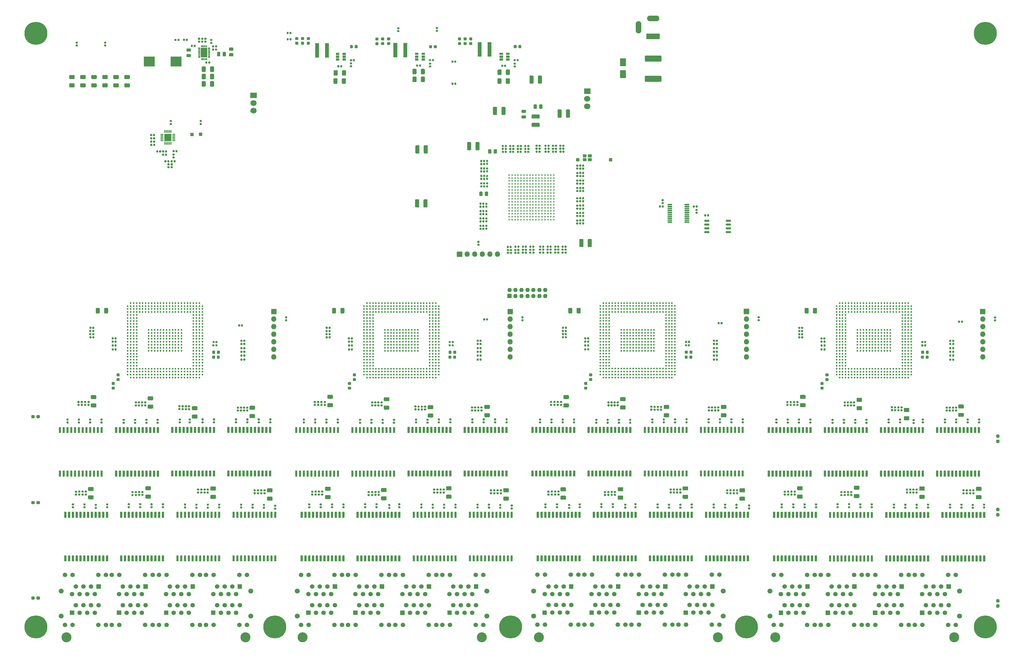
<source format=gbr>
G04 #@! TF.GenerationSoftware,KiCad,Pcbnew,5.99.0-unknown-1973153~101~ubuntu20.04.1*
G04 #@! TF.CreationDate,2020-07-01T19:51:03-04:00*
G04 #@! TF.ProjectId,L1Switch,4c315377-6974-4636-982e-6b696361645f,rev?*
G04 #@! TF.SameCoordinates,Original*
G04 #@! TF.FileFunction,Soldermask,Top*
G04 #@! TF.FilePolarity,Negative*
%FSLAX46Y46*%
G04 Gerber Fmt 4.6, Leading zero omitted, Abs format (unit mm)*
G04 Created by KiCad (PCBNEW 5.99.0-unknown-1973153~101~ubuntu20.04.1) date 2020-07-01 19:51:03*
%MOMM*%
%LPD*%
G01*
G04 APERTURE LIST*
%ADD10C,0.152400*%
%ADD11O,2.130000X1.830000*%
%ADD12C,7.700000*%
%ADD13O,1.800000X1.800000*%
%ADD14O,1.450000X1.450000*%
%ADD15C,0.600000*%
%ADD16C,1.674800*%
%ADD17C,1.498000*%
%ADD18C,3.350000*%
%ADD19C,0.500000*%
%ADD20O,4.100000X1.900000*%
%ADD21O,1.900000X4.100000*%
%ADD22O,0.701599X0.301600*%
%ADD23O,0.301600X0.701599*%
%ADD24R,2.201601X3.201599*%
G04 APERTURE END LIST*
D10*
X90840250Y-60492665D02*
X93117250Y-60492665D01*
X93117250Y-60492665D02*
X93117250Y-61037465D01*
X93117250Y-61037465D02*
X90840250Y-61037465D01*
X90840250Y-61037465D02*
X90840250Y-60492665D01*
X90840250Y-61437465D02*
X93117250Y-61437465D01*
X93117250Y-61437465D02*
X93117250Y-61824865D01*
X93117250Y-61824865D02*
X90840250Y-61824865D01*
X90840250Y-61824865D02*
X90840250Y-61437465D01*
X90840250Y-62224865D02*
X93117250Y-62224865D01*
X93117250Y-62224865D02*
X93117250Y-62769665D01*
X93117250Y-62769665D02*
X90840250Y-62769665D01*
X90840250Y-62769665D02*
X90840250Y-62224865D01*
X90840250Y-60492665D02*
X91385050Y-60492665D01*
X91385050Y-60492665D02*
X91385050Y-62769665D01*
X91385050Y-62769665D02*
X90840250Y-62769665D01*
X90840250Y-62769665D02*
X90840250Y-60492665D01*
X92172450Y-60492665D02*
X91785050Y-60492665D01*
X91785050Y-60492665D02*
X91785050Y-62769665D01*
X91785050Y-62769665D02*
X92172450Y-62769665D01*
X92172450Y-62769665D02*
X92172450Y-60492665D01*
X92572450Y-60492665D02*
X93117250Y-60492665D01*
X93117250Y-60492665D02*
X93117250Y-62769665D01*
X93117250Y-62769665D02*
X92572450Y-62769665D01*
X92572450Y-62769665D02*
X92572450Y-60492665D01*
G36*
G01*
X90428750Y-60821164D02*
X89578750Y-60821164D01*
G75*
G02*
X89528750Y-60771164I0J50000D01*
G01*
X89528750Y-60491164D01*
G75*
G02*
X89578750Y-60441164I50000J0D01*
G01*
X90428750Y-60441164D01*
G75*
G02*
X90478750Y-60491164I0J-50000D01*
G01*
X90478750Y-60771164D01*
G75*
G02*
X90428750Y-60821164I-50000J0D01*
G01*
G37*
G36*
G01*
X90428750Y-61321166D02*
X89578750Y-61321166D01*
G75*
G02*
X89528750Y-61271166I0J50000D01*
G01*
X89528750Y-60991166D01*
G75*
G02*
X89578750Y-60941166I50000J0D01*
G01*
X90428750Y-60941166D01*
G75*
G02*
X90478750Y-60991166I0J-50000D01*
G01*
X90478750Y-61271166D01*
G75*
G02*
X90428750Y-61321166I-50000J0D01*
G01*
G37*
G36*
G01*
X90428750Y-61821165D02*
X89578750Y-61821165D01*
G75*
G02*
X89528750Y-61771165I0J50000D01*
G01*
X89528750Y-61491165D01*
G75*
G02*
X89578750Y-61441165I50000J0D01*
G01*
X90428750Y-61441165D01*
G75*
G02*
X90478750Y-61491165I0J-50000D01*
G01*
X90478750Y-61771165D01*
G75*
G02*
X90428750Y-61821165I-50000J0D01*
G01*
G37*
G36*
G01*
X90428750Y-62321164D02*
X89578750Y-62321164D01*
G75*
G02*
X89528750Y-62271164I0J50000D01*
G01*
X89528750Y-61991164D01*
G75*
G02*
X89578750Y-61941164I50000J0D01*
G01*
X90428750Y-61941164D01*
G75*
G02*
X90478750Y-61991164I0J-50000D01*
G01*
X90478750Y-62271164D01*
G75*
G02*
X90428750Y-62321164I-50000J0D01*
G01*
G37*
G36*
G01*
X90428750Y-62821166D02*
X89578750Y-62821166D01*
G75*
G02*
X89528750Y-62771166I0J50000D01*
G01*
X89528750Y-62491166D01*
G75*
G02*
X89578750Y-62441166I50000J0D01*
G01*
X90428750Y-62441166D01*
G75*
G02*
X90478750Y-62491166I0J-50000D01*
G01*
X90478750Y-62771166D01*
G75*
G02*
X90428750Y-62821166I-50000J0D01*
G01*
G37*
G36*
G01*
X90788498Y-64031165D02*
X90788498Y-63181165D01*
G75*
G02*
X90838498Y-63131165I50000J0D01*
G01*
X91118498Y-63131165D01*
G75*
G02*
X91168498Y-63181165I0J-50000D01*
G01*
X91168498Y-64031165D01*
G75*
G02*
X91118498Y-64081165I-50000J0D01*
G01*
X90838498Y-64081165D01*
G75*
G02*
X90788498Y-64031165I0J50000D01*
G01*
G37*
G36*
G01*
X91288624Y-64031165D02*
X91288624Y-63181165D01*
G75*
G02*
X91338624Y-63131165I50000J0D01*
G01*
X91618624Y-63131165D01*
G75*
G02*
X91668624Y-63181165I0J-50000D01*
G01*
X91668624Y-64031165D01*
G75*
G02*
X91618624Y-64081165I-50000J0D01*
G01*
X91338624Y-64081165D01*
G75*
G02*
X91288624Y-64031165I0J50000D01*
G01*
G37*
G36*
G01*
X91788750Y-64031165D02*
X91788750Y-63181165D01*
G75*
G02*
X91838750Y-63131165I50000J0D01*
G01*
X92118750Y-63131165D01*
G75*
G02*
X92168750Y-63181165I0J-50000D01*
G01*
X92168750Y-64031165D01*
G75*
G02*
X92118750Y-64081165I-50000J0D01*
G01*
X91838750Y-64081165D01*
G75*
G02*
X91788750Y-64031165I0J50000D01*
G01*
G37*
G36*
G01*
X92288876Y-64031165D02*
X92288876Y-63181165D01*
G75*
G02*
X92338876Y-63131165I50000J0D01*
G01*
X92618876Y-63131165D01*
G75*
G02*
X92668876Y-63181165I0J-50000D01*
G01*
X92668876Y-64031165D01*
G75*
G02*
X92618876Y-64081165I-50000J0D01*
G01*
X92338876Y-64081165D01*
G75*
G02*
X92288876Y-64031165I0J50000D01*
G01*
G37*
G36*
G01*
X92789002Y-64031165D02*
X92789002Y-63181165D01*
G75*
G02*
X92839002Y-63131165I50000J0D01*
G01*
X93119002Y-63131165D01*
G75*
G02*
X93169002Y-63181165I0J-50000D01*
G01*
X93169002Y-64031165D01*
G75*
G02*
X93119002Y-64081165I-50000J0D01*
G01*
X92839002Y-64081165D01*
G75*
G02*
X92789002Y-64031165I0J50000D01*
G01*
G37*
G36*
G01*
X94378750Y-62821166D02*
X93528750Y-62821166D01*
G75*
G02*
X93478750Y-62771166I0J50000D01*
G01*
X93478750Y-62491166D01*
G75*
G02*
X93528750Y-62441166I50000J0D01*
G01*
X94378750Y-62441166D01*
G75*
G02*
X94428750Y-62491166I0J-50000D01*
G01*
X94428750Y-62771166D01*
G75*
G02*
X94378750Y-62821166I-50000J0D01*
G01*
G37*
G36*
G01*
X94378750Y-62321164D02*
X93528750Y-62321164D01*
G75*
G02*
X93478750Y-62271164I0J50000D01*
G01*
X93478750Y-61991164D01*
G75*
G02*
X93528750Y-61941164I50000J0D01*
G01*
X94378750Y-61941164D01*
G75*
G02*
X94428750Y-61991164I0J-50000D01*
G01*
X94428750Y-62271164D01*
G75*
G02*
X94378750Y-62321164I-50000J0D01*
G01*
G37*
G36*
G01*
X94378750Y-61821165D02*
X93528750Y-61821165D01*
G75*
G02*
X93478750Y-61771165I0J50000D01*
G01*
X93478750Y-61491165D01*
G75*
G02*
X93528750Y-61441165I50000J0D01*
G01*
X94378750Y-61441165D01*
G75*
G02*
X94428750Y-61491165I0J-50000D01*
G01*
X94428750Y-61771165D01*
G75*
G02*
X94378750Y-61821165I-50000J0D01*
G01*
G37*
G36*
G01*
X94378750Y-61321166D02*
X93528750Y-61321166D01*
G75*
G02*
X93478750Y-61271166I0J50000D01*
G01*
X93478750Y-60991166D01*
G75*
G02*
X93528750Y-60941166I50000J0D01*
G01*
X94378750Y-60941166D01*
G75*
G02*
X94428750Y-60991166I0J-50000D01*
G01*
X94428750Y-61271166D01*
G75*
G02*
X94378750Y-61321166I-50000J0D01*
G01*
G37*
G36*
G01*
X94378750Y-60821164D02*
X93528750Y-60821164D01*
G75*
G02*
X93478750Y-60771164I0J50000D01*
G01*
X93478750Y-60491164D01*
G75*
G02*
X93528750Y-60441164I50000J0D01*
G01*
X94378750Y-60441164D01*
G75*
G02*
X94428750Y-60491164I0J-50000D01*
G01*
X94428750Y-60771164D01*
G75*
G02*
X94378750Y-60821164I-50000J0D01*
G01*
G37*
G36*
G01*
X92789002Y-60081165D02*
X92789002Y-59231165D01*
G75*
G02*
X92839002Y-59181165I50000J0D01*
G01*
X93119002Y-59181165D01*
G75*
G02*
X93169002Y-59231165I0J-50000D01*
G01*
X93169002Y-60081165D01*
G75*
G02*
X93119002Y-60131165I-50000J0D01*
G01*
X92839002Y-60131165D01*
G75*
G02*
X92789002Y-60081165I0J50000D01*
G01*
G37*
G36*
G01*
X92288876Y-60081165D02*
X92288876Y-59231165D01*
G75*
G02*
X92338876Y-59181165I50000J0D01*
G01*
X92618876Y-59181165D01*
G75*
G02*
X92668876Y-59231165I0J-50000D01*
G01*
X92668876Y-60081165D01*
G75*
G02*
X92618876Y-60131165I-50000J0D01*
G01*
X92338876Y-60131165D01*
G75*
G02*
X92288876Y-60081165I0J50000D01*
G01*
G37*
G36*
G01*
X91788750Y-60081165D02*
X91788750Y-59231165D01*
G75*
G02*
X91838750Y-59181165I50000J0D01*
G01*
X92118750Y-59181165D01*
G75*
G02*
X92168750Y-59231165I0J-50000D01*
G01*
X92168750Y-60081165D01*
G75*
G02*
X92118750Y-60131165I-50000J0D01*
G01*
X91838750Y-60131165D01*
G75*
G02*
X91788750Y-60081165I0J50000D01*
G01*
G37*
G36*
G01*
X91288624Y-60081165D02*
X91288624Y-59231165D01*
G75*
G02*
X91338624Y-59181165I50000J0D01*
G01*
X91618624Y-59181165D01*
G75*
G02*
X91668624Y-59231165I0J-50000D01*
G01*
X91668624Y-60081165D01*
G75*
G02*
X91618624Y-60131165I-50000J0D01*
G01*
X91338624Y-60131165D01*
G75*
G02*
X91288624Y-60081165I0J50000D01*
G01*
G37*
G36*
G01*
X90788498Y-60081165D02*
X90788498Y-59231165D01*
G75*
G02*
X90838498Y-59181165I50000J0D01*
G01*
X91118498Y-59181165D01*
G75*
G02*
X91168498Y-59231165I0J-50000D01*
G01*
X91168498Y-60081165D01*
G75*
G02*
X91118498Y-60131165I-50000J0D01*
G01*
X90838498Y-60131165D01*
G75*
G02*
X90788498Y-60081165I0J50000D01*
G01*
G37*
G36*
G01*
X90853750Y-62706165D02*
X90853750Y-60556165D01*
G75*
G02*
X90903750Y-60506165I50000J0D01*
G01*
X93053750Y-60506165D01*
G75*
G02*
X93103750Y-60556165I0J-50000D01*
G01*
X93103750Y-62706165D01*
G75*
G02*
X93053750Y-62756165I-50000J0D01*
G01*
X90903750Y-62756165D01*
G75*
G02*
X90853750Y-62706165I0J50000D01*
G01*
G37*
G36*
G01*
X370241250Y-164081165D02*
X369716250Y-164081165D01*
G75*
G02*
X369453750Y-163818665I0J262500D01*
G01*
X369453750Y-163193665D01*
G75*
G02*
X369716250Y-162931165I262500J0D01*
G01*
X370241250Y-162931165D01*
G75*
G02*
X370503750Y-163193665I0J-262500D01*
G01*
X370503750Y-163818665D01*
G75*
G02*
X370241250Y-164081165I-262500J0D01*
G01*
G37*
G36*
G01*
X370241250Y-162331165D02*
X369716250Y-162331165D01*
G75*
G02*
X369453750Y-162068665I0J262500D01*
G01*
X369453750Y-161443665D01*
G75*
G02*
X369716250Y-161181165I262500J0D01*
G01*
X370241250Y-161181165D01*
G75*
G02*
X370503750Y-161443665I0J-262500D01*
G01*
X370503750Y-162068665D01*
G75*
G02*
X370241250Y-162331165I-262500J0D01*
G01*
G37*
G36*
G01*
X370241250Y-188681165D02*
X369716250Y-188681165D01*
G75*
G02*
X369453750Y-188418665I0J262500D01*
G01*
X369453750Y-187793665D01*
G75*
G02*
X369716250Y-187531165I262500J0D01*
G01*
X370241250Y-187531165D01*
G75*
G02*
X370503750Y-187793665I0J-262500D01*
G01*
X370503750Y-188418665D01*
G75*
G02*
X370241250Y-188681165I-262500J0D01*
G01*
G37*
G36*
G01*
X370241250Y-186931165D02*
X369716250Y-186931165D01*
G75*
G02*
X369453750Y-186668665I0J262500D01*
G01*
X369453750Y-186043665D01*
G75*
G02*
X369716250Y-185781165I262500J0D01*
G01*
X370241250Y-185781165D01*
G75*
G02*
X370503750Y-186043665I0J-262500D01*
G01*
X370503750Y-186668665D01*
G75*
G02*
X370241250Y-186931165I-262500J0D01*
G01*
G37*
G36*
G01*
X370241250Y-217531165D02*
X369716250Y-217531165D01*
G75*
G02*
X369453750Y-217268665I0J262500D01*
G01*
X369453750Y-216643665D01*
G75*
G02*
X369716250Y-216381165I262500J0D01*
G01*
X370241250Y-216381165D01*
G75*
G02*
X370503750Y-216643665I0J-262500D01*
G01*
X370503750Y-217268665D01*
G75*
G02*
X370241250Y-217531165I-262500J0D01*
G01*
G37*
G36*
G01*
X370241250Y-219281165D02*
X369716250Y-219281165D01*
G75*
G02*
X369453750Y-219018665I0J262500D01*
G01*
X369453750Y-218393665D01*
G75*
G02*
X369716250Y-218131165I262500J0D01*
G01*
X370241250Y-218131165D01*
G75*
G02*
X370503750Y-218393665I0J-262500D01*
G01*
X370503750Y-219018665D01*
G75*
G02*
X370241250Y-219281165I-262500J0D01*
G01*
G37*
G36*
G01*
X47978750Y-184293665D02*
X47978750Y-183768665D01*
G75*
G02*
X48241250Y-183506165I262500J0D01*
G01*
X48866250Y-183506165D01*
G75*
G02*
X49128750Y-183768665I0J-262500D01*
G01*
X49128750Y-184293665D01*
G75*
G02*
X48866250Y-184556165I-262500J0D01*
G01*
X48241250Y-184556165D01*
G75*
G02*
X47978750Y-184293665I0J262500D01*
G01*
G37*
G36*
G01*
X46228750Y-184293665D02*
X46228750Y-183768665D01*
G75*
G02*
X46491250Y-183506165I262500J0D01*
G01*
X47116250Y-183506165D01*
G75*
G02*
X47378750Y-183768665I0J-262500D01*
G01*
X47378750Y-184293665D01*
G75*
G02*
X47116250Y-184556165I-262500J0D01*
G01*
X46491250Y-184556165D01*
G75*
G02*
X46228750Y-184293665I0J262500D01*
G01*
G37*
G36*
G01*
X46228750Y-216293665D02*
X46228750Y-215768665D01*
G75*
G02*
X46491250Y-215506165I262500J0D01*
G01*
X47116250Y-215506165D01*
G75*
G02*
X47378750Y-215768665I0J-262500D01*
G01*
X47378750Y-216293665D01*
G75*
G02*
X47116250Y-216556165I-262500J0D01*
G01*
X46491250Y-216556165D01*
G75*
G02*
X46228750Y-216293665I0J262500D01*
G01*
G37*
G36*
G01*
X47978750Y-216293665D02*
X47978750Y-215768665D01*
G75*
G02*
X48241250Y-215506165I262500J0D01*
G01*
X48866250Y-215506165D01*
G75*
G02*
X49128750Y-215768665I0J-262500D01*
G01*
X49128750Y-216293665D01*
G75*
G02*
X48866250Y-216556165I-262500J0D01*
G01*
X48241250Y-216556165D01*
G75*
G02*
X47978750Y-216293665I0J262500D01*
G01*
G37*
G36*
G01*
X47978750Y-155493665D02*
X47978750Y-154968665D01*
G75*
G02*
X48241250Y-154706165I262500J0D01*
G01*
X48866250Y-154706165D01*
G75*
G02*
X49128750Y-154968665I0J-262500D01*
G01*
X49128750Y-155493665D01*
G75*
G02*
X48866250Y-155756165I-262500J0D01*
G01*
X48241250Y-155756165D01*
G75*
G02*
X47978750Y-155493665I0J262500D01*
G01*
G37*
G36*
G01*
X46228750Y-155493665D02*
X46228750Y-154968665D01*
G75*
G02*
X46491250Y-154706165I262500J0D01*
G01*
X47116250Y-154706165D01*
G75*
G02*
X47378750Y-154968665I0J-262500D01*
G01*
X47378750Y-155493665D01*
G75*
G02*
X47116250Y-155756165I-262500J0D01*
G01*
X46491250Y-155756165D01*
G75*
G02*
X46228750Y-155493665I0J262500D01*
G01*
G37*
G36*
G01*
X187638750Y-43433665D02*
X187638750Y-43828665D01*
G75*
G02*
X187466250Y-44001165I-172500J0D01*
G01*
X187121250Y-44001165D01*
G75*
G02*
X186948750Y-43828665I0J172500D01*
G01*
X186948750Y-43433665D01*
G75*
G02*
X187121250Y-43261165I172500J0D01*
G01*
X187466250Y-43261165D01*
G75*
G02*
X187638750Y-43433665I0J-172500D01*
G01*
G37*
G36*
G01*
X188608750Y-43433665D02*
X188608750Y-43828665D01*
G75*
G02*
X188436250Y-44001165I-172500J0D01*
G01*
X188091250Y-44001165D01*
G75*
G02*
X187918750Y-43828665I0J172500D01*
G01*
X187918750Y-43433665D01*
G75*
G02*
X188091250Y-43261165I172500J0D01*
G01*
X188436250Y-43261165D01*
G75*
G02*
X188608750Y-43433665I0J-172500D01*
G01*
G37*
G36*
G01*
X132718750Y-26828665D02*
X132718750Y-26433665D01*
G75*
G02*
X132891250Y-26261165I172500J0D01*
G01*
X133236250Y-26261165D01*
G75*
G02*
X133408750Y-26433665I0J-172500D01*
G01*
X133408750Y-26828665D01*
G75*
G02*
X133236250Y-27001165I-172500J0D01*
G01*
X132891250Y-27001165D01*
G75*
G02*
X132718750Y-26828665I0J172500D01*
G01*
G37*
G36*
G01*
X131748750Y-26828665D02*
X131748750Y-26433665D01*
G75*
G02*
X131921250Y-26261165I172500J0D01*
G01*
X132266250Y-26261165D01*
G75*
G02*
X132438750Y-26433665I0J-172500D01*
G01*
X132438750Y-26828665D01*
G75*
G02*
X132266250Y-27001165I-172500J0D01*
G01*
X131921250Y-27001165D01*
G75*
G02*
X131748750Y-26828665I0J172500D01*
G01*
G37*
G36*
G01*
X132733750Y-28928665D02*
X132733750Y-28533665D01*
G75*
G02*
X132906250Y-28361165I172500J0D01*
G01*
X133251250Y-28361165D01*
G75*
G02*
X133423750Y-28533665I0J-172500D01*
G01*
X133423750Y-28928665D01*
G75*
G02*
X133251250Y-29101165I-172500J0D01*
G01*
X132906250Y-29101165D01*
G75*
G02*
X132733750Y-28928665I0J172500D01*
G01*
G37*
G36*
G01*
X131763750Y-28928665D02*
X131763750Y-28533665D01*
G75*
G02*
X131936250Y-28361165I172500J0D01*
G01*
X132281250Y-28361165D01*
G75*
G02*
X132453750Y-28533665I0J-172500D01*
G01*
X132453750Y-28928665D01*
G75*
G02*
X132281250Y-29101165I-172500J0D01*
G01*
X131936250Y-29101165D01*
G75*
G02*
X131763750Y-28928665I0J172500D01*
G01*
G37*
G36*
G01*
X168981250Y-25671165D02*
X169376250Y-25671165D01*
G75*
G02*
X169548750Y-25843665I0J-172500D01*
G01*
X169548750Y-26188665D01*
G75*
G02*
X169376250Y-26361165I-172500J0D01*
G01*
X168981250Y-26361165D01*
G75*
G02*
X168808750Y-26188665I0J172500D01*
G01*
X168808750Y-25843665D01*
G75*
G02*
X168981250Y-25671165I172500J0D01*
G01*
G37*
G36*
G01*
X168981250Y-24701165D02*
X169376250Y-24701165D01*
G75*
G02*
X169548750Y-24873665I0J-172500D01*
G01*
X169548750Y-25218665D01*
G75*
G02*
X169376250Y-25391165I-172500J0D01*
G01*
X168981250Y-25391165D01*
G75*
G02*
X168808750Y-25218665I0J172500D01*
G01*
X168808750Y-24873665D01*
G75*
G02*
X168981250Y-24701165I172500J0D01*
G01*
G37*
G36*
G01*
X181881250Y-25586165D02*
X182276250Y-25586165D01*
G75*
G02*
X182448750Y-25758665I0J-172500D01*
G01*
X182448750Y-26103665D01*
G75*
G02*
X182276250Y-26276165I-172500J0D01*
G01*
X181881250Y-26276165D01*
G75*
G02*
X181708750Y-26103665I0J172500D01*
G01*
X181708750Y-25758665D01*
G75*
G02*
X181881250Y-25586165I172500J0D01*
G01*
G37*
G36*
G01*
X181881250Y-24616165D02*
X182276250Y-24616165D01*
G75*
G02*
X182448750Y-24788665I0J-172500D01*
G01*
X182448750Y-25133665D01*
G75*
G02*
X182276250Y-25306165I-172500J0D01*
G01*
X181881250Y-25306165D01*
G75*
G02*
X181708750Y-25133665I0J172500D01*
G01*
X181708750Y-24788665D01*
G75*
G02*
X181881250Y-24616165I172500J0D01*
G01*
G37*
G36*
G01*
X71176250Y-30206165D02*
X70781250Y-30206165D01*
G75*
G02*
X70608750Y-30033665I0J172500D01*
G01*
X70608750Y-29688665D01*
G75*
G02*
X70781250Y-29516165I172500J0D01*
G01*
X71176250Y-29516165D01*
G75*
G02*
X71348750Y-29688665I0J-172500D01*
G01*
X71348750Y-30033665D01*
G75*
G02*
X71176250Y-30206165I-172500J0D01*
G01*
G37*
G36*
G01*
X71176250Y-31176165D02*
X70781250Y-31176165D01*
G75*
G02*
X70608750Y-31003665I0J172500D01*
G01*
X70608750Y-30658665D01*
G75*
G02*
X70781250Y-30486165I172500J0D01*
G01*
X71176250Y-30486165D01*
G75*
G02*
X71348750Y-30658665I0J-172500D01*
G01*
X71348750Y-31003665D01*
G75*
G02*
X71176250Y-31176165I-172500J0D01*
G01*
G37*
G36*
G01*
X61676250Y-30191165D02*
X61281250Y-30191165D01*
G75*
G02*
X61108750Y-30018665I0J172500D01*
G01*
X61108750Y-29673665D01*
G75*
G02*
X61281250Y-29501165I172500J0D01*
G01*
X61676250Y-29501165D01*
G75*
G02*
X61848750Y-29673665I0J-172500D01*
G01*
X61848750Y-30018665D01*
G75*
G02*
X61676250Y-30191165I-172500J0D01*
G01*
G37*
G36*
G01*
X61676250Y-31161165D02*
X61281250Y-31161165D01*
G75*
G02*
X61108750Y-30988665I0J172500D01*
G01*
X61108750Y-30643665D01*
G75*
G02*
X61281250Y-30471165I172500J0D01*
G01*
X61676250Y-30471165D01*
G75*
G02*
X61848750Y-30643665I0J-172500D01*
G01*
X61848750Y-30988665D01*
G75*
G02*
X61676250Y-31161165I-172500J0D01*
G01*
G37*
G36*
G01*
X187638750Y-36033665D02*
X187638750Y-36428665D01*
G75*
G02*
X187466250Y-36601165I-172500J0D01*
G01*
X187121250Y-36601165D01*
G75*
G02*
X186948750Y-36428665I0J172500D01*
G01*
X186948750Y-36033665D01*
G75*
G02*
X187121250Y-35861165I172500J0D01*
G01*
X187466250Y-35861165D01*
G75*
G02*
X187638750Y-36033665I0J-172500D01*
G01*
G37*
G36*
G01*
X188608750Y-36033665D02*
X188608750Y-36428665D01*
G75*
G02*
X188436250Y-36601165I-172500J0D01*
G01*
X188091250Y-36601165D01*
G75*
G02*
X187918750Y-36428665I0J172500D01*
G01*
X187918750Y-36033665D01*
G75*
G02*
X188091250Y-35861165I172500J0D01*
G01*
X188436250Y-35861165D01*
G75*
G02*
X188608750Y-36033665I0J-172500D01*
G01*
G37*
G36*
G01*
X362923750Y-181556165D02*
X364233750Y-181556165D01*
G75*
G02*
X364503750Y-181826165I0J-270000D01*
G01*
X364503750Y-182636165D01*
G75*
G02*
X364233750Y-182906165I-270000J0D01*
G01*
X362923750Y-182906165D01*
G75*
G02*
X362653750Y-182636165I0J270000D01*
G01*
X362653750Y-181826165D01*
G75*
G02*
X362923750Y-181556165I270000J0D01*
G01*
G37*
G36*
G01*
X362923750Y-178756165D02*
X364233750Y-178756165D01*
G75*
G02*
X364503750Y-179026165I0J-270000D01*
G01*
X364503750Y-179836165D01*
G75*
G02*
X364233750Y-180106165I-270000J0D01*
G01*
X362923750Y-180106165D01*
G75*
G02*
X362653750Y-179836165I0J270000D01*
G01*
X362653750Y-179026165D01*
G75*
G02*
X362923750Y-178756165I270000J0D01*
G01*
G37*
G36*
G01*
X357003750Y-153956165D02*
X358313750Y-153956165D01*
G75*
G02*
X358583750Y-154226165I0J-270000D01*
G01*
X358583750Y-155036165D01*
G75*
G02*
X358313750Y-155306165I-270000J0D01*
G01*
X357003750Y-155306165D01*
G75*
G02*
X356733750Y-155036165I0J270000D01*
G01*
X356733750Y-154226165D01*
G75*
G02*
X357003750Y-153956165I270000J0D01*
G01*
G37*
G36*
G01*
X357003750Y-151156165D02*
X358313750Y-151156165D01*
G75*
G02*
X358583750Y-151426165I0J-270000D01*
G01*
X358583750Y-152236165D01*
G75*
G02*
X358313750Y-152506165I-270000J0D01*
G01*
X357003750Y-152506165D01*
G75*
G02*
X356733750Y-152236165I0J270000D01*
G01*
X356733750Y-151426165D01*
G75*
G02*
X357003750Y-151156165I270000J0D01*
G01*
G37*
G36*
G01*
X343923750Y-181456165D02*
X345233750Y-181456165D01*
G75*
G02*
X345503750Y-181726165I0J-270000D01*
G01*
X345503750Y-182536165D01*
G75*
G02*
X345233750Y-182806165I-270000J0D01*
G01*
X343923750Y-182806165D01*
G75*
G02*
X343653750Y-182536165I0J270000D01*
G01*
X343653750Y-181726165D01*
G75*
G02*
X343923750Y-181456165I270000J0D01*
G01*
G37*
G36*
G01*
X343923750Y-178656165D02*
X345233750Y-178656165D01*
G75*
G02*
X345503750Y-178926165I0J-270000D01*
G01*
X345503750Y-179736165D01*
G75*
G02*
X345233750Y-180006165I-270000J0D01*
G01*
X343923750Y-180006165D01*
G75*
G02*
X343653750Y-179736165I0J270000D01*
G01*
X343653750Y-178926165D01*
G75*
G02*
X343923750Y-178656165I270000J0D01*
G01*
G37*
G36*
G01*
X338763750Y-155076165D02*
X340073750Y-155076165D01*
G75*
G02*
X340343750Y-155346165I0J-270000D01*
G01*
X340343750Y-156156165D01*
G75*
G02*
X340073750Y-156426165I-270000J0D01*
G01*
X338763750Y-156426165D01*
G75*
G02*
X338493750Y-156156165I0J270000D01*
G01*
X338493750Y-155346165D01*
G75*
G02*
X338763750Y-155076165I270000J0D01*
G01*
G37*
G36*
G01*
X338763750Y-152276165D02*
X340073750Y-152276165D01*
G75*
G02*
X340343750Y-152546165I0J-270000D01*
G01*
X340343750Y-153356165D01*
G75*
G02*
X340073750Y-153626165I-270000J0D01*
G01*
X338763750Y-153626165D01*
G75*
G02*
X338493750Y-153356165I0J270000D01*
G01*
X338493750Y-152546165D01*
G75*
G02*
X338763750Y-152276165I270000J0D01*
G01*
G37*
G36*
G01*
X322023750Y-181156165D02*
X323333750Y-181156165D01*
G75*
G02*
X323603750Y-181426165I0J-270000D01*
G01*
X323603750Y-182236165D01*
G75*
G02*
X323333750Y-182506165I-270000J0D01*
G01*
X322023750Y-182506165D01*
G75*
G02*
X321753750Y-182236165I0J270000D01*
G01*
X321753750Y-181426165D01*
G75*
G02*
X322023750Y-181156165I270000J0D01*
G01*
G37*
G36*
G01*
X322023750Y-178356165D02*
X323333750Y-178356165D01*
G75*
G02*
X323603750Y-178626165I0J-270000D01*
G01*
X323603750Y-179436165D01*
G75*
G02*
X323333750Y-179706165I-270000J0D01*
G01*
X322023750Y-179706165D01*
G75*
G02*
X321753750Y-179436165I0J270000D01*
G01*
X321753750Y-178626165D01*
G75*
G02*
X322023750Y-178356165I270000J0D01*
G01*
G37*
G36*
G01*
X322933750Y-151736165D02*
X324243750Y-151736165D01*
G75*
G02*
X324513750Y-152006165I0J-270000D01*
G01*
X324513750Y-152816165D01*
G75*
G02*
X324243750Y-153086165I-270000J0D01*
G01*
X322933750Y-153086165D01*
G75*
G02*
X322663750Y-152816165I0J270000D01*
G01*
X322663750Y-152006165D01*
G75*
G02*
X322933750Y-151736165I270000J0D01*
G01*
G37*
G36*
G01*
X322933750Y-148936165D02*
X324243750Y-148936165D01*
G75*
G02*
X324513750Y-149206165I0J-270000D01*
G01*
X324513750Y-150016165D01*
G75*
G02*
X324243750Y-150286165I-270000J0D01*
G01*
X322933750Y-150286165D01*
G75*
G02*
X322663750Y-150016165I0J270000D01*
G01*
X322663750Y-149206165D01*
G75*
G02*
X322933750Y-148936165I270000J0D01*
G01*
G37*
G36*
G01*
X303023750Y-181356165D02*
X304333750Y-181356165D01*
G75*
G02*
X304603750Y-181626165I0J-270000D01*
G01*
X304603750Y-182436165D01*
G75*
G02*
X304333750Y-182706165I-270000J0D01*
G01*
X303023750Y-182706165D01*
G75*
G02*
X302753750Y-182436165I0J270000D01*
G01*
X302753750Y-181626165D01*
G75*
G02*
X303023750Y-181356165I270000J0D01*
G01*
G37*
G36*
G01*
X303023750Y-178556165D02*
X304333750Y-178556165D01*
G75*
G02*
X304603750Y-178826165I0J-270000D01*
G01*
X304603750Y-179636165D01*
G75*
G02*
X304333750Y-179906165I-270000J0D01*
G01*
X303023750Y-179906165D01*
G75*
G02*
X302753750Y-179636165I0J270000D01*
G01*
X302753750Y-178826165D01*
G75*
G02*
X303023750Y-178556165I270000J0D01*
G01*
G37*
G36*
G01*
X303973750Y-150706165D02*
X305283750Y-150706165D01*
G75*
G02*
X305553750Y-150976165I0J-270000D01*
G01*
X305553750Y-151786165D01*
G75*
G02*
X305283750Y-152056165I-270000J0D01*
G01*
X303973750Y-152056165D01*
G75*
G02*
X303703750Y-151786165I0J270000D01*
G01*
X303703750Y-150976165D01*
G75*
G02*
X303973750Y-150706165I270000J0D01*
G01*
G37*
G36*
G01*
X303973750Y-147906165D02*
X305283750Y-147906165D01*
G75*
G02*
X305553750Y-148176165I0J-270000D01*
G01*
X305553750Y-148986165D01*
G75*
G02*
X305283750Y-149256165I-270000J0D01*
G01*
X303973750Y-149256165D01*
G75*
G02*
X303703750Y-148986165I0J270000D01*
G01*
X303703750Y-148176165D01*
G75*
G02*
X303973750Y-147906165I270000J0D01*
G01*
G37*
G36*
G01*
X283723750Y-182046165D02*
X285033750Y-182046165D01*
G75*
G02*
X285303750Y-182316165I0J-270000D01*
G01*
X285303750Y-183126165D01*
G75*
G02*
X285033750Y-183396165I-270000J0D01*
G01*
X283723750Y-183396165D01*
G75*
G02*
X283453750Y-183126165I0J270000D01*
G01*
X283453750Y-182316165D01*
G75*
G02*
X283723750Y-182046165I270000J0D01*
G01*
G37*
G36*
G01*
X283723750Y-179246165D02*
X285033750Y-179246165D01*
G75*
G02*
X285303750Y-179516165I0J-270000D01*
G01*
X285303750Y-180326165D01*
G75*
G02*
X285033750Y-180596165I-270000J0D01*
G01*
X283723750Y-180596165D01*
G75*
G02*
X283453750Y-180326165I0J270000D01*
G01*
X283453750Y-179516165D01*
G75*
G02*
X283723750Y-179246165I270000J0D01*
G01*
G37*
G36*
G01*
X277473750Y-154076165D02*
X278783750Y-154076165D01*
G75*
G02*
X279053750Y-154346165I0J-270000D01*
G01*
X279053750Y-155156165D01*
G75*
G02*
X278783750Y-155426165I-270000J0D01*
G01*
X277473750Y-155426165D01*
G75*
G02*
X277203750Y-155156165I0J270000D01*
G01*
X277203750Y-154346165D01*
G75*
G02*
X277473750Y-154076165I270000J0D01*
G01*
G37*
G36*
G01*
X277473750Y-151276165D02*
X278783750Y-151276165D01*
G75*
G02*
X279053750Y-151546165I0J-270000D01*
G01*
X279053750Y-152356165D01*
G75*
G02*
X278783750Y-152626165I-270000J0D01*
G01*
X277473750Y-152626165D01*
G75*
G02*
X277203750Y-152356165I0J270000D01*
G01*
X277203750Y-151546165D01*
G75*
G02*
X277473750Y-151276165I270000J0D01*
G01*
G37*
G36*
G01*
X264673750Y-181396165D02*
X265983750Y-181396165D01*
G75*
G02*
X266253750Y-181666165I0J-270000D01*
G01*
X266253750Y-182476165D01*
G75*
G02*
X265983750Y-182746165I-270000J0D01*
G01*
X264673750Y-182746165D01*
G75*
G02*
X264403750Y-182476165I0J270000D01*
G01*
X264403750Y-181666165D01*
G75*
G02*
X264673750Y-181396165I270000J0D01*
G01*
G37*
G36*
G01*
X264673750Y-178596165D02*
X265983750Y-178596165D01*
G75*
G02*
X266253750Y-178866165I0J-270000D01*
G01*
X266253750Y-179676165D01*
G75*
G02*
X265983750Y-179946165I-270000J0D01*
G01*
X264673750Y-179946165D01*
G75*
G02*
X264403750Y-179676165I0J270000D01*
G01*
X264403750Y-178866165D01*
G75*
G02*
X264673750Y-178596165I270000J0D01*
G01*
G37*
G36*
G01*
X258333750Y-154086165D02*
X259643750Y-154086165D01*
G75*
G02*
X259913750Y-154356165I0J-270000D01*
G01*
X259913750Y-155166165D01*
G75*
G02*
X259643750Y-155436165I-270000J0D01*
G01*
X258333750Y-155436165D01*
G75*
G02*
X258063750Y-155166165I0J270000D01*
G01*
X258063750Y-154356165D01*
G75*
G02*
X258333750Y-154086165I270000J0D01*
G01*
G37*
G36*
G01*
X258333750Y-151286165D02*
X259643750Y-151286165D01*
G75*
G02*
X259913750Y-151556165I0J-270000D01*
G01*
X259913750Y-152366165D01*
G75*
G02*
X259643750Y-152636165I-270000J0D01*
G01*
X258333750Y-152636165D01*
G75*
G02*
X258063750Y-152366165I0J270000D01*
G01*
X258063750Y-151556165D01*
G75*
G02*
X258333750Y-151286165I270000J0D01*
G01*
G37*
G36*
G01*
X242923750Y-181656165D02*
X244233750Y-181656165D01*
G75*
G02*
X244503750Y-181926165I0J-270000D01*
G01*
X244503750Y-182736165D01*
G75*
G02*
X244233750Y-183006165I-270000J0D01*
G01*
X242923750Y-183006165D01*
G75*
G02*
X242653750Y-182736165I0J270000D01*
G01*
X242653750Y-181926165D01*
G75*
G02*
X242923750Y-181656165I270000J0D01*
G01*
G37*
G36*
G01*
X242923750Y-178856165D02*
X244233750Y-178856165D01*
G75*
G02*
X244503750Y-179126165I0J-270000D01*
G01*
X244503750Y-179936165D01*
G75*
G02*
X244233750Y-180206165I-270000J0D01*
G01*
X242923750Y-180206165D01*
G75*
G02*
X242653750Y-179936165I0J270000D01*
G01*
X242653750Y-179126165D01*
G75*
G02*
X242923750Y-178856165I270000J0D01*
G01*
G37*
G36*
G01*
X243733750Y-151496165D02*
X245043750Y-151496165D01*
G75*
G02*
X245313750Y-151766165I0J-270000D01*
G01*
X245313750Y-152576165D01*
G75*
G02*
X245043750Y-152846165I-270000J0D01*
G01*
X243733750Y-152846165D01*
G75*
G02*
X243463750Y-152576165I0J270000D01*
G01*
X243463750Y-151766165D01*
G75*
G02*
X243733750Y-151496165I270000J0D01*
G01*
G37*
G36*
G01*
X243733750Y-148696165D02*
X245043750Y-148696165D01*
G75*
G02*
X245313750Y-148966165I0J-270000D01*
G01*
X245313750Y-149776165D01*
G75*
G02*
X245043750Y-150046165I-270000J0D01*
G01*
X243733750Y-150046165D01*
G75*
G02*
X243463750Y-149776165I0J270000D01*
G01*
X243463750Y-148966165D01*
G75*
G02*
X243733750Y-148696165I270000J0D01*
G01*
G37*
G36*
G01*
X223763750Y-181706165D02*
X225073750Y-181706165D01*
G75*
G02*
X225343750Y-181976165I0J-270000D01*
G01*
X225343750Y-182786165D01*
G75*
G02*
X225073750Y-183056165I-270000J0D01*
G01*
X223763750Y-183056165D01*
G75*
G02*
X223493750Y-182786165I0J270000D01*
G01*
X223493750Y-181976165D01*
G75*
G02*
X223763750Y-181706165I270000J0D01*
G01*
G37*
G36*
G01*
X223763750Y-178906165D02*
X225073750Y-178906165D01*
G75*
G02*
X225343750Y-179176165I0J-270000D01*
G01*
X225343750Y-179986165D01*
G75*
G02*
X225073750Y-180256165I-270000J0D01*
G01*
X223763750Y-180256165D01*
G75*
G02*
X223493750Y-179986165I0J270000D01*
G01*
X223493750Y-179176165D01*
G75*
G02*
X223763750Y-178906165I270000J0D01*
G01*
G37*
G36*
G01*
X224733750Y-150796165D02*
X226043750Y-150796165D01*
G75*
G02*
X226313750Y-151066165I0J-270000D01*
G01*
X226313750Y-151876165D01*
G75*
G02*
X226043750Y-152146165I-270000J0D01*
G01*
X224733750Y-152146165D01*
G75*
G02*
X224463750Y-151876165I0J270000D01*
G01*
X224463750Y-151066165D01*
G75*
G02*
X224733750Y-150796165I270000J0D01*
G01*
G37*
G36*
G01*
X224733750Y-147996165D02*
X226043750Y-147996165D01*
G75*
G02*
X226313750Y-148266165I0J-270000D01*
G01*
X226313750Y-149076165D01*
G75*
G02*
X226043750Y-149346165I-270000J0D01*
G01*
X224733750Y-149346165D01*
G75*
G02*
X224463750Y-149076165I0J270000D01*
G01*
X224463750Y-148266165D01*
G75*
G02*
X224733750Y-147996165I270000J0D01*
G01*
G37*
G36*
G01*
X204593750Y-182006165D02*
X205903750Y-182006165D01*
G75*
G02*
X206173750Y-182276165I0J-270000D01*
G01*
X206173750Y-183086165D01*
G75*
G02*
X205903750Y-183356165I-270000J0D01*
G01*
X204593750Y-183356165D01*
G75*
G02*
X204323750Y-183086165I0J270000D01*
G01*
X204323750Y-182276165D01*
G75*
G02*
X204593750Y-182006165I270000J0D01*
G01*
G37*
G36*
G01*
X204593750Y-179206165D02*
X205903750Y-179206165D01*
G75*
G02*
X206173750Y-179476165I0J-270000D01*
G01*
X206173750Y-180286165D01*
G75*
G02*
X205903750Y-180556165I-270000J0D01*
G01*
X204593750Y-180556165D01*
G75*
G02*
X204323750Y-180286165I0J270000D01*
G01*
X204323750Y-179476165D01*
G75*
G02*
X204593750Y-179206165I270000J0D01*
G01*
G37*
G36*
G01*
X198253750Y-154056165D02*
X199563750Y-154056165D01*
G75*
G02*
X199833750Y-154326165I0J-270000D01*
G01*
X199833750Y-155136165D01*
G75*
G02*
X199563750Y-155406165I-270000J0D01*
G01*
X198253750Y-155406165D01*
G75*
G02*
X197983750Y-155136165I0J270000D01*
G01*
X197983750Y-154326165D01*
G75*
G02*
X198253750Y-154056165I270000J0D01*
G01*
G37*
G36*
G01*
X198253750Y-151256165D02*
X199563750Y-151256165D01*
G75*
G02*
X199833750Y-151526165I0J-270000D01*
G01*
X199833750Y-152336165D01*
G75*
G02*
X199563750Y-152606165I-270000J0D01*
G01*
X198253750Y-152606165D01*
G75*
G02*
X197983750Y-152336165I0J270000D01*
G01*
X197983750Y-151526165D01*
G75*
G02*
X198253750Y-151256165I270000J0D01*
G01*
G37*
G36*
G01*
X185428100Y-181382715D02*
X186738100Y-181382715D01*
G75*
G02*
X187008100Y-181652715I0J-270000D01*
G01*
X187008100Y-182462715D01*
G75*
G02*
X186738100Y-182732715I-270000J0D01*
G01*
X185428100Y-182732715D01*
G75*
G02*
X185158100Y-182462715I0J270000D01*
G01*
X185158100Y-181652715D01*
G75*
G02*
X185428100Y-181382715I270000J0D01*
G01*
G37*
G36*
G01*
X185428100Y-178582715D02*
X186738100Y-178582715D01*
G75*
G02*
X187008100Y-178852715I0J-270000D01*
G01*
X187008100Y-179662715D01*
G75*
G02*
X186738100Y-179932715I-270000J0D01*
G01*
X185428100Y-179932715D01*
G75*
G02*
X185158100Y-179662715I0J270000D01*
G01*
X185158100Y-178852715D01*
G75*
G02*
X185428100Y-178582715I270000J0D01*
G01*
G37*
G36*
G01*
X179303750Y-154186165D02*
X180613750Y-154186165D01*
G75*
G02*
X180883750Y-154456165I0J-270000D01*
G01*
X180883750Y-155266165D01*
G75*
G02*
X180613750Y-155536165I-270000J0D01*
G01*
X179303750Y-155536165D01*
G75*
G02*
X179033750Y-155266165I0J270000D01*
G01*
X179033750Y-154456165D01*
G75*
G02*
X179303750Y-154186165I270000J0D01*
G01*
G37*
G36*
G01*
X179303750Y-151386165D02*
X180613750Y-151386165D01*
G75*
G02*
X180883750Y-151656165I0J-270000D01*
G01*
X180883750Y-152466165D01*
G75*
G02*
X180613750Y-152736165I-270000J0D01*
G01*
X179303750Y-152736165D01*
G75*
G02*
X179033750Y-152466165I0J270000D01*
G01*
X179033750Y-151656165D01*
G75*
G02*
X179303750Y-151386165I270000J0D01*
G01*
G37*
G36*
G01*
X163663750Y-181926165D02*
X164973750Y-181926165D01*
G75*
G02*
X165243750Y-182196165I0J-270000D01*
G01*
X165243750Y-183006165D01*
G75*
G02*
X164973750Y-183276165I-270000J0D01*
G01*
X163663750Y-183276165D01*
G75*
G02*
X163393750Y-183006165I0J270000D01*
G01*
X163393750Y-182196165D01*
G75*
G02*
X163663750Y-181926165I270000J0D01*
G01*
G37*
G36*
G01*
X163663750Y-179126165D02*
X164973750Y-179126165D01*
G75*
G02*
X165243750Y-179396165I0J-270000D01*
G01*
X165243750Y-180206165D01*
G75*
G02*
X164973750Y-180476165I-270000J0D01*
G01*
X163663750Y-180476165D01*
G75*
G02*
X163393750Y-180206165I0J270000D01*
G01*
X163393750Y-179396165D01*
G75*
G02*
X163663750Y-179126165I270000J0D01*
G01*
G37*
G36*
G01*
X164593750Y-151506165D02*
X165903750Y-151506165D01*
G75*
G02*
X166173750Y-151776165I0J-270000D01*
G01*
X166173750Y-152586165D01*
G75*
G02*
X165903750Y-152856165I-270000J0D01*
G01*
X164593750Y-152856165D01*
G75*
G02*
X164323750Y-152586165I0J270000D01*
G01*
X164323750Y-151776165D01*
G75*
G02*
X164593750Y-151506165I270000J0D01*
G01*
G37*
G36*
G01*
X164593750Y-148706165D02*
X165903750Y-148706165D01*
G75*
G02*
X166173750Y-148976165I0J-270000D01*
G01*
X166173750Y-149786165D01*
G75*
G02*
X165903750Y-150056165I-270000J0D01*
G01*
X164593750Y-150056165D01*
G75*
G02*
X164323750Y-149786165I0J270000D01*
G01*
X164323750Y-148976165D01*
G75*
G02*
X164593750Y-148706165I270000J0D01*
G01*
G37*
G36*
G01*
X144913750Y-181506165D02*
X146223750Y-181506165D01*
G75*
G02*
X146493750Y-181776165I0J-270000D01*
G01*
X146493750Y-182586165D01*
G75*
G02*
X146223750Y-182856165I-270000J0D01*
G01*
X144913750Y-182856165D01*
G75*
G02*
X144643750Y-182586165I0J270000D01*
G01*
X144643750Y-181776165D01*
G75*
G02*
X144913750Y-181506165I270000J0D01*
G01*
G37*
G36*
G01*
X144913750Y-178706165D02*
X146223750Y-178706165D01*
G75*
G02*
X146493750Y-178976165I0J-270000D01*
G01*
X146493750Y-179786165D01*
G75*
G02*
X146223750Y-180056165I-270000J0D01*
G01*
X144913750Y-180056165D01*
G75*
G02*
X144643750Y-179786165I0J270000D01*
G01*
X144643750Y-178976165D01*
G75*
G02*
X144913750Y-178706165I270000J0D01*
G01*
G37*
G36*
G01*
X145693750Y-150706165D02*
X147003750Y-150706165D01*
G75*
G02*
X147273750Y-150976165I0J-270000D01*
G01*
X147273750Y-151786165D01*
G75*
G02*
X147003750Y-152056165I-270000J0D01*
G01*
X145693750Y-152056165D01*
G75*
G02*
X145423750Y-151786165I0J270000D01*
G01*
X145423750Y-150976165D01*
G75*
G02*
X145693750Y-150706165I270000J0D01*
G01*
G37*
G36*
G01*
X145693750Y-147906165D02*
X147003750Y-147906165D01*
G75*
G02*
X147273750Y-148176165I0J-270000D01*
G01*
X147273750Y-148986165D01*
G75*
G02*
X147003750Y-149256165I-270000J0D01*
G01*
X145693750Y-149256165D01*
G75*
G02*
X145423750Y-148986165I0J270000D01*
G01*
X145423750Y-148176165D01*
G75*
G02*
X145693750Y-147906165I270000J0D01*
G01*
G37*
G36*
G01*
X125473750Y-182036165D02*
X126783750Y-182036165D01*
G75*
G02*
X127053750Y-182306165I0J-270000D01*
G01*
X127053750Y-183116165D01*
G75*
G02*
X126783750Y-183386165I-270000J0D01*
G01*
X125473750Y-183386165D01*
G75*
G02*
X125203750Y-183116165I0J270000D01*
G01*
X125203750Y-182306165D01*
G75*
G02*
X125473750Y-182036165I270000J0D01*
G01*
G37*
G36*
G01*
X125473750Y-179236165D02*
X126783750Y-179236165D01*
G75*
G02*
X127053750Y-179506165I0J-270000D01*
G01*
X127053750Y-180316165D01*
G75*
G02*
X126783750Y-180586165I-270000J0D01*
G01*
X125473750Y-180586165D01*
G75*
G02*
X125203750Y-180316165I0J270000D01*
G01*
X125203750Y-179506165D01*
G75*
G02*
X125473750Y-179236165I270000J0D01*
G01*
G37*
G36*
G01*
X119573750Y-154376165D02*
X120883750Y-154376165D01*
G75*
G02*
X121153750Y-154646165I0J-270000D01*
G01*
X121153750Y-155456165D01*
G75*
G02*
X120883750Y-155726165I-270000J0D01*
G01*
X119573750Y-155726165D01*
G75*
G02*
X119303750Y-155456165I0J270000D01*
G01*
X119303750Y-154646165D01*
G75*
G02*
X119573750Y-154376165I270000J0D01*
G01*
G37*
G36*
G01*
X119573750Y-151576165D02*
X120883750Y-151576165D01*
G75*
G02*
X121153750Y-151846165I0J-270000D01*
G01*
X121153750Y-152656165D01*
G75*
G02*
X120883750Y-152926165I-270000J0D01*
G01*
X119573750Y-152926165D01*
G75*
G02*
X119303750Y-152656165I0J270000D01*
G01*
X119303750Y-151846165D01*
G75*
G02*
X119573750Y-151576165I270000J0D01*
G01*
G37*
G36*
G01*
X106483750Y-181446165D02*
X107793750Y-181446165D01*
G75*
G02*
X108063750Y-181716165I0J-270000D01*
G01*
X108063750Y-182526165D01*
G75*
G02*
X107793750Y-182796165I-270000J0D01*
G01*
X106483750Y-182796165D01*
G75*
G02*
X106213750Y-182526165I0J270000D01*
G01*
X106213750Y-181716165D01*
G75*
G02*
X106483750Y-181446165I270000J0D01*
G01*
G37*
G36*
G01*
X106483750Y-178646165D02*
X107793750Y-178646165D01*
G75*
G02*
X108063750Y-178916165I0J-270000D01*
G01*
X108063750Y-179726165D01*
G75*
G02*
X107793750Y-179996165I-270000J0D01*
G01*
X106483750Y-179996165D01*
G75*
G02*
X106213750Y-179726165I0J270000D01*
G01*
X106213750Y-178916165D01*
G75*
G02*
X106483750Y-178646165I270000J0D01*
G01*
G37*
G36*
G01*
X100333750Y-154536165D02*
X101643750Y-154536165D01*
G75*
G02*
X101913750Y-154806165I0J-270000D01*
G01*
X101913750Y-155616165D01*
G75*
G02*
X101643750Y-155886165I-270000J0D01*
G01*
X100333750Y-155886165D01*
G75*
G02*
X100063750Y-155616165I0J270000D01*
G01*
X100063750Y-154806165D01*
G75*
G02*
X100333750Y-154536165I270000J0D01*
G01*
G37*
G36*
G01*
X100333750Y-151736165D02*
X101643750Y-151736165D01*
G75*
G02*
X101913750Y-152006165I0J-270000D01*
G01*
X101913750Y-152816165D01*
G75*
G02*
X101643750Y-153086165I-270000J0D01*
G01*
X100333750Y-153086165D01*
G75*
G02*
X100063750Y-152816165I0J270000D01*
G01*
X100063750Y-152006165D01*
G75*
G02*
X100333750Y-151736165I270000J0D01*
G01*
G37*
G36*
G01*
X84723750Y-181336165D02*
X86033750Y-181336165D01*
G75*
G02*
X86303750Y-181606165I0J-270000D01*
G01*
X86303750Y-182416165D01*
G75*
G02*
X86033750Y-182686165I-270000J0D01*
G01*
X84723750Y-182686165D01*
G75*
G02*
X84453750Y-182416165I0J270000D01*
G01*
X84453750Y-181606165D01*
G75*
G02*
X84723750Y-181336165I270000J0D01*
G01*
G37*
G36*
G01*
X84723750Y-178536165D02*
X86033750Y-178536165D01*
G75*
G02*
X86303750Y-178806165I0J-270000D01*
G01*
X86303750Y-179616165D01*
G75*
G02*
X86033750Y-179886165I-270000J0D01*
G01*
X84723750Y-179886165D01*
G75*
G02*
X84453750Y-179616165I0J270000D01*
G01*
X84453750Y-178806165D01*
G75*
G02*
X84723750Y-178536165I270000J0D01*
G01*
G37*
G36*
G01*
X85493750Y-151186165D02*
X86803750Y-151186165D01*
G75*
G02*
X87073750Y-151456165I0J-270000D01*
G01*
X87073750Y-152266165D01*
G75*
G02*
X86803750Y-152536165I-270000J0D01*
G01*
X85493750Y-152536165D01*
G75*
G02*
X85223750Y-152266165I0J270000D01*
G01*
X85223750Y-151456165D01*
G75*
G02*
X85493750Y-151186165I270000J0D01*
G01*
G37*
G36*
G01*
X85493750Y-148386165D02*
X86803750Y-148386165D01*
G75*
G02*
X87073750Y-148656165I0J-270000D01*
G01*
X87073750Y-149466165D01*
G75*
G02*
X86803750Y-149736165I-270000J0D01*
G01*
X85493750Y-149736165D01*
G75*
G02*
X85223750Y-149466165I0J270000D01*
G01*
X85223750Y-148656165D01*
G75*
G02*
X85493750Y-148386165I270000J0D01*
G01*
G37*
G36*
G01*
X65523750Y-181596165D02*
X66833750Y-181596165D01*
G75*
G02*
X67103750Y-181866165I0J-270000D01*
G01*
X67103750Y-182676165D01*
G75*
G02*
X66833750Y-182946165I-270000J0D01*
G01*
X65523750Y-182946165D01*
G75*
G02*
X65253750Y-182676165I0J270000D01*
G01*
X65253750Y-181866165D01*
G75*
G02*
X65523750Y-181596165I270000J0D01*
G01*
G37*
G36*
G01*
X65523750Y-178796165D02*
X66833750Y-178796165D01*
G75*
G02*
X67103750Y-179066165I0J-270000D01*
G01*
X67103750Y-179876165D01*
G75*
G02*
X66833750Y-180146165I-270000J0D01*
G01*
X65523750Y-180146165D01*
G75*
G02*
X65253750Y-179876165I0J270000D01*
G01*
X65253750Y-179066165D01*
G75*
G02*
X65523750Y-178796165I270000J0D01*
G01*
G37*
G36*
G01*
X66463750Y-150816165D02*
X67773750Y-150816165D01*
G75*
G02*
X68043750Y-151086165I0J-270000D01*
G01*
X68043750Y-151896165D01*
G75*
G02*
X67773750Y-152166165I-270000J0D01*
G01*
X66463750Y-152166165D01*
G75*
G02*
X66193750Y-151896165I0J270000D01*
G01*
X66193750Y-151086165D01*
G75*
G02*
X66463750Y-150816165I270000J0D01*
G01*
G37*
G36*
G01*
X66463750Y-148016165D02*
X67773750Y-148016165D01*
G75*
G02*
X68043750Y-148286165I0J-270000D01*
G01*
X68043750Y-149096165D01*
G75*
G02*
X67773750Y-149366165I-270000J0D01*
G01*
X66463750Y-149366165D01*
G75*
G02*
X66193750Y-149096165I0J270000D01*
G01*
X66193750Y-148286165D01*
G75*
G02*
X66463750Y-148016165I270000J0D01*
G01*
G37*
D11*
X232478750Y-51211165D03*
X232478750Y-48671165D03*
G36*
G01*
X231413750Y-46996165D02*
X231413750Y-45266165D01*
G75*
G02*
X231463750Y-45216165I50000J0D01*
G01*
X233493750Y-45216165D01*
G75*
G02*
X233543750Y-45266165I0J-50000D01*
G01*
X233543750Y-46996165D01*
G75*
G02*
X233493750Y-47046165I-50000J0D01*
G01*
X231463750Y-47046165D01*
G75*
G02*
X231413750Y-46996165I0J50000D01*
G01*
G37*
X120678750Y-52611165D03*
X120678750Y-50071165D03*
G36*
G01*
X119613750Y-48396165D02*
X119613750Y-46666165D01*
G75*
G02*
X119663750Y-46616165I50000J0D01*
G01*
X121693750Y-46616165D01*
G75*
G02*
X121743750Y-46666165I0J-50000D01*
G01*
X121743750Y-48396165D01*
G75*
G02*
X121693750Y-48446165I-50000J0D01*
G01*
X119663750Y-48446165D01*
G75*
G02*
X119613750Y-48396165I0J50000D01*
G01*
G37*
G36*
G01*
X211660000Y-53431165D02*
X210697500Y-53431165D01*
G75*
G02*
X210428750Y-53162415I0J268750D01*
G01*
X210428750Y-52624915D01*
G75*
G02*
X210697500Y-52356165I268750J0D01*
G01*
X211660000Y-52356165D01*
G75*
G02*
X211928750Y-52624915I0J-268750D01*
G01*
X211928750Y-53162415D01*
G75*
G02*
X211660000Y-53431165I-268750J0D01*
G01*
G37*
G36*
G01*
X211660000Y-55306165D02*
X210697500Y-55306165D01*
G75*
G02*
X210428750Y-55037415I0J268750D01*
G01*
X210428750Y-54499915D01*
G75*
G02*
X210697500Y-54231165I268750J0D01*
G01*
X211660000Y-54231165D01*
G75*
G02*
X211928750Y-54499915I0J-268750D01*
G01*
X211928750Y-55037415D01*
G75*
G02*
X211660000Y-55306165I-268750J0D01*
G01*
G37*
G36*
G01*
X216283750Y-55306165D02*
X214073750Y-55306165D01*
G75*
G02*
X213803750Y-55036165I0J270000D01*
G01*
X213803750Y-54226165D01*
G75*
G02*
X214073750Y-53956165I270000J0D01*
G01*
X216283750Y-53956165D01*
G75*
G02*
X216553750Y-54226165I0J-270000D01*
G01*
X216553750Y-55036165D01*
G75*
G02*
X216283750Y-55306165I-270000J0D01*
G01*
G37*
G36*
G01*
X216283750Y-58106165D02*
X214073750Y-58106165D01*
G75*
G02*
X213803750Y-57836165I0J270000D01*
G01*
X213803750Y-57026165D01*
G75*
G02*
X214073750Y-56756165I270000J0D01*
G01*
X216283750Y-56756165D01*
G75*
G02*
X216553750Y-57026165I0J-270000D01*
G01*
X216553750Y-57836165D01*
G75*
G02*
X216283750Y-58106165I-270000J0D01*
G01*
G37*
G36*
G01*
X176253750Y-64526165D02*
X176253750Y-66736165D01*
G75*
G02*
X175983750Y-67006165I-270000J0D01*
G01*
X175173750Y-67006165D01*
G75*
G02*
X174903750Y-66736165I0J270000D01*
G01*
X174903750Y-64526165D01*
G75*
G02*
X175173750Y-64256165I270000J0D01*
G01*
X175983750Y-64256165D01*
G75*
G02*
X176253750Y-64526165I0J-270000D01*
G01*
G37*
G36*
G01*
X179053750Y-64526165D02*
X179053750Y-66736165D01*
G75*
G02*
X178783750Y-67006165I-270000J0D01*
G01*
X177973750Y-67006165D01*
G75*
G02*
X177703750Y-66736165I0J270000D01*
G01*
X177703750Y-64526165D01*
G75*
G02*
X177973750Y-64256165I270000J0D01*
G01*
X178783750Y-64256165D01*
G75*
G02*
X179053750Y-64526165I0J-270000D01*
G01*
G37*
G36*
G01*
X214453750Y-41126165D02*
X214453750Y-43336165D01*
G75*
G02*
X214183750Y-43606165I-270000J0D01*
G01*
X213373750Y-43606165D01*
G75*
G02*
X213103750Y-43336165I0J270000D01*
G01*
X213103750Y-41126165D01*
G75*
G02*
X213373750Y-40856165I270000J0D01*
G01*
X214183750Y-40856165D01*
G75*
G02*
X214453750Y-41126165I0J-270000D01*
G01*
G37*
G36*
G01*
X217253750Y-41126165D02*
X217253750Y-43336165D01*
G75*
G02*
X216983750Y-43606165I-270000J0D01*
G01*
X216173750Y-43606165D01*
G75*
G02*
X215903750Y-43336165I0J270000D01*
G01*
X215903750Y-41126165D01*
G75*
G02*
X216173750Y-40856165I270000J0D01*
G01*
X216983750Y-40856165D01*
G75*
G02*
X217253750Y-41126165I0J-270000D01*
G01*
G37*
G36*
G01*
X202253750Y-51626165D02*
X202253750Y-53836165D01*
G75*
G02*
X201983750Y-54106165I-270000J0D01*
G01*
X201173750Y-54106165D01*
G75*
G02*
X200903750Y-53836165I0J270000D01*
G01*
X200903750Y-51626165D01*
G75*
G02*
X201173750Y-51356165I270000J0D01*
G01*
X201983750Y-51356165D01*
G75*
G02*
X202253750Y-51626165I0J-270000D01*
G01*
G37*
G36*
G01*
X205053750Y-51626165D02*
X205053750Y-53836165D01*
G75*
G02*
X204783750Y-54106165I-270000J0D01*
G01*
X203973750Y-54106165D01*
G75*
G02*
X203703750Y-53836165I0J270000D01*
G01*
X203703750Y-51626165D01*
G75*
G02*
X203973750Y-51356165I270000J0D01*
G01*
X204783750Y-51356165D01*
G75*
G02*
X205053750Y-51626165I0J-270000D01*
G01*
G37*
G36*
G01*
X215566250Y-50799915D02*
X215566250Y-51762415D01*
G75*
G02*
X215297500Y-52031165I-268750J0D01*
G01*
X214760000Y-52031165D01*
G75*
G02*
X214491250Y-51762415I0J268750D01*
G01*
X214491250Y-50799915D01*
G75*
G02*
X214760000Y-50531165I268750J0D01*
G01*
X215297500Y-50531165D01*
G75*
G02*
X215566250Y-50799915I0J-268750D01*
G01*
G37*
G36*
G01*
X217441250Y-50799915D02*
X217441250Y-51762415D01*
G75*
G02*
X217172500Y-52031165I-268750J0D01*
G01*
X216635000Y-52031165D01*
G75*
G02*
X216366250Y-51762415I0J268750D01*
G01*
X216366250Y-50799915D01*
G75*
G02*
X216635000Y-50531165I268750J0D01*
G01*
X217172500Y-50531165D01*
G75*
G02*
X217441250Y-50799915I0J-268750D01*
G01*
G37*
G36*
G01*
X225303750Y-54736165D02*
X225303750Y-52526165D01*
G75*
G02*
X225573750Y-52256165I270000J0D01*
G01*
X226383750Y-52256165D01*
G75*
G02*
X226653750Y-52526165I0J-270000D01*
G01*
X226653750Y-54736165D01*
G75*
G02*
X226383750Y-55006165I-270000J0D01*
G01*
X225573750Y-55006165D01*
G75*
G02*
X225303750Y-54736165I0J270000D01*
G01*
G37*
G36*
G01*
X222503750Y-54736165D02*
X222503750Y-52526165D01*
G75*
G02*
X222773750Y-52256165I270000J0D01*
G01*
X223583750Y-52256165D01*
G75*
G02*
X223853750Y-52526165I0J-270000D01*
G01*
X223853750Y-54736165D01*
G75*
G02*
X223583750Y-55006165I-270000J0D01*
G01*
X222773750Y-55006165D01*
G75*
G02*
X222503750Y-54736165I0J270000D01*
G01*
G37*
G36*
G01*
X232603750Y-98136165D02*
X232603750Y-95926165D01*
G75*
G02*
X232873750Y-95656165I270000J0D01*
G01*
X233683750Y-95656165D01*
G75*
G02*
X233953750Y-95926165I0J-270000D01*
G01*
X233953750Y-98136165D01*
G75*
G02*
X233683750Y-98406165I-270000J0D01*
G01*
X232873750Y-98406165D01*
G75*
G02*
X232603750Y-98136165I0J270000D01*
G01*
G37*
G36*
G01*
X229803750Y-98136165D02*
X229803750Y-95926165D01*
G75*
G02*
X230073750Y-95656165I270000J0D01*
G01*
X230883750Y-95656165D01*
G75*
G02*
X231153750Y-95926165I0J-270000D01*
G01*
X231153750Y-98136165D01*
G75*
G02*
X230883750Y-98406165I-270000J0D01*
G01*
X230073750Y-98406165D01*
G75*
G02*
X229803750Y-98136165I0J270000D01*
G01*
G37*
G36*
G01*
X201141250Y-66812415D02*
X201141250Y-65849915D01*
G75*
G02*
X201410000Y-65581165I268750J0D01*
G01*
X201947500Y-65581165D01*
G75*
G02*
X202216250Y-65849915I0J-268750D01*
G01*
X202216250Y-66812415D01*
G75*
G02*
X201947500Y-67081165I-268750J0D01*
G01*
X201410000Y-67081165D01*
G75*
G02*
X201141250Y-66812415I0J268750D01*
G01*
G37*
G36*
G01*
X199266250Y-66812415D02*
X199266250Y-65849915D01*
G75*
G02*
X199535000Y-65581165I268750J0D01*
G01*
X200072500Y-65581165D01*
G75*
G02*
X200341250Y-65849915I0J-268750D01*
G01*
X200341250Y-66812415D01*
G75*
G02*
X200072500Y-67081165I-268750J0D01*
G01*
X199535000Y-67081165D01*
G75*
G02*
X199266250Y-66812415I0J268750D01*
G01*
G37*
G36*
G01*
X193553750Y-63426165D02*
X193553750Y-65636165D01*
G75*
G02*
X193283750Y-65906165I-270000J0D01*
G01*
X192473750Y-65906165D01*
G75*
G02*
X192203750Y-65636165I0J270000D01*
G01*
X192203750Y-63426165D01*
G75*
G02*
X192473750Y-63156165I270000J0D01*
G01*
X193283750Y-63156165D01*
G75*
G02*
X193553750Y-63426165I0J-270000D01*
G01*
G37*
G36*
G01*
X196353750Y-63426165D02*
X196353750Y-65636165D01*
G75*
G02*
X196083750Y-65906165I-270000J0D01*
G01*
X195273750Y-65906165D01*
G75*
G02*
X195003750Y-65636165I0J270000D01*
G01*
X195003750Y-63426165D01*
G75*
G02*
X195273750Y-63156165I270000J0D01*
G01*
X196083750Y-63156165D01*
G75*
G02*
X196353750Y-63426165I0J-270000D01*
G01*
G37*
G36*
G01*
X197378750Y-80049915D02*
X197378750Y-81012415D01*
G75*
G02*
X197110000Y-81281165I-268750J0D01*
G01*
X196572500Y-81281165D01*
G75*
G02*
X196303750Y-81012415I0J268750D01*
G01*
X196303750Y-80049915D01*
G75*
G02*
X196572500Y-79781165I268750J0D01*
G01*
X197110000Y-79781165D01*
G75*
G02*
X197378750Y-80049915I0J-268750D01*
G01*
G37*
G36*
G01*
X199253750Y-80049915D02*
X199253750Y-81012415D01*
G75*
G02*
X198985000Y-81281165I-268750J0D01*
G01*
X198447500Y-81281165D01*
G75*
G02*
X198178750Y-81012415I0J268750D01*
G01*
X198178750Y-80049915D01*
G75*
G02*
X198447500Y-79781165I268750J0D01*
G01*
X198985000Y-79781165D01*
G75*
G02*
X199253750Y-80049915I0J-268750D01*
G01*
G37*
G36*
G01*
X176153750Y-82626165D02*
X176153750Y-84836165D01*
G75*
G02*
X175883750Y-85106165I-270000J0D01*
G01*
X175073750Y-85106165D01*
G75*
G02*
X174803750Y-84836165I0J270000D01*
G01*
X174803750Y-82626165D01*
G75*
G02*
X175073750Y-82356165I270000J0D01*
G01*
X175883750Y-82356165D01*
G75*
G02*
X176153750Y-82626165I0J-270000D01*
G01*
G37*
G36*
G01*
X178953750Y-82626165D02*
X178953750Y-84836165D01*
G75*
G02*
X178683750Y-85106165I-270000J0D01*
G01*
X177873750Y-85106165D01*
G75*
G02*
X177603750Y-84836165I0J270000D01*
G01*
X177603750Y-82626165D01*
G75*
G02*
X177873750Y-82356165I270000J0D01*
G01*
X178683750Y-82356165D01*
G75*
G02*
X178953750Y-82626165I0J-270000D01*
G01*
G37*
G36*
G01*
X99528750Y-61131165D02*
X99528750Y-60131165D01*
G75*
G02*
X99578750Y-60081165I50000J0D01*
G01*
X100578750Y-60081165D01*
G75*
G02*
X100628750Y-60131165I0J-50000D01*
G01*
X100628750Y-61131165D01*
G75*
G02*
X100578750Y-61181165I-50000J0D01*
G01*
X99578750Y-61181165D01*
G75*
G02*
X99528750Y-61131165I0J50000D01*
G01*
G37*
G36*
G01*
X102428750Y-61031165D02*
X102428750Y-60031165D01*
G75*
G02*
X102478750Y-59981165I50000J0D01*
G01*
X103478750Y-59981165D01*
G75*
G02*
X103528750Y-60031165I0J-50000D01*
G01*
X103528750Y-61031165D01*
G75*
G02*
X103478750Y-61081165I-50000J0D01*
G01*
X102478750Y-61081165D01*
G75*
G02*
X102428750Y-61031165I0J50000D01*
G01*
G37*
G36*
G01*
X239728750Y-69631165D02*
X239728750Y-68631165D01*
G75*
G02*
X239778750Y-68581165I50000J0D01*
G01*
X240778750Y-68581165D01*
G75*
G02*
X240828750Y-68631165I0J-50000D01*
G01*
X240828750Y-69631165D01*
G75*
G02*
X240778750Y-69681165I-50000J0D01*
G01*
X239778750Y-69681165D01*
G75*
G02*
X239728750Y-69631165I0J50000D01*
G01*
G37*
G36*
G01*
X92781250Y-56771165D02*
X93176250Y-56771165D01*
G75*
G02*
X93348750Y-56943665I0J-172500D01*
G01*
X93348750Y-57288665D01*
G75*
G02*
X93176250Y-57461165I-172500J0D01*
G01*
X92781250Y-57461165D01*
G75*
G02*
X92608750Y-57288665I0J172500D01*
G01*
X92608750Y-56943665D01*
G75*
G02*
X92781250Y-56771165I172500J0D01*
G01*
G37*
G36*
G01*
X92781250Y-55801165D02*
X93176250Y-55801165D01*
G75*
G02*
X93348750Y-55973665I0J-172500D01*
G01*
X93348750Y-56318665D01*
G75*
G02*
X93176250Y-56491165I-172500J0D01*
G01*
X92781250Y-56491165D01*
G75*
G02*
X92608750Y-56318665I0J172500D01*
G01*
X92608750Y-55973665D01*
G75*
G02*
X92781250Y-55801165I172500J0D01*
G01*
G37*
G36*
G01*
X90738750Y-67233665D02*
X90738750Y-67628665D01*
G75*
G02*
X90566250Y-67801165I-172500J0D01*
G01*
X90221250Y-67801165D01*
G75*
G02*
X90048750Y-67628665I0J172500D01*
G01*
X90048750Y-67233665D01*
G75*
G02*
X90221250Y-67061165I172500J0D01*
G01*
X90566250Y-67061165D01*
G75*
G02*
X90738750Y-67233665I0J-172500D01*
G01*
G37*
G36*
G01*
X91708750Y-67233665D02*
X91708750Y-67628665D01*
G75*
G02*
X91536250Y-67801165I-172500J0D01*
G01*
X91191250Y-67801165D01*
G75*
G02*
X91018750Y-67628665I0J172500D01*
G01*
X91018750Y-67233665D01*
G75*
G02*
X91191250Y-67061165I172500J0D01*
G01*
X91536250Y-67061165D01*
G75*
G02*
X91708750Y-67233665I0J-172500D01*
G01*
G37*
G36*
G01*
X91033750Y-66528665D02*
X91033750Y-66133665D01*
G75*
G02*
X91206250Y-65961165I172500J0D01*
G01*
X91551250Y-65961165D01*
G75*
G02*
X91723750Y-66133665I0J-172500D01*
G01*
X91723750Y-66528665D01*
G75*
G02*
X91551250Y-66701165I-172500J0D01*
G01*
X91206250Y-66701165D01*
G75*
G02*
X91033750Y-66528665I0J172500D01*
G01*
G37*
G36*
G01*
X90063750Y-66528665D02*
X90063750Y-66133665D01*
G75*
G02*
X90236250Y-65961165I172500J0D01*
G01*
X90581250Y-65961165D01*
G75*
G02*
X90753750Y-66133665I0J-172500D01*
G01*
X90753750Y-66528665D01*
G75*
G02*
X90581250Y-66701165I-172500J0D01*
G01*
X90236250Y-66701165D01*
G75*
G02*
X90063750Y-66528665I0J172500D01*
G01*
G37*
G36*
G01*
X89048750Y-66528665D02*
X89048750Y-66133665D01*
G75*
G02*
X89221250Y-65961165I172500J0D01*
G01*
X89566250Y-65961165D01*
G75*
G02*
X89738750Y-66133665I0J-172500D01*
G01*
X89738750Y-66528665D01*
G75*
G02*
X89566250Y-66701165I-172500J0D01*
G01*
X89221250Y-66701165D01*
G75*
G02*
X89048750Y-66528665I0J172500D01*
G01*
G37*
G36*
G01*
X88078750Y-66528665D02*
X88078750Y-66133665D01*
G75*
G02*
X88251250Y-65961165I172500J0D01*
G01*
X88596250Y-65961165D01*
G75*
G02*
X88768750Y-66133665I0J-172500D01*
G01*
X88768750Y-66528665D01*
G75*
G02*
X88596250Y-66701165I-172500J0D01*
G01*
X88251250Y-66701165D01*
G75*
G02*
X88078750Y-66528665I0J172500D01*
G01*
G37*
G36*
G01*
X91981250Y-71271165D02*
X92376250Y-71271165D01*
G75*
G02*
X92548750Y-71443665I0J-172500D01*
G01*
X92548750Y-71788665D01*
G75*
G02*
X92376250Y-71961165I-172500J0D01*
G01*
X91981250Y-71961165D01*
G75*
G02*
X91808750Y-71788665I0J172500D01*
G01*
X91808750Y-71443665D01*
G75*
G02*
X91981250Y-71271165I172500J0D01*
G01*
G37*
G36*
G01*
X91981250Y-70301165D02*
X92376250Y-70301165D01*
G75*
G02*
X92548750Y-70473665I0J-172500D01*
G01*
X92548750Y-70818665D01*
G75*
G02*
X92376250Y-70991165I-172500J0D01*
G01*
X91981250Y-70991165D01*
G75*
G02*
X91808750Y-70818665I0J172500D01*
G01*
X91808750Y-70473665D01*
G75*
G02*
X91981250Y-70301165I172500J0D01*
G01*
G37*
G36*
G01*
X91803750Y-69843665D02*
X91803750Y-69448665D01*
G75*
G02*
X91976250Y-69276165I172500J0D01*
G01*
X92321250Y-69276165D01*
G75*
G02*
X92493750Y-69448665I0J-172500D01*
G01*
X92493750Y-69843665D01*
G75*
G02*
X92321250Y-70016165I-172500J0D01*
G01*
X91976250Y-70016165D01*
G75*
G02*
X91803750Y-69843665I0J172500D01*
G01*
G37*
G36*
G01*
X90833750Y-69843665D02*
X90833750Y-69448665D01*
G75*
G02*
X91006250Y-69276165I172500J0D01*
G01*
X91351250Y-69276165D01*
G75*
G02*
X91523750Y-69448665I0J-172500D01*
G01*
X91523750Y-69843665D01*
G75*
G02*
X91351250Y-70016165I-172500J0D01*
G01*
X91006250Y-70016165D01*
G75*
G02*
X90833750Y-69843665I0J172500D01*
G01*
G37*
G36*
G01*
X93081250Y-71271165D02*
X93476250Y-71271165D01*
G75*
G02*
X93648750Y-71443665I0J-172500D01*
G01*
X93648750Y-71788665D01*
G75*
G02*
X93476250Y-71961165I-172500J0D01*
G01*
X93081250Y-71961165D01*
G75*
G02*
X92908750Y-71788665I0J172500D01*
G01*
X92908750Y-71443665D01*
G75*
G02*
X93081250Y-71271165I172500J0D01*
G01*
G37*
G36*
G01*
X93081250Y-70301165D02*
X93476250Y-70301165D01*
G75*
G02*
X93648750Y-70473665I0J-172500D01*
G01*
X93648750Y-70818665D01*
G75*
G02*
X93476250Y-70991165I-172500J0D01*
G01*
X93081250Y-70991165D01*
G75*
G02*
X92908750Y-70818665I0J172500D01*
G01*
X92908750Y-70473665D01*
G75*
G02*
X93081250Y-70301165I172500J0D01*
G01*
G37*
G36*
G01*
X93623750Y-69433665D02*
X93623750Y-69828665D01*
G75*
G02*
X93451250Y-70001165I-172500J0D01*
G01*
X93106250Y-70001165D01*
G75*
G02*
X92933750Y-69828665I0J172500D01*
G01*
X92933750Y-69433665D01*
G75*
G02*
X93106250Y-69261165I172500J0D01*
G01*
X93451250Y-69261165D01*
G75*
G02*
X93623750Y-69433665I0J-172500D01*
G01*
G37*
G36*
G01*
X94593750Y-69433665D02*
X94593750Y-69828665D01*
G75*
G02*
X94421250Y-70001165I-172500J0D01*
G01*
X94076250Y-70001165D01*
G75*
G02*
X93903750Y-69828665I0J172500D01*
G01*
X93903750Y-69433665D01*
G75*
G02*
X94076250Y-69261165I172500J0D01*
G01*
X94421250Y-69261165D01*
G75*
G02*
X94593750Y-69433665I0J-172500D01*
G01*
G37*
G36*
G01*
X93681250Y-67986165D02*
X94076250Y-67986165D01*
G75*
G02*
X94248750Y-68158665I0J-172500D01*
G01*
X94248750Y-68503665D01*
G75*
G02*
X94076250Y-68676165I-172500J0D01*
G01*
X93681250Y-68676165D01*
G75*
G02*
X93508750Y-68503665I0J172500D01*
G01*
X93508750Y-68158665D01*
G75*
G02*
X93681250Y-67986165I172500J0D01*
G01*
G37*
G36*
G01*
X93681250Y-67016165D02*
X94076250Y-67016165D01*
G75*
G02*
X94248750Y-67188665I0J-172500D01*
G01*
X94248750Y-67533665D01*
G75*
G02*
X94076250Y-67706165I-172500J0D01*
G01*
X93681250Y-67706165D01*
G75*
G02*
X93508750Y-67533665I0J172500D01*
G01*
X93508750Y-67188665D01*
G75*
G02*
X93681250Y-67016165I172500J0D01*
G01*
G37*
G36*
G01*
X94238750Y-66048665D02*
X94238750Y-66443665D01*
G75*
G02*
X94066250Y-66616165I-172500J0D01*
G01*
X93721250Y-66616165D01*
G75*
G02*
X93548750Y-66443665I0J172500D01*
G01*
X93548750Y-66048665D01*
G75*
G02*
X93721250Y-65876165I172500J0D01*
G01*
X94066250Y-65876165D01*
G75*
G02*
X94238750Y-66048665I0J-172500D01*
G01*
G37*
G36*
G01*
X95208750Y-66048665D02*
X95208750Y-66443665D01*
G75*
G02*
X95036250Y-66616165I-172500J0D01*
G01*
X94691250Y-66616165D01*
G75*
G02*
X94518750Y-66443665I0J172500D01*
G01*
X94518750Y-66048665D01*
G75*
G02*
X94691250Y-65876165I172500J0D01*
G01*
X95036250Y-65876165D01*
G75*
G02*
X95208750Y-66048665I0J-172500D01*
G01*
G37*
G36*
G01*
X103176250Y-56491165D02*
X102781250Y-56491165D01*
G75*
G02*
X102608750Y-56318665I0J172500D01*
G01*
X102608750Y-55973665D01*
G75*
G02*
X102781250Y-55801165I172500J0D01*
G01*
X103176250Y-55801165D01*
G75*
G02*
X103348750Y-55973665I0J-172500D01*
G01*
X103348750Y-56318665D01*
G75*
G02*
X103176250Y-56491165I-172500J0D01*
G01*
G37*
G36*
G01*
X103176250Y-57461165D02*
X102781250Y-57461165D01*
G75*
G02*
X102608750Y-57288665I0J172500D01*
G01*
X102608750Y-56943665D01*
G75*
G02*
X102781250Y-56771165I172500J0D01*
G01*
X103176250Y-56771165D01*
G75*
G02*
X103348750Y-56943665I0J-172500D01*
G01*
X103348750Y-57288665D01*
G75*
G02*
X103176250Y-57461165I-172500J0D01*
G01*
G37*
G36*
G01*
X86723750Y-60633665D02*
X86723750Y-61028665D01*
G75*
G02*
X86551250Y-61201165I-172500J0D01*
G01*
X86206250Y-61201165D01*
G75*
G02*
X86033750Y-61028665I0J172500D01*
G01*
X86033750Y-60633665D01*
G75*
G02*
X86206250Y-60461165I172500J0D01*
G01*
X86551250Y-60461165D01*
G75*
G02*
X86723750Y-60633665I0J-172500D01*
G01*
G37*
G36*
G01*
X87693750Y-60633665D02*
X87693750Y-61028665D01*
G75*
G02*
X87521250Y-61201165I-172500J0D01*
G01*
X87176250Y-61201165D01*
G75*
G02*
X87003750Y-61028665I0J172500D01*
G01*
X87003750Y-60633665D01*
G75*
G02*
X87176250Y-60461165I172500J0D01*
G01*
X87521250Y-60461165D01*
G75*
G02*
X87693750Y-60633665I0J-172500D01*
G01*
G37*
G36*
G01*
X86738750Y-61733665D02*
X86738750Y-62128665D01*
G75*
G02*
X86566250Y-62301165I-172500J0D01*
G01*
X86221250Y-62301165D01*
G75*
G02*
X86048750Y-62128665I0J172500D01*
G01*
X86048750Y-61733665D01*
G75*
G02*
X86221250Y-61561165I172500J0D01*
G01*
X86566250Y-61561165D01*
G75*
G02*
X86738750Y-61733665I0J-172500D01*
G01*
G37*
G36*
G01*
X87708750Y-61733665D02*
X87708750Y-62128665D01*
G75*
G02*
X87536250Y-62301165I-172500J0D01*
G01*
X87191250Y-62301165D01*
G75*
G02*
X87018750Y-62128665I0J172500D01*
G01*
X87018750Y-61733665D01*
G75*
G02*
X87191250Y-61561165I172500J0D01*
G01*
X87536250Y-61561165D01*
G75*
G02*
X87708750Y-61733665I0J-172500D01*
G01*
G37*
G36*
G01*
X86753750Y-62833665D02*
X86753750Y-63228665D01*
G75*
G02*
X86581250Y-63401165I-172500J0D01*
G01*
X86236250Y-63401165D01*
G75*
G02*
X86063750Y-63228665I0J172500D01*
G01*
X86063750Y-62833665D01*
G75*
G02*
X86236250Y-62661165I172500J0D01*
G01*
X86581250Y-62661165D01*
G75*
G02*
X86753750Y-62833665I0J-172500D01*
G01*
G37*
G36*
G01*
X87723750Y-62833665D02*
X87723750Y-63228665D01*
G75*
G02*
X87551250Y-63401165I-172500J0D01*
G01*
X87206250Y-63401165D01*
G75*
G02*
X87033750Y-63228665I0J172500D01*
G01*
X87033750Y-62833665D01*
G75*
G02*
X87206250Y-62661165I172500J0D01*
G01*
X87551250Y-62661165D01*
G75*
G02*
X87723750Y-62833665I0J-172500D01*
G01*
G37*
G36*
G01*
X86753750Y-63933665D02*
X86753750Y-64328665D01*
G75*
G02*
X86581250Y-64501165I-172500J0D01*
G01*
X86236250Y-64501165D01*
G75*
G02*
X86063750Y-64328665I0J172500D01*
G01*
X86063750Y-63933665D01*
G75*
G02*
X86236250Y-63761165I172500J0D01*
G01*
X86581250Y-63761165D01*
G75*
G02*
X86753750Y-63933665I0J-172500D01*
G01*
G37*
G36*
G01*
X87723750Y-63933665D02*
X87723750Y-64328665D01*
G75*
G02*
X87551250Y-64501165I-172500J0D01*
G01*
X87206250Y-64501165D01*
G75*
G02*
X87033750Y-64328665I0J172500D01*
G01*
X87033750Y-63933665D01*
G75*
G02*
X87206250Y-63761165I172500J0D01*
G01*
X87551250Y-63761165D01*
G75*
G02*
X87723750Y-63933665I0J-172500D01*
G01*
G37*
D12*
X365778750Y-26731165D03*
X47778750Y-26731165D03*
X47778750Y-225731165D03*
X206778750Y-225731165D03*
X127778750Y-225731165D03*
X285778750Y-225731165D03*
X365778750Y-225731165D03*
G36*
G01*
X233928750Y-67331165D02*
X233928750Y-68231165D01*
G75*
G02*
X233878750Y-68281165I-50000J0D01*
G01*
X232778750Y-68281165D01*
G75*
G02*
X232728750Y-68231165I0J50000D01*
G01*
X232728750Y-67331165D01*
G75*
G02*
X232778750Y-67281165I50000J0D01*
G01*
X233878750Y-67281165D01*
G75*
G02*
X233928750Y-67331165I0J-50000D01*
G01*
G37*
G36*
G01*
X232228750Y-67331165D02*
X232228750Y-68231165D01*
G75*
G02*
X232178750Y-68281165I-50000J0D01*
G01*
X231078750Y-68281165D01*
G75*
G02*
X231028750Y-68231165I0J50000D01*
G01*
X231028750Y-67331165D01*
G75*
G02*
X231078750Y-67281165I50000J0D01*
G01*
X232178750Y-67281165D01*
G75*
G02*
X232228750Y-67331165I0J-50000D01*
G01*
G37*
G36*
G01*
X232228750Y-68631165D02*
X232228750Y-69531165D01*
G75*
G02*
X232178750Y-69581165I-50000J0D01*
G01*
X231078750Y-69581165D01*
G75*
G02*
X231028750Y-69531165I0J50000D01*
G01*
X231028750Y-68631165D01*
G75*
G02*
X231078750Y-68581165I50000J0D01*
G01*
X232178750Y-68581165D01*
G75*
G02*
X232228750Y-68631165I0J-50000D01*
G01*
G37*
G36*
G01*
X233928750Y-68631165D02*
X233928750Y-69531165D01*
G75*
G02*
X233878750Y-69581165I-50000J0D01*
G01*
X232778750Y-69581165D01*
G75*
G02*
X232728750Y-69531165I0J50000D01*
G01*
X232728750Y-68631165D01*
G75*
G02*
X232778750Y-68581165I50000J0D01*
G01*
X233878750Y-68581165D01*
G75*
G02*
X233928750Y-68631165I0J-50000D01*
G01*
G37*
G36*
G01*
X228728750Y-69631165D02*
X228728750Y-68631165D01*
G75*
G02*
X228778750Y-68581165I50000J0D01*
G01*
X229778750Y-68581165D01*
G75*
G02*
X229828750Y-68631165I0J-50000D01*
G01*
X229828750Y-69631165D01*
G75*
G02*
X229778750Y-69681165I-50000J0D01*
G01*
X228778750Y-69681165D01*
G75*
G02*
X228728750Y-69631165I0J50000D01*
G01*
G37*
D13*
X202378750Y-100781165D03*
X199838750Y-100781165D03*
X197298750Y-100781165D03*
X194758750Y-100781165D03*
X192218750Y-100781165D03*
G36*
G01*
X190528750Y-101681165D02*
X188828750Y-101681165D01*
G75*
G02*
X188778750Y-101631165I0J50000D01*
G01*
X188778750Y-99931165D01*
G75*
G02*
X188828750Y-99881165I50000J0D01*
G01*
X190528750Y-99881165D01*
G75*
G02*
X190578750Y-99931165I0J-50000D01*
G01*
X190578750Y-101631165D01*
G75*
G02*
X190528750Y-101681165I-50000J0D01*
G01*
G37*
G36*
G01*
X268881250Y-86536165D02*
X269276250Y-86536165D01*
G75*
G02*
X269448750Y-86708665I0J-172500D01*
G01*
X269448750Y-87053665D01*
G75*
G02*
X269276250Y-87226165I-172500J0D01*
G01*
X268881250Y-87226165D01*
G75*
G02*
X268708750Y-87053665I0J172500D01*
G01*
X268708750Y-86708665D01*
G75*
G02*
X268881250Y-86536165I172500J0D01*
G01*
G37*
G36*
G01*
X268881250Y-85566165D02*
X269276250Y-85566165D01*
G75*
G02*
X269448750Y-85738665I0J-172500D01*
G01*
X269448750Y-86083665D01*
G75*
G02*
X269276250Y-86256165I-172500J0D01*
G01*
X268881250Y-86256165D01*
G75*
G02*
X268708750Y-86083665I0J172500D01*
G01*
X268708750Y-85738665D01*
G75*
G02*
X268881250Y-85566165I172500J0D01*
G01*
G37*
G36*
G01*
X272303750Y-87533665D02*
X272303750Y-87928665D01*
G75*
G02*
X272131250Y-88101165I-172500J0D01*
G01*
X271786250Y-88101165D01*
G75*
G02*
X271613750Y-87928665I0J172500D01*
G01*
X271613750Y-87533665D01*
G75*
G02*
X271786250Y-87361165I172500J0D01*
G01*
X272131250Y-87361165D01*
G75*
G02*
X272303750Y-87533665I0J-172500D01*
G01*
G37*
G36*
G01*
X273273750Y-87533665D02*
X273273750Y-87928665D01*
G75*
G02*
X273101250Y-88101165I-172500J0D01*
G01*
X272756250Y-88101165D01*
G75*
G02*
X272583750Y-87928665I0J172500D01*
G01*
X272583750Y-87533665D01*
G75*
G02*
X272756250Y-87361165I172500J0D01*
G01*
X273101250Y-87361165D01*
G75*
G02*
X273273750Y-87533665I0J-172500D01*
G01*
G37*
G36*
G01*
X257926250Y-83006165D02*
X257531250Y-83006165D01*
G75*
G02*
X257358750Y-82833665I0J172500D01*
G01*
X257358750Y-82488665D01*
G75*
G02*
X257531250Y-82316165I172500J0D01*
G01*
X257926250Y-82316165D01*
G75*
G02*
X258098750Y-82488665I0J-172500D01*
G01*
X258098750Y-82833665D01*
G75*
G02*
X257926250Y-83006165I-172500J0D01*
G01*
G37*
G36*
G01*
X257926250Y-83976165D02*
X257531250Y-83976165D01*
G75*
G02*
X257358750Y-83803665I0J172500D01*
G01*
X257358750Y-83458665D01*
G75*
G02*
X257531250Y-83286165I172500J0D01*
G01*
X257926250Y-83286165D01*
G75*
G02*
X258098750Y-83458665I0J-172500D01*
G01*
X258098750Y-83803665D01*
G75*
G02*
X257926250Y-83976165I-172500J0D01*
G01*
G37*
G36*
G01*
X265053750Y-84281165D02*
X265053750Y-84031165D01*
G75*
G02*
X265178750Y-83906165I125000J0D01*
G01*
X266503750Y-83906165D01*
G75*
G02*
X266628750Y-84031165I0J-125000D01*
G01*
X266628750Y-84281165D01*
G75*
G02*
X266503750Y-84406165I-125000J0D01*
G01*
X265178750Y-84406165D01*
G75*
G02*
X265053750Y-84281165I0J125000D01*
G01*
G37*
G36*
G01*
X265053750Y-84931165D02*
X265053750Y-84681165D01*
G75*
G02*
X265178750Y-84556165I125000J0D01*
G01*
X266503750Y-84556165D01*
G75*
G02*
X266628750Y-84681165I0J-125000D01*
G01*
X266628750Y-84931165D01*
G75*
G02*
X266503750Y-85056165I-125000J0D01*
G01*
X265178750Y-85056165D01*
G75*
G02*
X265053750Y-84931165I0J125000D01*
G01*
G37*
G36*
G01*
X265053750Y-85581165D02*
X265053750Y-85331165D01*
G75*
G02*
X265178750Y-85206165I125000J0D01*
G01*
X266503750Y-85206165D01*
G75*
G02*
X266628750Y-85331165I0J-125000D01*
G01*
X266628750Y-85581165D01*
G75*
G02*
X266503750Y-85706165I-125000J0D01*
G01*
X265178750Y-85706165D01*
G75*
G02*
X265053750Y-85581165I0J125000D01*
G01*
G37*
G36*
G01*
X265053750Y-86231165D02*
X265053750Y-85981165D01*
G75*
G02*
X265178750Y-85856165I125000J0D01*
G01*
X266503750Y-85856165D01*
G75*
G02*
X266628750Y-85981165I0J-125000D01*
G01*
X266628750Y-86231165D01*
G75*
G02*
X266503750Y-86356165I-125000J0D01*
G01*
X265178750Y-86356165D01*
G75*
G02*
X265053750Y-86231165I0J125000D01*
G01*
G37*
G36*
G01*
X265053750Y-86881165D02*
X265053750Y-86631165D01*
G75*
G02*
X265178750Y-86506165I125000J0D01*
G01*
X266503750Y-86506165D01*
G75*
G02*
X266628750Y-86631165I0J-125000D01*
G01*
X266628750Y-86881165D01*
G75*
G02*
X266503750Y-87006165I-125000J0D01*
G01*
X265178750Y-87006165D01*
G75*
G02*
X265053750Y-86881165I0J125000D01*
G01*
G37*
G36*
G01*
X265053750Y-87531165D02*
X265053750Y-87281165D01*
G75*
G02*
X265178750Y-87156165I125000J0D01*
G01*
X266503750Y-87156165D01*
G75*
G02*
X266628750Y-87281165I0J-125000D01*
G01*
X266628750Y-87531165D01*
G75*
G02*
X266503750Y-87656165I-125000J0D01*
G01*
X265178750Y-87656165D01*
G75*
G02*
X265053750Y-87531165I0J125000D01*
G01*
G37*
G36*
G01*
X265053750Y-88181165D02*
X265053750Y-87931165D01*
G75*
G02*
X265178750Y-87806165I125000J0D01*
G01*
X266503750Y-87806165D01*
G75*
G02*
X266628750Y-87931165I0J-125000D01*
G01*
X266628750Y-88181165D01*
G75*
G02*
X266503750Y-88306165I-125000J0D01*
G01*
X265178750Y-88306165D01*
G75*
G02*
X265053750Y-88181165I0J125000D01*
G01*
G37*
G36*
G01*
X265053750Y-88831165D02*
X265053750Y-88581165D01*
G75*
G02*
X265178750Y-88456165I125000J0D01*
G01*
X266503750Y-88456165D01*
G75*
G02*
X266628750Y-88581165I0J-125000D01*
G01*
X266628750Y-88831165D01*
G75*
G02*
X266503750Y-88956165I-125000J0D01*
G01*
X265178750Y-88956165D01*
G75*
G02*
X265053750Y-88831165I0J125000D01*
G01*
G37*
G36*
G01*
X265053750Y-89481165D02*
X265053750Y-89231165D01*
G75*
G02*
X265178750Y-89106165I125000J0D01*
G01*
X266503750Y-89106165D01*
G75*
G02*
X266628750Y-89231165I0J-125000D01*
G01*
X266628750Y-89481165D01*
G75*
G02*
X266503750Y-89606165I-125000J0D01*
G01*
X265178750Y-89606165D01*
G75*
G02*
X265053750Y-89481165I0J125000D01*
G01*
G37*
G36*
G01*
X265053750Y-90131165D02*
X265053750Y-89881165D01*
G75*
G02*
X265178750Y-89756165I125000J0D01*
G01*
X266503750Y-89756165D01*
G75*
G02*
X266628750Y-89881165I0J-125000D01*
G01*
X266628750Y-90131165D01*
G75*
G02*
X266503750Y-90256165I-125000J0D01*
G01*
X265178750Y-90256165D01*
G75*
G02*
X265053750Y-90131165I0J125000D01*
G01*
G37*
G36*
G01*
X259328750Y-90131165D02*
X259328750Y-89881165D01*
G75*
G02*
X259453750Y-89756165I125000J0D01*
G01*
X260778750Y-89756165D01*
G75*
G02*
X260903750Y-89881165I0J-125000D01*
G01*
X260903750Y-90131165D01*
G75*
G02*
X260778750Y-90256165I-125000J0D01*
G01*
X259453750Y-90256165D01*
G75*
G02*
X259328750Y-90131165I0J125000D01*
G01*
G37*
G36*
G01*
X259328750Y-89481165D02*
X259328750Y-89231165D01*
G75*
G02*
X259453750Y-89106165I125000J0D01*
G01*
X260778750Y-89106165D01*
G75*
G02*
X260903750Y-89231165I0J-125000D01*
G01*
X260903750Y-89481165D01*
G75*
G02*
X260778750Y-89606165I-125000J0D01*
G01*
X259453750Y-89606165D01*
G75*
G02*
X259328750Y-89481165I0J125000D01*
G01*
G37*
G36*
G01*
X259328750Y-88831165D02*
X259328750Y-88581165D01*
G75*
G02*
X259453750Y-88456165I125000J0D01*
G01*
X260778750Y-88456165D01*
G75*
G02*
X260903750Y-88581165I0J-125000D01*
G01*
X260903750Y-88831165D01*
G75*
G02*
X260778750Y-88956165I-125000J0D01*
G01*
X259453750Y-88956165D01*
G75*
G02*
X259328750Y-88831165I0J125000D01*
G01*
G37*
G36*
G01*
X259328750Y-88181165D02*
X259328750Y-87931165D01*
G75*
G02*
X259453750Y-87806165I125000J0D01*
G01*
X260778750Y-87806165D01*
G75*
G02*
X260903750Y-87931165I0J-125000D01*
G01*
X260903750Y-88181165D01*
G75*
G02*
X260778750Y-88306165I-125000J0D01*
G01*
X259453750Y-88306165D01*
G75*
G02*
X259328750Y-88181165I0J125000D01*
G01*
G37*
G36*
G01*
X259328750Y-87531165D02*
X259328750Y-87281165D01*
G75*
G02*
X259453750Y-87156165I125000J0D01*
G01*
X260778750Y-87156165D01*
G75*
G02*
X260903750Y-87281165I0J-125000D01*
G01*
X260903750Y-87531165D01*
G75*
G02*
X260778750Y-87656165I-125000J0D01*
G01*
X259453750Y-87656165D01*
G75*
G02*
X259328750Y-87531165I0J125000D01*
G01*
G37*
G36*
G01*
X259328750Y-86881165D02*
X259328750Y-86631165D01*
G75*
G02*
X259453750Y-86506165I125000J0D01*
G01*
X260778750Y-86506165D01*
G75*
G02*
X260903750Y-86631165I0J-125000D01*
G01*
X260903750Y-86881165D01*
G75*
G02*
X260778750Y-87006165I-125000J0D01*
G01*
X259453750Y-87006165D01*
G75*
G02*
X259328750Y-86881165I0J125000D01*
G01*
G37*
G36*
G01*
X259328750Y-86231165D02*
X259328750Y-85981165D01*
G75*
G02*
X259453750Y-85856165I125000J0D01*
G01*
X260778750Y-85856165D01*
G75*
G02*
X260903750Y-85981165I0J-125000D01*
G01*
X260903750Y-86231165D01*
G75*
G02*
X260778750Y-86356165I-125000J0D01*
G01*
X259453750Y-86356165D01*
G75*
G02*
X259328750Y-86231165I0J125000D01*
G01*
G37*
G36*
G01*
X259328750Y-85581165D02*
X259328750Y-85331165D01*
G75*
G02*
X259453750Y-85206165I125000J0D01*
G01*
X260778750Y-85206165D01*
G75*
G02*
X260903750Y-85331165I0J-125000D01*
G01*
X260903750Y-85581165D01*
G75*
G02*
X260778750Y-85706165I-125000J0D01*
G01*
X259453750Y-85706165D01*
G75*
G02*
X259328750Y-85581165I0J125000D01*
G01*
G37*
G36*
G01*
X259328750Y-84931165D02*
X259328750Y-84681165D01*
G75*
G02*
X259453750Y-84556165I125000J0D01*
G01*
X260778750Y-84556165D01*
G75*
G02*
X260903750Y-84681165I0J-125000D01*
G01*
X260903750Y-84931165D01*
G75*
G02*
X260778750Y-85056165I-125000J0D01*
G01*
X259453750Y-85056165D01*
G75*
G02*
X259328750Y-84931165I0J125000D01*
G01*
G37*
G36*
G01*
X259328750Y-84281165D02*
X259328750Y-84031165D01*
G75*
G02*
X259453750Y-83906165I125000J0D01*
G01*
X260778750Y-83906165D01*
G75*
G02*
X260903750Y-84031165I0J-125000D01*
G01*
X260903750Y-84281165D01*
G75*
G02*
X260778750Y-84406165I-125000J0D01*
G01*
X259453750Y-84406165D01*
G75*
G02*
X259328750Y-84281165I0J125000D01*
G01*
G37*
G36*
G01*
X268783750Y-84978665D02*
X268783750Y-84583665D01*
G75*
G02*
X268956250Y-84411165I172500J0D01*
G01*
X269301250Y-84411165D01*
G75*
G02*
X269473750Y-84583665I0J-172500D01*
G01*
X269473750Y-84978665D01*
G75*
G02*
X269301250Y-85151165I-172500J0D01*
G01*
X268956250Y-85151165D01*
G75*
G02*
X268783750Y-84978665I0J172500D01*
G01*
G37*
G36*
G01*
X267813750Y-84978665D02*
X267813750Y-84583665D01*
G75*
G02*
X267986250Y-84411165I172500J0D01*
G01*
X268331250Y-84411165D01*
G75*
G02*
X268503750Y-84583665I0J-172500D01*
G01*
X268503750Y-84978665D01*
G75*
G02*
X268331250Y-85151165I-172500J0D01*
G01*
X267986250Y-85151165D01*
G75*
G02*
X267813750Y-84978665I0J172500D01*
G01*
G37*
G36*
G01*
X257418750Y-84978665D02*
X257418750Y-84583665D01*
G75*
G02*
X257591250Y-84411165I172500J0D01*
G01*
X257936250Y-84411165D01*
G75*
G02*
X258108750Y-84583665I0J-172500D01*
G01*
X258108750Y-84978665D01*
G75*
G02*
X257936250Y-85151165I-172500J0D01*
G01*
X257591250Y-85151165D01*
G75*
G02*
X257418750Y-84978665I0J172500D01*
G01*
G37*
G36*
G01*
X256448750Y-84978665D02*
X256448750Y-84583665D01*
G75*
G02*
X256621250Y-84411165I172500J0D01*
G01*
X256966250Y-84411165D01*
G75*
G02*
X257138750Y-84583665I0J-172500D01*
G01*
X257138750Y-84978665D01*
G75*
G02*
X256966250Y-85151165I-172500J0D01*
G01*
X256621250Y-85151165D01*
G75*
G02*
X256448750Y-84978665I0J172500D01*
G01*
G37*
G36*
G01*
X278878750Y-89751165D02*
X278878750Y-89401165D01*
G75*
G02*
X279053750Y-89226165I175000J0D01*
G01*
X280403750Y-89226165D01*
G75*
G02*
X280578750Y-89401165I0J-175000D01*
G01*
X280578750Y-89751165D01*
G75*
G02*
X280403750Y-89926165I-175000J0D01*
G01*
X279053750Y-89926165D01*
G75*
G02*
X278878750Y-89751165I0J175000D01*
G01*
G37*
G36*
G01*
X278878750Y-91021165D02*
X278878750Y-90671165D01*
G75*
G02*
X279053750Y-90496165I175000J0D01*
G01*
X280403750Y-90496165D01*
G75*
G02*
X280578750Y-90671165I0J-175000D01*
G01*
X280578750Y-91021165D01*
G75*
G02*
X280403750Y-91196165I-175000J0D01*
G01*
X279053750Y-91196165D01*
G75*
G02*
X278878750Y-91021165I0J175000D01*
G01*
G37*
G36*
G01*
X278878750Y-92291165D02*
X278878750Y-91941165D01*
G75*
G02*
X279053750Y-91766165I175000J0D01*
G01*
X280403750Y-91766165D01*
G75*
G02*
X280578750Y-91941165I0J-175000D01*
G01*
X280578750Y-92291165D01*
G75*
G02*
X280403750Y-92466165I-175000J0D01*
G01*
X279053750Y-92466165D01*
G75*
G02*
X278878750Y-92291165I0J175000D01*
G01*
G37*
G36*
G01*
X278878750Y-93561165D02*
X278878750Y-93211165D01*
G75*
G02*
X279053750Y-93036165I175000J0D01*
G01*
X280403750Y-93036165D01*
G75*
G02*
X280578750Y-93211165I0J-175000D01*
G01*
X280578750Y-93561165D01*
G75*
G02*
X280403750Y-93736165I-175000J0D01*
G01*
X279053750Y-93736165D01*
G75*
G02*
X278878750Y-93561165I0J175000D01*
G01*
G37*
G36*
G01*
X271678750Y-93561165D02*
X271678750Y-93211165D01*
G75*
G02*
X271853750Y-93036165I175000J0D01*
G01*
X273203750Y-93036165D01*
G75*
G02*
X273378750Y-93211165I0J-175000D01*
G01*
X273378750Y-93561165D01*
G75*
G02*
X273203750Y-93736165I-175000J0D01*
G01*
X271853750Y-93736165D01*
G75*
G02*
X271678750Y-93561165I0J175000D01*
G01*
G37*
G36*
G01*
X271678750Y-92291165D02*
X271678750Y-91941165D01*
G75*
G02*
X271853750Y-91766165I175000J0D01*
G01*
X273203750Y-91766165D01*
G75*
G02*
X273378750Y-91941165I0J-175000D01*
G01*
X273378750Y-92291165D01*
G75*
G02*
X273203750Y-92466165I-175000J0D01*
G01*
X271853750Y-92466165D01*
G75*
G02*
X271678750Y-92291165I0J175000D01*
G01*
G37*
G36*
G01*
X271678750Y-91021165D02*
X271678750Y-90671165D01*
G75*
G02*
X271853750Y-90496165I175000J0D01*
G01*
X273203750Y-90496165D01*
G75*
G02*
X273378750Y-90671165I0J-175000D01*
G01*
X273378750Y-91021165D01*
G75*
G02*
X273203750Y-91196165I-175000J0D01*
G01*
X271853750Y-91196165D01*
G75*
G02*
X271678750Y-91021165I0J175000D01*
G01*
G37*
G36*
G01*
X271678750Y-89751165D02*
X271678750Y-89401165D01*
G75*
G02*
X271853750Y-89226165I175000J0D01*
G01*
X273203750Y-89226165D01*
G75*
G02*
X273378750Y-89401165I0J-175000D01*
G01*
X273378750Y-89751165D01*
G75*
G02*
X273203750Y-89926165I-175000J0D01*
G01*
X271853750Y-89926165D01*
G75*
G02*
X271678750Y-89751165I0J175000D01*
G01*
G37*
D14*
X218428750Y-112781165D03*
X218428750Y-114781165D03*
X216428750Y-112781165D03*
X216428750Y-114781165D03*
X214428750Y-112781165D03*
X214428750Y-114781165D03*
X212428750Y-112781165D03*
X212428750Y-114781165D03*
X210428750Y-112781165D03*
X210428750Y-114781165D03*
X208428750Y-112781165D03*
X208428750Y-114781165D03*
X206428750Y-112781165D03*
G36*
G01*
X207103750Y-115506165D02*
X205753750Y-115506165D01*
G75*
G02*
X205703750Y-115456165I0J50000D01*
G01*
X205703750Y-114106165D01*
G75*
G02*
X205753750Y-114056165I50000J0D01*
G01*
X207103750Y-114056165D01*
G75*
G02*
X207153750Y-114106165I0J-50000D01*
G01*
X207153750Y-115456165D01*
G75*
G02*
X207103750Y-115506165I-50000J0D01*
G01*
G37*
G36*
G01*
X209181250Y-99971165D02*
X209576250Y-99971165D01*
G75*
G02*
X209748750Y-100143665I0J-172500D01*
G01*
X209748750Y-100488665D01*
G75*
G02*
X209576250Y-100661165I-172500J0D01*
G01*
X209181250Y-100661165D01*
G75*
G02*
X209008750Y-100488665I0J172500D01*
G01*
X209008750Y-100143665D01*
G75*
G02*
X209181250Y-99971165I172500J0D01*
G01*
G37*
G36*
G01*
X209181250Y-99001165D02*
X209576250Y-99001165D01*
G75*
G02*
X209748750Y-99173665I0J-172500D01*
G01*
X209748750Y-99518665D01*
G75*
G02*
X209576250Y-99691165I-172500J0D01*
G01*
X209181250Y-99691165D01*
G75*
G02*
X209008750Y-99518665I0J172500D01*
G01*
X209008750Y-99173665D01*
G75*
G02*
X209181250Y-99001165I172500J0D01*
G01*
G37*
D15*
X157703020Y-118146535D03*
X157703020Y-119146535D03*
X157703020Y-120146535D03*
X157703020Y-121146535D03*
X157703020Y-122146535D03*
X157703020Y-123146535D03*
X157703020Y-124146535D03*
X157703020Y-125146535D03*
X157703020Y-126146535D03*
X157703020Y-127146535D03*
X157703020Y-128146535D03*
X157703020Y-129146535D03*
X157703020Y-130146535D03*
X157703020Y-131146535D03*
X157703020Y-132146535D03*
X157703020Y-133146535D03*
X157703020Y-134146535D03*
X157703020Y-135146535D03*
X157703020Y-136146535D03*
X157703020Y-137146535D03*
X157703020Y-138146535D03*
X157703020Y-139146535D03*
X157703020Y-140146535D03*
X157703020Y-141146535D03*
X158703020Y-117146535D03*
X158703020Y-118146535D03*
X158703020Y-119146535D03*
X158703020Y-120146535D03*
X158703020Y-121146535D03*
X158703020Y-122146535D03*
X158703020Y-123146535D03*
X158703020Y-124146535D03*
X158703020Y-125146535D03*
X158703020Y-126146535D03*
X158703020Y-127146535D03*
X158703020Y-128146535D03*
X158703020Y-129146535D03*
X158703020Y-130146535D03*
X158703020Y-131146535D03*
X158703020Y-132146535D03*
X158703020Y-133146535D03*
X158703020Y-134146535D03*
X158703020Y-135146535D03*
X158703020Y-136146535D03*
X158703020Y-137146535D03*
X158703020Y-138146535D03*
X158703020Y-139146535D03*
X158703020Y-140146535D03*
X158703020Y-141146535D03*
X158703020Y-142146535D03*
X159703020Y-117146535D03*
X159703020Y-118146535D03*
X159703020Y-119146535D03*
X159703020Y-120146535D03*
X159703020Y-121146535D03*
X159703020Y-122146535D03*
X159703020Y-123146535D03*
X159703020Y-124146535D03*
X159703020Y-125146535D03*
X159703020Y-126146535D03*
X159703020Y-127146535D03*
X159703020Y-128146535D03*
X159703020Y-129146535D03*
X159703020Y-130146535D03*
X159703020Y-131146535D03*
X159703020Y-132146535D03*
X159703020Y-133146535D03*
X159703020Y-134146535D03*
X159703020Y-135146535D03*
X159703020Y-136146535D03*
X159703020Y-137146535D03*
X159703020Y-138146535D03*
X159703020Y-139146535D03*
X159703020Y-140146535D03*
X159703020Y-141146535D03*
X159703020Y-142146535D03*
X160703020Y-117146535D03*
X160703020Y-118146535D03*
X160703020Y-119146535D03*
X160703020Y-120146535D03*
X160703020Y-121146535D03*
X160703020Y-122146535D03*
X160703020Y-123146535D03*
X160703020Y-124146535D03*
X160703020Y-125146535D03*
X160703020Y-126146535D03*
X160703020Y-127146535D03*
X160703020Y-128146535D03*
X160703020Y-129146535D03*
X160703020Y-130146535D03*
X160703020Y-131146535D03*
X160703020Y-132146535D03*
X160703020Y-133146535D03*
X160703020Y-134146535D03*
X160703020Y-135146535D03*
X160703020Y-136146535D03*
X160703020Y-137146535D03*
X160703020Y-138146535D03*
X160703020Y-139146535D03*
X160703020Y-140146535D03*
X160703020Y-141146535D03*
X160703020Y-142146535D03*
X161703020Y-117146535D03*
X161703020Y-118146535D03*
X161703020Y-119146535D03*
X161703020Y-120146535D03*
X161703020Y-139146535D03*
X161703020Y-140146535D03*
X161703020Y-141146535D03*
X161703020Y-142146535D03*
X162703020Y-117146535D03*
X162703020Y-118146535D03*
X162703020Y-119146535D03*
X162703020Y-120146535D03*
X162703020Y-139146535D03*
X162703020Y-140146535D03*
X162703020Y-141146535D03*
X162703020Y-142146535D03*
X163703020Y-117146535D03*
X163703020Y-118146535D03*
X163703020Y-119146535D03*
X163703020Y-120146535D03*
X163703020Y-139146535D03*
X163703020Y-140146535D03*
X163703020Y-141146535D03*
X163703020Y-142146535D03*
X164703020Y-117146535D03*
X164703020Y-118146535D03*
X164703020Y-119146535D03*
X164703020Y-120146535D03*
X164703020Y-126146535D03*
X164703020Y-127146535D03*
X164703020Y-128146535D03*
X164703020Y-129146535D03*
X164703020Y-130146535D03*
X164703020Y-131146535D03*
X164703020Y-132146535D03*
X164703020Y-133146535D03*
X164703020Y-139146535D03*
X164703020Y-140146535D03*
X164703020Y-141146535D03*
X164703020Y-142146535D03*
X165703020Y-117146535D03*
X165703020Y-118146535D03*
X165703020Y-119146535D03*
X165703020Y-120146535D03*
X165703020Y-126146535D03*
X165703020Y-127146535D03*
X165703020Y-128146535D03*
X165703020Y-129146535D03*
X165703020Y-130146535D03*
X165703020Y-131146535D03*
X165703020Y-132146535D03*
X165703020Y-133146535D03*
X165703020Y-139146535D03*
X165703020Y-140146535D03*
X165703020Y-141146535D03*
X165703020Y-142146535D03*
X166703020Y-117146535D03*
X166703020Y-118146535D03*
X166703020Y-119146535D03*
X166703020Y-120146535D03*
X166703020Y-126146535D03*
X166703020Y-127146535D03*
X166703020Y-128146535D03*
X166703020Y-129146535D03*
X166703020Y-130146535D03*
X166703020Y-131146535D03*
X166703020Y-132146535D03*
X166703020Y-133146535D03*
X166703020Y-139146535D03*
X166703020Y-140146535D03*
X166703020Y-141146535D03*
X166703020Y-142146535D03*
X167703020Y-117146535D03*
X167703020Y-118146535D03*
X167703020Y-119146535D03*
X167703020Y-120146535D03*
X167703020Y-126146535D03*
X167703020Y-127146535D03*
X167703020Y-128146535D03*
X167703020Y-129146535D03*
X167703020Y-130146535D03*
X167703020Y-131146535D03*
X167703020Y-132146535D03*
X167703020Y-133146535D03*
X167703020Y-139146535D03*
X167703020Y-140146535D03*
X167703020Y-141146535D03*
X167703020Y-142146535D03*
X168703020Y-117146535D03*
X168703020Y-118146535D03*
X168703020Y-119146535D03*
X168703020Y-120146535D03*
X168703020Y-126146535D03*
X168703020Y-127146535D03*
X168703020Y-128146535D03*
X168703020Y-129146535D03*
X168703020Y-130146535D03*
X168703020Y-131146535D03*
X168703020Y-132146535D03*
X168703020Y-133146535D03*
X168703020Y-139146535D03*
X168703020Y-140146535D03*
X168703020Y-141146535D03*
X168703020Y-142146535D03*
X169703020Y-117146535D03*
X169703020Y-118146535D03*
X169703020Y-119146535D03*
X169703020Y-120146535D03*
X169703020Y-126146535D03*
X169703020Y-127146535D03*
X169703020Y-128146535D03*
X169703020Y-129146535D03*
X169703020Y-130146535D03*
X169703020Y-131146535D03*
X169703020Y-132146535D03*
X169703020Y-133146535D03*
X169703020Y-139146535D03*
X169703020Y-140146535D03*
X169703020Y-141146535D03*
X169703020Y-142146535D03*
X170703020Y-117146535D03*
X170703020Y-118146535D03*
X170703020Y-119146535D03*
X170703020Y-120146535D03*
X170703020Y-126146535D03*
X170703020Y-127146535D03*
X170703020Y-128146535D03*
X170703020Y-129146535D03*
X170703020Y-130146535D03*
X170703020Y-131146535D03*
X170703020Y-132146535D03*
X170703020Y-133146535D03*
X170703020Y-139146535D03*
X170703020Y-140146535D03*
X170703020Y-141146535D03*
X170703020Y-142146535D03*
X171703020Y-117146535D03*
X171703020Y-118146535D03*
X171703020Y-119146535D03*
X171703020Y-120146535D03*
X171703020Y-126146535D03*
X171703020Y-127146535D03*
X171703020Y-128146535D03*
X171703020Y-129146535D03*
X171703020Y-130146535D03*
X171703020Y-131146535D03*
X171703020Y-132146535D03*
X171703020Y-133146535D03*
X171703020Y-139146535D03*
X171703020Y-140146535D03*
X171703020Y-141146535D03*
X171703020Y-142146535D03*
X172703020Y-117146535D03*
X172703020Y-118146535D03*
X172703020Y-119146535D03*
X172703020Y-120146535D03*
X172703020Y-126146535D03*
X172703020Y-127146535D03*
X172703020Y-128146535D03*
X172703020Y-129146535D03*
X172703020Y-130146535D03*
X172703020Y-131146535D03*
X172703020Y-132146535D03*
X172703020Y-133146535D03*
X172703020Y-139146535D03*
X172703020Y-140146535D03*
X172703020Y-141146535D03*
X172703020Y-142146535D03*
X173703020Y-117146535D03*
X173703020Y-118146535D03*
X173703020Y-119146535D03*
X173703020Y-120146535D03*
X173703020Y-126146535D03*
X173703020Y-127146535D03*
X173703020Y-128146535D03*
X173703020Y-129146535D03*
X173703020Y-130146535D03*
X173703020Y-131146535D03*
X173703020Y-132146535D03*
X173703020Y-133146535D03*
X173703020Y-139146535D03*
X173703020Y-140146535D03*
X173703020Y-141146535D03*
X173703020Y-142146535D03*
X174703020Y-117146535D03*
X174703020Y-118146535D03*
X174703020Y-119146535D03*
X174703020Y-120146535D03*
X174703020Y-126146535D03*
X174703020Y-127146535D03*
X174703020Y-128146535D03*
X174703020Y-129146535D03*
X174703020Y-130146535D03*
X174703020Y-131146535D03*
X174703020Y-132146535D03*
X174703020Y-133146535D03*
X174703020Y-139146535D03*
X174703020Y-140146535D03*
X174703020Y-141146535D03*
X174703020Y-142146535D03*
X175703020Y-117146535D03*
X175703020Y-118146535D03*
X175703020Y-119146535D03*
X175703020Y-120146535D03*
X175703020Y-126146535D03*
X175703020Y-127146535D03*
X175703020Y-128146535D03*
X175703020Y-129146535D03*
X175703020Y-130146535D03*
X175703020Y-131146535D03*
X175703020Y-132146535D03*
X175703020Y-133146535D03*
X175703020Y-139146535D03*
X175703020Y-140146535D03*
X175703020Y-141146535D03*
X175703020Y-142146535D03*
X176703020Y-117146535D03*
X176703020Y-118146535D03*
X176703020Y-119146535D03*
X176703020Y-120146535D03*
X176703020Y-139146535D03*
X176703020Y-140146535D03*
X176703020Y-141146535D03*
X176703020Y-142146535D03*
X177703020Y-117146535D03*
X177703020Y-118146535D03*
X177703020Y-119146535D03*
X177703020Y-120146535D03*
X177703020Y-139146535D03*
X177703020Y-140146535D03*
X177703020Y-141146535D03*
X177703020Y-142146535D03*
X178703020Y-117146535D03*
X178703020Y-118146535D03*
X178703020Y-119146535D03*
X178703020Y-120146535D03*
X178703020Y-139146535D03*
X178703020Y-140146535D03*
X178703020Y-141146535D03*
X178703020Y-142146535D03*
X179703020Y-117146535D03*
X179703020Y-118146535D03*
X179703020Y-119146535D03*
X179703020Y-120146535D03*
X179703020Y-121146535D03*
X179703020Y-122146535D03*
X179703020Y-123146535D03*
X179703020Y-124146535D03*
X179703020Y-125146535D03*
X179703020Y-126146535D03*
X179703020Y-127146535D03*
X179703020Y-128146535D03*
X179703020Y-129146535D03*
X179703020Y-130146535D03*
X179703020Y-131146535D03*
X179703020Y-132146535D03*
X179703020Y-133146535D03*
X179703020Y-134146535D03*
X179703020Y-135146535D03*
X179703020Y-136146535D03*
X179703020Y-137146535D03*
X179703020Y-138146535D03*
X179703020Y-139146535D03*
X179703020Y-140146535D03*
X179703020Y-141146535D03*
X179703020Y-142146535D03*
X180703020Y-117146535D03*
X180703020Y-118146535D03*
X180703020Y-119146535D03*
X180703020Y-120146535D03*
X180703020Y-121146535D03*
X180703020Y-122146535D03*
X180703020Y-123146535D03*
X180703020Y-124146535D03*
X180703020Y-125146535D03*
X180703020Y-126146535D03*
X180703020Y-127146535D03*
X180703020Y-128146535D03*
X180703020Y-129146535D03*
X180703020Y-130146535D03*
X180703020Y-131146535D03*
X180703020Y-132146535D03*
X180703020Y-133146535D03*
X180703020Y-134146535D03*
X180703020Y-135146535D03*
X180703020Y-136146535D03*
X180703020Y-137146535D03*
X180703020Y-138146535D03*
X180703020Y-139146535D03*
X180703020Y-140146535D03*
X180703020Y-141146535D03*
X180703020Y-142146535D03*
X181703020Y-117146535D03*
X181703020Y-118146535D03*
X181703020Y-119146535D03*
X181703020Y-120146535D03*
X181703020Y-121146535D03*
X181703020Y-122146535D03*
X181703020Y-123146535D03*
X181703020Y-124146535D03*
X181703020Y-125146535D03*
X181703020Y-126146535D03*
X181703020Y-127146535D03*
X181703020Y-128146535D03*
X181703020Y-129146535D03*
X181703020Y-130146535D03*
X181703020Y-131146535D03*
X181703020Y-132146535D03*
X181703020Y-133146535D03*
X181703020Y-134146535D03*
X181703020Y-135146535D03*
X181703020Y-136146535D03*
X181703020Y-137146535D03*
X181703020Y-138146535D03*
X181703020Y-139146535D03*
X181703020Y-140146535D03*
X181703020Y-141146535D03*
X181703020Y-142146535D03*
X182703020Y-118146535D03*
X182703020Y-119146535D03*
X182703020Y-120146535D03*
X182703020Y-121146535D03*
X182703020Y-122146535D03*
X182703020Y-123146535D03*
X182703020Y-124146535D03*
X182703020Y-125146535D03*
X182703020Y-126146535D03*
X182703020Y-127146535D03*
X182703020Y-128146535D03*
X182703020Y-129146535D03*
X182703020Y-130146535D03*
X182703020Y-131146535D03*
X182703020Y-132146535D03*
X182703020Y-133146535D03*
X182703020Y-134146535D03*
X182703020Y-135146535D03*
X182703020Y-136146535D03*
X182703020Y-137146535D03*
X182703020Y-138146535D03*
X182703020Y-139146535D03*
X182703020Y-140146535D03*
X182703020Y-141146535D03*
X315983020Y-118156535D03*
X315983020Y-119156535D03*
X315983020Y-120156535D03*
X315983020Y-121156535D03*
X315983020Y-122156535D03*
X315983020Y-123156535D03*
X315983020Y-124156535D03*
X315983020Y-125156535D03*
X315983020Y-126156535D03*
X315983020Y-127156535D03*
X315983020Y-128156535D03*
X315983020Y-129156535D03*
X315983020Y-130156535D03*
X315983020Y-131156535D03*
X315983020Y-132156535D03*
X315983020Y-133156535D03*
X315983020Y-134156535D03*
X315983020Y-135156535D03*
X315983020Y-136156535D03*
X315983020Y-137156535D03*
X315983020Y-138156535D03*
X315983020Y-139156535D03*
X315983020Y-140156535D03*
X315983020Y-141156535D03*
X316983020Y-117156535D03*
X316983020Y-118156535D03*
X316983020Y-119156535D03*
X316983020Y-120156535D03*
X316983020Y-121156535D03*
X316983020Y-122156535D03*
X316983020Y-123156535D03*
X316983020Y-124156535D03*
X316983020Y-125156535D03*
X316983020Y-126156535D03*
X316983020Y-127156535D03*
X316983020Y-128156535D03*
X316983020Y-129156535D03*
X316983020Y-130156535D03*
X316983020Y-131156535D03*
X316983020Y-132156535D03*
X316983020Y-133156535D03*
X316983020Y-134156535D03*
X316983020Y-135156535D03*
X316983020Y-136156535D03*
X316983020Y-137156535D03*
X316983020Y-138156535D03*
X316983020Y-139156535D03*
X316983020Y-140156535D03*
X316983020Y-141156535D03*
X316983020Y-142156535D03*
X317983020Y-117156535D03*
X317983020Y-118156535D03*
X317983020Y-119156535D03*
X317983020Y-120156535D03*
X317983020Y-121156535D03*
X317983020Y-122156535D03*
X317983020Y-123156535D03*
X317983020Y-124156535D03*
X317983020Y-125156535D03*
X317983020Y-126156535D03*
X317983020Y-127156535D03*
X317983020Y-128156535D03*
X317983020Y-129156535D03*
X317983020Y-130156535D03*
X317983020Y-131156535D03*
X317983020Y-132156535D03*
X317983020Y-133156535D03*
X317983020Y-134156535D03*
X317983020Y-135156535D03*
X317983020Y-136156535D03*
X317983020Y-137156535D03*
X317983020Y-138156535D03*
X317983020Y-139156535D03*
X317983020Y-140156535D03*
X317983020Y-141156535D03*
X317983020Y-142156535D03*
X318983020Y-117156535D03*
X318983020Y-118156535D03*
X318983020Y-119156535D03*
X318983020Y-120156535D03*
X318983020Y-121156535D03*
X318983020Y-122156535D03*
X318983020Y-123156535D03*
X318983020Y-124156535D03*
X318983020Y-125156535D03*
X318983020Y-126156535D03*
X318983020Y-127156535D03*
X318983020Y-128156535D03*
X318983020Y-129156535D03*
X318983020Y-130156535D03*
X318983020Y-131156535D03*
X318983020Y-132156535D03*
X318983020Y-133156535D03*
X318983020Y-134156535D03*
X318983020Y-135156535D03*
X318983020Y-136156535D03*
X318983020Y-137156535D03*
X318983020Y-138156535D03*
X318983020Y-139156535D03*
X318983020Y-140156535D03*
X318983020Y-141156535D03*
X318983020Y-142156535D03*
X319983020Y-117156535D03*
X319983020Y-118156535D03*
X319983020Y-119156535D03*
X319983020Y-120156535D03*
X319983020Y-139156535D03*
X319983020Y-140156535D03*
X319983020Y-141156535D03*
X319983020Y-142156535D03*
X320983020Y-117156535D03*
X320983020Y-118156535D03*
X320983020Y-119156535D03*
X320983020Y-120156535D03*
X320983020Y-139156535D03*
X320983020Y-140156535D03*
X320983020Y-141156535D03*
X320983020Y-142156535D03*
X321983020Y-117156535D03*
X321983020Y-118156535D03*
X321983020Y-119156535D03*
X321983020Y-120156535D03*
X321983020Y-139156535D03*
X321983020Y-140156535D03*
X321983020Y-141156535D03*
X321983020Y-142156535D03*
X322983020Y-117156535D03*
X322983020Y-118156535D03*
X322983020Y-119156535D03*
X322983020Y-120156535D03*
X322983020Y-126156535D03*
X322983020Y-127156535D03*
X322983020Y-128156535D03*
X322983020Y-129156535D03*
X322983020Y-130156535D03*
X322983020Y-131156535D03*
X322983020Y-132156535D03*
X322983020Y-133156535D03*
X322983020Y-139156535D03*
X322983020Y-140156535D03*
X322983020Y-141156535D03*
X322983020Y-142156535D03*
X323983020Y-117156535D03*
X323983020Y-118156535D03*
X323983020Y-119156535D03*
X323983020Y-120156535D03*
X323983020Y-126156535D03*
X323983020Y-127156535D03*
X323983020Y-128156535D03*
X323983020Y-129156535D03*
X323983020Y-130156535D03*
X323983020Y-131156535D03*
X323983020Y-132156535D03*
X323983020Y-133156535D03*
X323983020Y-139156535D03*
X323983020Y-140156535D03*
X323983020Y-141156535D03*
X323983020Y-142156535D03*
X324983020Y-117156535D03*
X324983020Y-118156535D03*
X324983020Y-119156535D03*
X324983020Y-120156535D03*
X324983020Y-126156535D03*
X324983020Y-127156535D03*
X324983020Y-128156535D03*
X324983020Y-129156535D03*
X324983020Y-130156535D03*
X324983020Y-131156535D03*
X324983020Y-132156535D03*
X324983020Y-133156535D03*
X324983020Y-139156535D03*
X324983020Y-140156535D03*
X324983020Y-141156535D03*
X324983020Y-142156535D03*
X325983020Y-117156535D03*
X325983020Y-118156535D03*
X325983020Y-119156535D03*
X325983020Y-120156535D03*
X325983020Y-126156535D03*
X325983020Y-127156535D03*
X325983020Y-128156535D03*
X325983020Y-129156535D03*
X325983020Y-130156535D03*
X325983020Y-131156535D03*
X325983020Y-132156535D03*
X325983020Y-133156535D03*
X325983020Y-139156535D03*
X325983020Y-140156535D03*
X325983020Y-141156535D03*
X325983020Y-142156535D03*
X326983020Y-117156535D03*
X326983020Y-118156535D03*
X326983020Y-119156535D03*
X326983020Y-120156535D03*
X326983020Y-126156535D03*
X326983020Y-127156535D03*
X326983020Y-128156535D03*
X326983020Y-129156535D03*
X326983020Y-130156535D03*
X326983020Y-131156535D03*
X326983020Y-132156535D03*
X326983020Y-133156535D03*
X326983020Y-139156535D03*
X326983020Y-140156535D03*
X326983020Y-141156535D03*
X326983020Y-142156535D03*
X327983020Y-117156535D03*
X327983020Y-118156535D03*
X327983020Y-119156535D03*
X327983020Y-120156535D03*
X327983020Y-126156535D03*
X327983020Y-127156535D03*
X327983020Y-128156535D03*
X327983020Y-129156535D03*
X327983020Y-130156535D03*
X327983020Y-131156535D03*
X327983020Y-132156535D03*
X327983020Y-133156535D03*
X327983020Y-139156535D03*
X327983020Y-140156535D03*
X327983020Y-141156535D03*
X327983020Y-142156535D03*
X328983020Y-117156535D03*
X328983020Y-118156535D03*
X328983020Y-119156535D03*
X328983020Y-120156535D03*
X328983020Y-126156535D03*
X328983020Y-127156535D03*
X328983020Y-128156535D03*
X328983020Y-129156535D03*
X328983020Y-130156535D03*
X328983020Y-131156535D03*
X328983020Y-132156535D03*
X328983020Y-133156535D03*
X328983020Y-139156535D03*
X328983020Y-140156535D03*
X328983020Y-141156535D03*
X328983020Y-142156535D03*
X329983020Y-117156535D03*
X329983020Y-118156535D03*
X329983020Y-119156535D03*
X329983020Y-120156535D03*
X329983020Y-126156535D03*
X329983020Y-127156535D03*
X329983020Y-128156535D03*
X329983020Y-129156535D03*
X329983020Y-130156535D03*
X329983020Y-131156535D03*
X329983020Y-132156535D03*
X329983020Y-133156535D03*
X329983020Y-139156535D03*
X329983020Y-140156535D03*
X329983020Y-141156535D03*
X329983020Y-142156535D03*
X330983020Y-117156535D03*
X330983020Y-118156535D03*
X330983020Y-119156535D03*
X330983020Y-120156535D03*
X330983020Y-126156535D03*
X330983020Y-127156535D03*
X330983020Y-128156535D03*
X330983020Y-129156535D03*
X330983020Y-130156535D03*
X330983020Y-131156535D03*
X330983020Y-132156535D03*
X330983020Y-133156535D03*
X330983020Y-139156535D03*
X330983020Y-140156535D03*
X330983020Y-141156535D03*
X330983020Y-142156535D03*
X331983020Y-117156535D03*
X331983020Y-118156535D03*
X331983020Y-119156535D03*
X331983020Y-120156535D03*
X331983020Y-126156535D03*
X331983020Y-127156535D03*
X331983020Y-128156535D03*
X331983020Y-129156535D03*
X331983020Y-130156535D03*
X331983020Y-131156535D03*
X331983020Y-132156535D03*
X331983020Y-133156535D03*
X331983020Y-139156535D03*
X331983020Y-140156535D03*
X331983020Y-141156535D03*
X331983020Y-142156535D03*
X332983020Y-117156535D03*
X332983020Y-118156535D03*
X332983020Y-119156535D03*
X332983020Y-120156535D03*
X332983020Y-126156535D03*
X332983020Y-127156535D03*
X332983020Y-128156535D03*
X332983020Y-129156535D03*
X332983020Y-130156535D03*
X332983020Y-131156535D03*
X332983020Y-132156535D03*
X332983020Y-133156535D03*
X332983020Y-139156535D03*
X332983020Y-140156535D03*
X332983020Y-141156535D03*
X332983020Y-142156535D03*
X333983020Y-117156535D03*
X333983020Y-118156535D03*
X333983020Y-119156535D03*
X333983020Y-120156535D03*
X333983020Y-126156535D03*
X333983020Y-127156535D03*
X333983020Y-128156535D03*
X333983020Y-129156535D03*
X333983020Y-130156535D03*
X333983020Y-131156535D03*
X333983020Y-132156535D03*
X333983020Y-133156535D03*
X333983020Y-139156535D03*
X333983020Y-140156535D03*
X333983020Y-141156535D03*
X333983020Y-142156535D03*
X334983020Y-117156535D03*
X334983020Y-118156535D03*
X334983020Y-119156535D03*
X334983020Y-120156535D03*
X334983020Y-139156535D03*
X334983020Y-140156535D03*
X334983020Y-141156535D03*
X334983020Y-142156535D03*
X335983020Y-117156535D03*
X335983020Y-118156535D03*
X335983020Y-119156535D03*
X335983020Y-120156535D03*
X335983020Y-139156535D03*
X335983020Y-140156535D03*
X335983020Y-141156535D03*
X335983020Y-142156535D03*
X336983020Y-117156535D03*
X336983020Y-118156535D03*
X336983020Y-119156535D03*
X336983020Y-120156535D03*
X336983020Y-139156535D03*
X336983020Y-140156535D03*
X336983020Y-141156535D03*
X336983020Y-142156535D03*
X337983020Y-117156535D03*
X337983020Y-118156535D03*
X337983020Y-119156535D03*
X337983020Y-120156535D03*
X337983020Y-121156535D03*
X337983020Y-122156535D03*
X337983020Y-123156535D03*
X337983020Y-124156535D03*
X337983020Y-125156535D03*
X337983020Y-126156535D03*
X337983020Y-127156535D03*
X337983020Y-128156535D03*
X337983020Y-129156535D03*
X337983020Y-130156535D03*
X337983020Y-131156535D03*
X337983020Y-132156535D03*
X337983020Y-133156535D03*
X337983020Y-134156535D03*
X337983020Y-135156535D03*
X337983020Y-136156535D03*
X337983020Y-137156535D03*
X337983020Y-138156535D03*
X337983020Y-139156535D03*
X337983020Y-140156535D03*
X337983020Y-141156535D03*
X337983020Y-142156535D03*
X338983020Y-117156535D03*
X338983020Y-118156535D03*
X338983020Y-119156535D03*
X338983020Y-120156535D03*
X338983020Y-121156535D03*
X338983020Y-122156535D03*
X338983020Y-123156535D03*
X338983020Y-124156535D03*
X338983020Y-125156535D03*
X338983020Y-126156535D03*
X338983020Y-127156535D03*
X338983020Y-128156535D03*
X338983020Y-129156535D03*
X338983020Y-130156535D03*
X338983020Y-131156535D03*
X338983020Y-132156535D03*
X338983020Y-133156535D03*
X338983020Y-134156535D03*
X338983020Y-135156535D03*
X338983020Y-136156535D03*
X338983020Y-137156535D03*
X338983020Y-138156535D03*
X338983020Y-139156535D03*
X338983020Y-140156535D03*
X338983020Y-141156535D03*
X338983020Y-142156535D03*
X339983020Y-117156535D03*
X339983020Y-118156535D03*
X339983020Y-119156535D03*
X339983020Y-120156535D03*
X339983020Y-121156535D03*
X339983020Y-122156535D03*
X339983020Y-123156535D03*
X339983020Y-124156535D03*
X339983020Y-125156535D03*
X339983020Y-126156535D03*
X339983020Y-127156535D03*
X339983020Y-128156535D03*
X339983020Y-129156535D03*
X339983020Y-130156535D03*
X339983020Y-131156535D03*
X339983020Y-132156535D03*
X339983020Y-133156535D03*
X339983020Y-134156535D03*
X339983020Y-135156535D03*
X339983020Y-136156535D03*
X339983020Y-137156535D03*
X339983020Y-138156535D03*
X339983020Y-139156535D03*
X339983020Y-140156535D03*
X339983020Y-141156535D03*
X339983020Y-142156535D03*
X340983020Y-118156535D03*
X340983020Y-119156535D03*
X340983020Y-120156535D03*
X340983020Y-121156535D03*
X340983020Y-122156535D03*
X340983020Y-123156535D03*
X340983020Y-124156535D03*
X340983020Y-125156535D03*
X340983020Y-126156535D03*
X340983020Y-127156535D03*
X340983020Y-128156535D03*
X340983020Y-129156535D03*
X340983020Y-130156535D03*
X340983020Y-131156535D03*
X340983020Y-132156535D03*
X340983020Y-133156535D03*
X340983020Y-134156535D03*
X340983020Y-135156535D03*
X340983020Y-136156535D03*
X340983020Y-137156535D03*
X340983020Y-138156535D03*
X340983020Y-139156535D03*
X340983020Y-140156535D03*
X340983020Y-141156535D03*
X236834170Y-118128385D03*
X236834170Y-119128385D03*
X236834170Y-120128385D03*
X236834170Y-121128385D03*
X236834170Y-122128385D03*
X236834170Y-123128385D03*
X236834170Y-124128385D03*
X236834170Y-125128385D03*
X236834170Y-126128385D03*
X236834170Y-127128385D03*
X236834170Y-128128385D03*
X236834170Y-129128385D03*
X236834170Y-130128385D03*
X236834170Y-131128385D03*
X236834170Y-132128385D03*
X236834170Y-133128385D03*
X236834170Y-134128385D03*
X236834170Y-135128385D03*
X236834170Y-136128385D03*
X236834170Y-137128385D03*
X236834170Y-138128385D03*
X236834170Y-139128385D03*
X236834170Y-140128385D03*
X236834170Y-141128385D03*
X237834170Y-117128385D03*
X237834170Y-118128385D03*
X237834170Y-119128385D03*
X237834170Y-120128385D03*
X237834170Y-121128385D03*
X237834170Y-122128385D03*
X237834170Y-123128385D03*
X237834170Y-124128385D03*
X237834170Y-125128385D03*
X237834170Y-126128385D03*
X237834170Y-127128385D03*
X237834170Y-128128385D03*
X237834170Y-129128385D03*
X237834170Y-130128385D03*
X237834170Y-131128385D03*
X237834170Y-132128385D03*
X237834170Y-133128385D03*
X237834170Y-134128385D03*
X237834170Y-135128385D03*
X237834170Y-136128385D03*
X237834170Y-137128385D03*
X237834170Y-138128385D03*
X237834170Y-139128385D03*
X237834170Y-140128385D03*
X237834170Y-141128385D03*
X237834170Y-142128385D03*
X238834170Y-117128385D03*
X238834170Y-118128385D03*
X238834170Y-119128385D03*
X238834170Y-120128385D03*
X238834170Y-121128385D03*
X238834170Y-122128385D03*
X238834170Y-123128385D03*
X238834170Y-124128385D03*
X238834170Y-125128385D03*
X238834170Y-126128385D03*
X238834170Y-127128385D03*
X238834170Y-128128385D03*
X238834170Y-129128385D03*
X238834170Y-130128385D03*
X238834170Y-131128385D03*
X238834170Y-132128385D03*
X238834170Y-133128385D03*
X238834170Y-134128385D03*
X238834170Y-135128385D03*
X238834170Y-136128385D03*
X238834170Y-137128385D03*
X238834170Y-138128385D03*
X238834170Y-139128385D03*
X238834170Y-140128385D03*
X238834170Y-141128385D03*
X238834170Y-142128385D03*
X239834170Y-117128385D03*
X239834170Y-118128385D03*
X239834170Y-119128385D03*
X239834170Y-120128385D03*
X239834170Y-121128385D03*
X239834170Y-122128385D03*
X239834170Y-123128385D03*
X239834170Y-124128385D03*
X239834170Y-125128385D03*
X239834170Y-126128385D03*
X239834170Y-127128385D03*
X239834170Y-128128385D03*
X239834170Y-129128385D03*
X239834170Y-130128385D03*
X239834170Y-131128385D03*
X239834170Y-132128385D03*
X239834170Y-133128385D03*
X239834170Y-134128385D03*
X239834170Y-135128385D03*
X239834170Y-136128385D03*
X239834170Y-137128385D03*
X239834170Y-138128385D03*
X239834170Y-139128385D03*
X239834170Y-140128385D03*
X239834170Y-141128385D03*
X239834170Y-142128385D03*
X240834170Y-117128385D03*
X240834170Y-118128385D03*
X240834170Y-119128385D03*
X240834170Y-120128385D03*
X240834170Y-139128385D03*
X240834170Y-140128385D03*
X240834170Y-141128385D03*
X240834170Y-142128385D03*
X241834170Y-117128385D03*
X241834170Y-118128385D03*
X241834170Y-119128385D03*
X241834170Y-120128385D03*
X241834170Y-139128385D03*
X241834170Y-140128385D03*
X241834170Y-141128385D03*
X241834170Y-142128385D03*
X242834170Y-117128385D03*
X242834170Y-118128385D03*
X242834170Y-119128385D03*
X242834170Y-120128385D03*
X242834170Y-139128385D03*
X242834170Y-140128385D03*
X242834170Y-141128385D03*
X242834170Y-142128385D03*
X243834170Y-117128385D03*
X243834170Y-118128385D03*
X243834170Y-119128385D03*
X243834170Y-120128385D03*
X243834170Y-126128385D03*
X243834170Y-127128385D03*
X243834170Y-128128385D03*
X243834170Y-129128385D03*
X243834170Y-130128385D03*
X243834170Y-131128385D03*
X243834170Y-132128385D03*
X243834170Y-133128385D03*
X243834170Y-139128385D03*
X243834170Y-140128385D03*
X243834170Y-141128385D03*
X243834170Y-142128385D03*
X244834170Y-117128385D03*
X244834170Y-118128385D03*
X244834170Y-119128385D03*
X244834170Y-120128385D03*
X244834170Y-126128385D03*
X244834170Y-127128385D03*
X244834170Y-128128385D03*
X244834170Y-129128385D03*
X244834170Y-130128385D03*
X244834170Y-131128385D03*
X244834170Y-132128385D03*
X244834170Y-133128385D03*
X244834170Y-139128385D03*
X244834170Y-140128385D03*
X244834170Y-141128385D03*
X244834170Y-142128385D03*
X245834170Y-117128385D03*
X245834170Y-118128385D03*
X245834170Y-119128385D03*
X245834170Y-120128385D03*
X245834170Y-126128385D03*
X245834170Y-127128385D03*
X245834170Y-128128385D03*
X245834170Y-129128385D03*
X245834170Y-130128385D03*
X245834170Y-131128385D03*
X245834170Y-132128385D03*
X245834170Y-133128385D03*
X245834170Y-139128385D03*
X245834170Y-140128385D03*
X245834170Y-141128385D03*
X245834170Y-142128385D03*
X246834170Y-117128385D03*
X246834170Y-118128385D03*
X246834170Y-119128385D03*
X246834170Y-120128385D03*
X246834170Y-126128385D03*
X246834170Y-127128385D03*
X246834170Y-128128385D03*
X246834170Y-129128385D03*
X246834170Y-130128385D03*
X246834170Y-131128385D03*
X246834170Y-132128385D03*
X246834170Y-133128385D03*
X246834170Y-139128385D03*
X246834170Y-140128385D03*
X246834170Y-141128385D03*
X246834170Y-142128385D03*
X247834170Y-117128385D03*
X247834170Y-118128385D03*
X247834170Y-119128385D03*
X247834170Y-120128385D03*
X247834170Y-126128385D03*
X247834170Y-127128385D03*
X247834170Y-128128385D03*
X247834170Y-129128385D03*
X247834170Y-130128385D03*
X247834170Y-131128385D03*
X247834170Y-132128385D03*
X247834170Y-133128385D03*
X247834170Y-139128385D03*
X247834170Y-140128385D03*
X247834170Y-141128385D03*
X247834170Y-142128385D03*
X248834170Y-117128385D03*
X248834170Y-118128385D03*
X248834170Y-119128385D03*
X248834170Y-120128385D03*
X248834170Y-126128385D03*
X248834170Y-127128385D03*
X248834170Y-128128385D03*
X248834170Y-129128385D03*
X248834170Y-130128385D03*
X248834170Y-131128385D03*
X248834170Y-132128385D03*
X248834170Y-133128385D03*
X248834170Y-139128385D03*
X248834170Y-140128385D03*
X248834170Y-141128385D03*
X248834170Y-142128385D03*
X249834170Y-117128385D03*
X249834170Y-118128385D03*
X249834170Y-119128385D03*
X249834170Y-120128385D03*
X249834170Y-126128385D03*
X249834170Y-127128385D03*
X249834170Y-128128385D03*
X249834170Y-129128385D03*
X249834170Y-130128385D03*
X249834170Y-131128385D03*
X249834170Y-132128385D03*
X249834170Y-133128385D03*
X249834170Y-139128385D03*
X249834170Y-140128385D03*
X249834170Y-141128385D03*
X249834170Y-142128385D03*
X250834170Y-117128385D03*
X250834170Y-118128385D03*
X250834170Y-119128385D03*
X250834170Y-120128385D03*
X250834170Y-126128385D03*
X250834170Y-127128385D03*
X250834170Y-128128385D03*
X250834170Y-129128385D03*
X250834170Y-130128385D03*
X250834170Y-131128385D03*
X250834170Y-132128385D03*
X250834170Y-133128385D03*
X250834170Y-139128385D03*
X250834170Y-140128385D03*
X250834170Y-141128385D03*
X250834170Y-142128385D03*
X251834170Y-117128385D03*
X251834170Y-118128385D03*
X251834170Y-119128385D03*
X251834170Y-120128385D03*
X251834170Y-126128385D03*
X251834170Y-127128385D03*
X251834170Y-128128385D03*
X251834170Y-129128385D03*
X251834170Y-130128385D03*
X251834170Y-131128385D03*
X251834170Y-132128385D03*
X251834170Y-133128385D03*
X251834170Y-139128385D03*
X251834170Y-140128385D03*
X251834170Y-141128385D03*
X251834170Y-142128385D03*
X252834170Y-117128385D03*
X252834170Y-118128385D03*
X252834170Y-119128385D03*
X252834170Y-120128385D03*
X252834170Y-126128385D03*
X252834170Y-127128385D03*
X252834170Y-128128385D03*
X252834170Y-129128385D03*
X252834170Y-130128385D03*
X252834170Y-131128385D03*
X252834170Y-132128385D03*
X252834170Y-133128385D03*
X252834170Y-139128385D03*
X252834170Y-140128385D03*
X252834170Y-141128385D03*
X252834170Y-142128385D03*
X253834170Y-117128385D03*
X253834170Y-118128385D03*
X253834170Y-119128385D03*
X253834170Y-120128385D03*
X253834170Y-126128385D03*
X253834170Y-127128385D03*
X253834170Y-128128385D03*
X253834170Y-129128385D03*
X253834170Y-130128385D03*
X253834170Y-131128385D03*
X253834170Y-132128385D03*
X253834170Y-133128385D03*
X253834170Y-139128385D03*
X253834170Y-140128385D03*
X253834170Y-141128385D03*
X253834170Y-142128385D03*
X254834170Y-117128385D03*
X254834170Y-118128385D03*
X254834170Y-119128385D03*
X254834170Y-120128385D03*
X254834170Y-126128385D03*
X254834170Y-127128385D03*
X254834170Y-128128385D03*
X254834170Y-129128385D03*
X254834170Y-130128385D03*
X254834170Y-131128385D03*
X254834170Y-132128385D03*
X254834170Y-133128385D03*
X254834170Y-139128385D03*
X254834170Y-140128385D03*
X254834170Y-141128385D03*
X254834170Y-142128385D03*
X255834170Y-117128385D03*
X255834170Y-118128385D03*
X255834170Y-119128385D03*
X255834170Y-120128385D03*
X255834170Y-139128385D03*
X255834170Y-140128385D03*
X255834170Y-141128385D03*
X255834170Y-142128385D03*
X256834170Y-117128385D03*
X256834170Y-118128385D03*
X256834170Y-119128385D03*
X256834170Y-120128385D03*
X256834170Y-139128385D03*
X256834170Y-140128385D03*
X256834170Y-141128385D03*
X256834170Y-142128385D03*
X257834170Y-117128385D03*
X257834170Y-118128385D03*
X257834170Y-119128385D03*
X257834170Y-120128385D03*
X257834170Y-139128385D03*
X257834170Y-140128385D03*
X257834170Y-141128385D03*
X257834170Y-142128385D03*
X258834170Y-117128385D03*
X258834170Y-118128385D03*
X258834170Y-119128385D03*
X258834170Y-120128385D03*
X258834170Y-121128385D03*
X258834170Y-122128385D03*
X258834170Y-123128385D03*
X258834170Y-124128385D03*
X258834170Y-125128385D03*
X258834170Y-126128385D03*
X258834170Y-127128385D03*
X258834170Y-128128385D03*
X258834170Y-129128385D03*
X258834170Y-130128385D03*
X258834170Y-131128385D03*
X258834170Y-132128385D03*
X258834170Y-133128385D03*
X258834170Y-134128385D03*
X258834170Y-135128385D03*
X258834170Y-136128385D03*
X258834170Y-137128385D03*
X258834170Y-138128385D03*
X258834170Y-139128385D03*
X258834170Y-140128385D03*
X258834170Y-141128385D03*
X258834170Y-142128385D03*
X259834170Y-117128385D03*
X259834170Y-118128385D03*
X259834170Y-119128385D03*
X259834170Y-120128385D03*
X259834170Y-121128385D03*
X259834170Y-122128385D03*
X259834170Y-123128385D03*
X259834170Y-124128385D03*
X259834170Y-125128385D03*
X259834170Y-126128385D03*
X259834170Y-127128385D03*
X259834170Y-128128385D03*
X259834170Y-129128385D03*
X259834170Y-130128385D03*
X259834170Y-131128385D03*
X259834170Y-132128385D03*
X259834170Y-133128385D03*
X259834170Y-134128385D03*
X259834170Y-135128385D03*
X259834170Y-136128385D03*
X259834170Y-137128385D03*
X259834170Y-138128385D03*
X259834170Y-139128385D03*
X259834170Y-140128385D03*
X259834170Y-141128385D03*
X259834170Y-142128385D03*
X260834170Y-117128385D03*
X260834170Y-118128385D03*
X260834170Y-119128385D03*
X260834170Y-120128385D03*
X260834170Y-121128385D03*
X260834170Y-122128385D03*
X260834170Y-123128385D03*
X260834170Y-124128385D03*
X260834170Y-125128385D03*
X260834170Y-126128385D03*
X260834170Y-127128385D03*
X260834170Y-128128385D03*
X260834170Y-129128385D03*
X260834170Y-130128385D03*
X260834170Y-131128385D03*
X260834170Y-132128385D03*
X260834170Y-133128385D03*
X260834170Y-134128385D03*
X260834170Y-135128385D03*
X260834170Y-136128385D03*
X260834170Y-137128385D03*
X260834170Y-138128385D03*
X260834170Y-139128385D03*
X260834170Y-140128385D03*
X260834170Y-141128385D03*
X260834170Y-142128385D03*
X261834170Y-118128385D03*
X261834170Y-119128385D03*
X261834170Y-120128385D03*
X261834170Y-121128385D03*
X261834170Y-122128385D03*
X261834170Y-123128385D03*
X261834170Y-124128385D03*
X261834170Y-125128385D03*
X261834170Y-126128385D03*
X261834170Y-127128385D03*
X261834170Y-128128385D03*
X261834170Y-129128385D03*
X261834170Y-130128385D03*
X261834170Y-131128385D03*
X261834170Y-132128385D03*
X261834170Y-133128385D03*
X261834170Y-134128385D03*
X261834170Y-135128385D03*
X261834170Y-136128385D03*
X261834170Y-137128385D03*
X261834170Y-138128385D03*
X261834170Y-139128385D03*
X261834170Y-140128385D03*
X261834170Y-141128385D03*
G36*
G01*
X365082800Y-187147015D02*
X365722800Y-187147015D01*
G75*
G02*
X365772800Y-187197015I0J-50000D01*
G01*
X365772800Y-189097015D01*
G75*
G02*
X365722800Y-189147015I-50000J0D01*
G01*
X365082800Y-189147015D01*
G75*
G02*
X365032800Y-189097015I0J50000D01*
G01*
X365032800Y-187197015D01*
G75*
G02*
X365082800Y-187147015I50000J0D01*
G01*
G37*
G36*
G01*
X363812800Y-187147015D02*
X364452800Y-187147015D01*
G75*
G02*
X364502800Y-187197015I0J-50000D01*
G01*
X364502800Y-189097015D01*
G75*
G02*
X364452800Y-189147015I-50000J0D01*
G01*
X363812800Y-189147015D01*
G75*
G02*
X363762800Y-189097015I0J50000D01*
G01*
X363762800Y-187197015D01*
G75*
G02*
X363812800Y-187147015I50000J0D01*
G01*
G37*
G36*
G01*
X362542800Y-187147015D02*
X363182800Y-187147015D01*
G75*
G02*
X363232800Y-187197015I0J-50000D01*
G01*
X363232800Y-189097015D01*
G75*
G02*
X363182800Y-189147015I-50000J0D01*
G01*
X362542800Y-189147015D01*
G75*
G02*
X362492800Y-189097015I0J50000D01*
G01*
X362492800Y-187197015D01*
G75*
G02*
X362542800Y-187147015I50000J0D01*
G01*
G37*
G36*
G01*
X361272800Y-187147015D02*
X361912800Y-187147015D01*
G75*
G02*
X361962800Y-187197015I0J-50000D01*
G01*
X361962800Y-189097015D01*
G75*
G02*
X361912800Y-189147015I-50000J0D01*
G01*
X361272800Y-189147015D01*
G75*
G02*
X361222800Y-189097015I0J50000D01*
G01*
X361222800Y-187197015D01*
G75*
G02*
X361272800Y-187147015I50000J0D01*
G01*
G37*
G36*
G01*
X360002800Y-187147015D02*
X360642800Y-187147015D01*
G75*
G02*
X360692800Y-187197015I0J-50000D01*
G01*
X360692800Y-189097015D01*
G75*
G02*
X360642800Y-189147015I-50000J0D01*
G01*
X360002800Y-189147015D01*
G75*
G02*
X359952800Y-189097015I0J50000D01*
G01*
X359952800Y-187197015D01*
G75*
G02*
X360002800Y-187147015I50000J0D01*
G01*
G37*
G36*
G01*
X358732800Y-187147015D02*
X359372800Y-187147015D01*
G75*
G02*
X359422800Y-187197015I0J-50000D01*
G01*
X359422800Y-189097015D01*
G75*
G02*
X359372800Y-189147015I-50000J0D01*
G01*
X358732800Y-189147015D01*
G75*
G02*
X358682800Y-189097015I0J50000D01*
G01*
X358682800Y-187197015D01*
G75*
G02*
X358732800Y-187147015I50000J0D01*
G01*
G37*
G36*
G01*
X357462800Y-187147015D02*
X358102800Y-187147015D01*
G75*
G02*
X358152800Y-187197015I0J-50000D01*
G01*
X358152800Y-189097015D01*
G75*
G02*
X358102800Y-189147015I-50000J0D01*
G01*
X357462800Y-189147015D01*
G75*
G02*
X357412800Y-189097015I0J50000D01*
G01*
X357412800Y-187197015D01*
G75*
G02*
X357462800Y-187147015I50000J0D01*
G01*
G37*
G36*
G01*
X356192800Y-187147015D02*
X356832800Y-187147015D01*
G75*
G02*
X356882800Y-187197015I0J-50000D01*
G01*
X356882800Y-189097015D01*
G75*
G02*
X356832800Y-189147015I-50000J0D01*
G01*
X356192800Y-189147015D01*
G75*
G02*
X356142800Y-189097015I0J50000D01*
G01*
X356142800Y-187197015D01*
G75*
G02*
X356192800Y-187147015I50000J0D01*
G01*
G37*
G36*
G01*
X354922800Y-187147015D02*
X355562800Y-187147015D01*
G75*
G02*
X355612800Y-187197015I0J-50000D01*
G01*
X355612800Y-189097015D01*
G75*
G02*
X355562800Y-189147015I-50000J0D01*
G01*
X354922800Y-189147015D01*
G75*
G02*
X354872800Y-189097015I0J50000D01*
G01*
X354872800Y-187197015D01*
G75*
G02*
X354922800Y-187147015I50000J0D01*
G01*
G37*
G36*
G01*
X353652800Y-187147015D02*
X354292800Y-187147015D01*
G75*
G02*
X354342800Y-187197015I0J-50000D01*
G01*
X354342800Y-189097015D01*
G75*
G02*
X354292800Y-189147015I-50000J0D01*
G01*
X353652800Y-189147015D01*
G75*
G02*
X353602800Y-189097015I0J50000D01*
G01*
X353602800Y-187197015D01*
G75*
G02*
X353652800Y-187147015I50000J0D01*
G01*
G37*
G36*
G01*
X352382800Y-187147015D02*
X353022800Y-187147015D01*
G75*
G02*
X353072800Y-187197015I0J-50000D01*
G01*
X353072800Y-189097015D01*
G75*
G02*
X353022800Y-189147015I-50000J0D01*
G01*
X352382800Y-189147015D01*
G75*
G02*
X352332800Y-189097015I0J50000D01*
G01*
X352332800Y-187197015D01*
G75*
G02*
X352382800Y-187147015I50000J0D01*
G01*
G37*
G36*
G01*
X351112800Y-187147015D02*
X351752800Y-187147015D01*
G75*
G02*
X351802800Y-187197015I0J-50000D01*
G01*
X351802800Y-189097015D01*
G75*
G02*
X351752800Y-189147015I-50000J0D01*
G01*
X351112800Y-189147015D01*
G75*
G02*
X351062800Y-189097015I0J50000D01*
G01*
X351062800Y-187197015D01*
G75*
G02*
X351112800Y-187147015I50000J0D01*
G01*
G37*
G36*
G01*
X351112800Y-201747015D02*
X351752800Y-201747015D01*
G75*
G02*
X351802800Y-201797015I0J-50000D01*
G01*
X351802800Y-203697015D01*
G75*
G02*
X351752800Y-203747015I-50000J0D01*
G01*
X351112800Y-203747015D01*
G75*
G02*
X351062800Y-203697015I0J50000D01*
G01*
X351062800Y-201797015D01*
G75*
G02*
X351112800Y-201747015I50000J0D01*
G01*
G37*
G36*
G01*
X352382800Y-201747015D02*
X353022800Y-201747015D01*
G75*
G02*
X353072800Y-201797015I0J-50000D01*
G01*
X353072800Y-203697015D01*
G75*
G02*
X353022800Y-203747015I-50000J0D01*
G01*
X352382800Y-203747015D01*
G75*
G02*
X352332800Y-203697015I0J50000D01*
G01*
X352332800Y-201797015D01*
G75*
G02*
X352382800Y-201747015I50000J0D01*
G01*
G37*
G36*
G01*
X353652800Y-201747015D02*
X354292800Y-201747015D01*
G75*
G02*
X354342800Y-201797015I0J-50000D01*
G01*
X354342800Y-203697015D01*
G75*
G02*
X354292800Y-203747015I-50000J0D01*
G01*
X353652800Y-203747015D01*
G75*
G02*
X353602800Y-203697015I0J50000D01*
G01*
X353602800Y-201797015D01*
G75*
G02*
X353652800Y-201747015I50000J0D01*
G01*
G37*
G36*
G01*
X354922800Y-201747015D02*
X355562800Y-201747015D01*
G75*
G02*
X355612800Y-201797015I0J-50000D01*
G01*
X355612800Y-203697015D01*
G75*
G02*
X355562800Y-203747015I-50000J0D01*
G01*
X354922800Y-203747015D01*
G75*
G02*
X354872800Y-203697015I0J50000D01*
G01*
X354872800Y-201797015D01*
G75*
G02*
X354922800Y-201747015I50000J0D01*
G01*
G37*
G36*
G01*
X356192800Y-201747015D02*
X356832800Y-201747015D01*
G75*
G02*
X356882800Y-201797015I0J-50000D01*
G01*
X356882800Y-203697015D01*
G75*
G02*
X356832800Y-203747015I-50000J0D01*
G01*
X356192800Y-203747015D01*
G75*
G02*
X356142800Y-203697015I0J50000D01*
G01*
X356142800Y-201797015D01*
G75*
G02*
X356192800Y-201747015I50000J0D01*
G01*
G37*
G36*
G01*
X357462800Y-201747015D02*
X358102800Y-201747015D01*
G75*
G02*
X358152800Y-201797015I0J-50000D01*
G01*
X358152800Y-203697015D01*
G75*
G02*
X358102800Y-203747015I-50000J0D01*
G01*
X357462800Y-203747015D01*
G75*
G02*
X357412800Y-203697015I0J50000D01*
G01*
X357412800Y-201797015D01*
G75*
G02*
X357462800Y-201747015I50000J0D01*
G01*
G37*
G36*
G01*
X358732800Y-201747015D02*
X359372800Y-201747015D01*
G75*
G02*
X359422800Y-201797015I0J-50000D01*
G01*
X359422800Y-203697015D01*
G75*
G02*
X359372800Y-203747015I-50000J0D01*
G01*
X358732800Y-203747015D01*
G75*
G02*
X358682800Y-203697015I0J50000D01*
G01*
X358682800Y-201797015D01*
G75*
G02*
X358732800Y-201747015I50000J0D01*
G01*
G37*
G36*
G01*
X360002800Y-201747015D02*
X360642800Y-201747015D01*
G75*
G02*
X360692800Y-201797015I0J-50000D01*
G01*
X360692800Y-203697015D01*
G75*
G02*
X360642800Y-203747015I-50000J0D01*
G01*
X360002800Y-203747015D01*
G75*
G02*
X359952800Y-203697015I0J50000D01*
G01*
X359952800Y-201797015D01*
G75*
G02*
X360002800Y-201747015I50000J0D01*
G01*
G37*
G36*
G01*
X361272800Y-201747015D02*
X361912800Y-201747015D01*
G75*
G02*
X361962800Y-201797015I0J-50000D01*
G01*
X361962800Y-203697015D01*
G75*
G02*
X361912800Y-203747015I-50000J0D01*
G01*
X361272800Y-203747015D01*
G75*
G02*
X361222800Y-203697015I0J50000D01*
G01*
X361222800Y-201797015D01*
G75*
G02*
X361272800Y-201747015I50000J0D01*
G01*
G37*
G36*
G01*
X362542800Y-201747015D02*
X363182800Y-201747015D01*
G75*
G02*
X363232800Y-201797015I0J-50000D01*
G01*
X363232800Y-203697015D01*
G75*
G02*
X363182800Y-203747015I-50000J0D01*
G01*
X362542800Y-203747015D01*
G75*
G02*
X362492800Y-203697015I0J50000D01*
G01*
X362492800Y-201797015D01*
G75*
G02*
X362542800Y-201747015I50000J0D01*
G01*
G37*
G36*
G01*
X363812800Y-201747015D02*
X364452800Y-201747015D01*
G75*
G02*
X364502800Y-201797015I0J-50000D01*
G01*
X364502800Y-203697015D01*
G75*
G02*
X364452800Y-203747015I-50000J0D01*
G01*
X363812800Y-203747015D01*
G75*
G02*
X363762800Y-203697015I0J50000D01*
G01*
X363762800Y-201797015D01*
G75*
G02*
X363812800Y-201747015I50000J0D01*
G01*
G37*
G36*
G01*
X365082800Y-201747015D02*
X365722800Y-201747015D01*
G75*
G02*
X365772800Y-201797015I0J-50000D01*
G01*
X365772800Y-203697015D01*
G75*
G02*
X365722800Y-203747015I-50000J0D01*
G01*
X365082800Y-203747015D01*
G75*
G02*
X365032800Y-203697015I0J50000D01*
G01*
X365032800Y-201797015D01*
G75*
G02*
X365082800Y-201747015I50000J0D01*
G01*
G37*
G36*
G01*
X363341700Y-158701415D02*
X363981700Y-158701415D01*
G75*
G02*
X364031700Y-158751415I0J-50000D01*
G01*
X364031700Y-160651415D01*
G75*
G02*
X363981700Y-160701415I-50000J0D01*
G01*
X363341700Y-160701415D01*
G75*
G02*
X363291700Y-160651415I0J50000D01*
G01*
X363291700Y-158751415D01*
G75*
G02*
X363341700Y-158701415I50000J0D01*
G01*
G37*
G36*
G01*
X362071700Y-158701415D02*
X362711700Y-158701415D01*
G75*
G02*
X362761700Y-158751415I0J-50000D01*
G01*
X362761700Y-160651415D01*
G75*
G02*
X362711700Y-160701415I-50000J0D01*
G01*
X362071700Y-160701415D01*
G75*
G02*
X362021700Y-160651415I0J50000D01*
G01*
X362021700Y-158751415D01*
G75*
G02*
X362071700Y-158701415I50000J0D01*
G01*
G37*
G36*
G01*
X360801700Y-158701415D02*
X361441700Y-158701415D01*
G75*
G02*
X361491700Y-158751415I0J-50000D01*
G01*
X361491700Y-160651415D01*
G75*
G02*
X361441700Y-160701415I-50000J0D01*
G01*
X360801700Y-160701415D01*
G75*
G02*
X360751700Y-160651415I0J50000D01*
G01*
X360751700Y-158751415D01*
G75*
G02*
X360801700Y-158701415I50000J0D01*
G01*
G37*
G36*
G01*
X359531700Y-158701415D02*
X360171700Y-158701415D01*
G75*
G02*
X360221700Y-158751415I0J-50000D01*
G01*
X360221700Y-160651415D01*
G75*
G02*
X360171700Y-160701415I-50000J0D01*
G01*
X359531700Y-160701415D01*
G75*
G02*
X359481700Y-160651415I0J50000D01*
G01*
X359481700Y-158751415D01*
G75*
G02*
X359531700Y-158701415I50000J0D01*
G01*
G37*
G36*
G01*
X358261700Y-158701415D02*
X358901700Y-158701415D01*
G75*
G02*
X358951700Y-158751415I0J-50000D01*
G01*
X358951700Y-160651415D01*
G75*
G02*
X358901700Y-160701415I-50000J0D01*
G01*
X358261700Y-160701415D01*
G75*
G02*
X358211700Y-160651415I0J50000D01*
G01*
X358211700Y-158751415D01*
G75*
G02*
X358261700Y-158701415I50000J0D01*
G01*
G37*
G36*
G01*
X356991700Y-158701415D02*
X357631700Y-158701415D01*
G75*
G02*
X357681700Y-158751415I0J-50000D01*
G01*
X357681700Y-160651415D01*
G75*
G02*
X357631700Y-160701415I-50000J0D01*
G01*
X356991700Y-160701415D01*
G75*
G02*
X356941700Y-160651415I0J50000D01*
G01*
X356941700Y-158751415D01*
G75*
G02*
X356991700Y-158701415I50000J0D01*
G01*
G37*
G36*
G01*
X355721700Y-158701415D02*
X356361700Y-158701415D01*
G75*
G02*
X356411700Y-158751415I0J-50000D01*
G01*
X356411700Y-160651415D01*
G75*
G02*
X356361700Y-160701415I-50000J0D01*
G01*
X355721700Y-160701415D01*
G75*
G02*
X355671700Y-160651415I0J50000D01*
G01*
X355671700Y-158751415D01*
G75*
G02*
X355721700Y-158701415I50000J0D01*
G01*
G37*
G36*
G01*
X354451700Y-158701415D02*
X355091700Y-158701415D01*
G75*
G02*
X355141700Y-158751415I0J-50000D01*
G01*
X355141700Y-160651415D01*
G75*
G02*
X355091700Y-160701415I-50000J0D01*
G01*
X354451700Y-160701415D01*
G75*
G02*
X354401700Y-160651415I0J50000D01*
G01*
X354401700Y-158751415D01*
G75*
G02*
X354451700Y-158701415I50000J0D01*
G01*
G37*
G36*
G01*
X353181700Y-158701415D02*
X353821700Y-158701415D01*
G75*
G02*
X353871700Y-158751415I0J-50000D01*
G01*
X353871700Y-160651415D01*
G75*
G02*
X353821700Y-160701415I-50000J0D01*
G01*
X353181700Y-160701415D01*
G75*
G02*
X353131700Y-160651415I0J50000D01*
G01*
X353131700Y-158751415D01*
G75*
G02*
X353181700Y-158701415I50000J0D01*
G01*
G37*
G36*
G01*
X351911700Y-158701415D02*
X352551700Y-158701415D01*
G75*
G02*
X352601700Y-158751415I0J-50000D01*
G01*
X352601700Y-160651415D01*
G75*
G02*
X352551700Y-160701415I-50000J0D01*
G01*
X351911700Y-160701415D01*
G75*
G02*
X351861700Y-160651415I0J50000D01*
G01*
X351861700Y-158751415D01*
G75*
G02*
X351911700Y-158701415I50000J0D01*
G01*
G37*
G36*
G01*
X350641700Y-158701415D02*
X351281700Y-158701415D01*
G75*
G02*
X351331700Y-158751415I0J-50000D01*
G01*
X351331700Y-160651415D01*
G75*
G02*
X351281700Y-160701415I-50000J0D01*
G01*
X350641700Y-160701415D01*
G75*
G02*
X350591700Y-160651415I0J50000D01*
G01*
X350591700Y-158751415D01*
G75*
G02*
X350641700Y-158701415I50000J0D01*
G01*
G37*
G36*
G01*
X349371700Y-158701415D02*
X350011700Y-158701415D01*
G75*
G02*
X350061700Y-158751415I0J-50000D01*
G01*
X350061700Y-160651415D01*
G75*
G02*
X350011700Y-160701415I-50000J0D01*
G01*
X349371700Y-160701415D01*
G75*
G02*
X349321700Y-160651415I0J50000D01*
G01*
X349321700Y-158751415D01*
G75*
G02*
X349371700Y-158701415I50000J0D01*
G01*
G37*
G36*
G01*
X349371700Y-173301415D02*
X350011700Y-173301415D01*
G75*
G02*
X350061700Y-173351415I0J-50000D01*
G01*
X350061700Y-175251415D01*
G75*
G02*
X350011700Y-175301415I-50000J0D01*
G01*
X349371700Y-175301415D01*
G75*
G02*
X349321700Y-175251415I0J50000D01*
G01*
X349321700Y-173351415D01*
G75*
G02*
X349371700Y-173301415I50000J0D01*
G01*
G37*
G36*
G01*
X350641700Y-173301415D02*
X351281700Y-173301415D01*
G75*
G02*
X351331700Y-173351415I0J-50000D01*
G01*
X351331700Y-175251415D01*
G75*
G02*
X351281700Y-175301415I-50000J0D01*
G01*
X350641700Y-175301415D01*
G75*
G02*
X350591700Y-175251415I0J50000D01*
G01*
X350591700Y-173351415D01*
G75*
G02*
X350641700Y-173301415I50000J0D01*
G01*
G37*
G36*
G01*
X351911700Y-173301415D02*
X352551700Y-173301415D01*
G75*
G02*
X352601700Y-173351415I0J-50000D01*
G01*
X352601700Y-175251415D01*
G75*
G02*
X352551700Y-175301415I-50000J0D01*
G01*
X351911700Y-175301415D01*
G75*
G02*
X351861700Y-175251415I0J50000D01*
G01*
X351861700Y-173351415D01*
G75*
G02*
X351911700Y-173301415I50000J0D01*
G01*
G37*
G36*
G01*
X353181700Y-173301415D02*
X353821700Y-173301415D01*
G75*
G02*
X353871700Y-173351415I0J-50000D01*
G01*
X353871700Y-175251415D01*
G75*
G02*
X353821700Y-175301415I-50000J0D01*
G01*
X353181700Y-175301415D01*
G75*
G02*
X353131700Y-175251415I0J50000D01*
G01*
X353131700Y-173351415D01*
G75*
G02*
X353181700Y-173301415I50000J0D01*
G01*
G37*
G36*
G01*
X354451700Y-173301415D02*
X355091700Y-173301415D01*
G75*
G02*
X355141700Y-173351415I0J-50000D01*
G01*
X355141700Y-175251415D01*
G75*
G02*
X355091700Y-175301415I-50000J0D01*
G01*
X354451700Y-175301415D01*
G75*
G02*
X354401700Y-175251415I0J50000D01*
G01*
X354401700Y-173351415D01*
G75*
G02*
X354451700Y-173301415I50000J0D01*
G01*
G37*
G36*
G01*
X355721700Y-173301415D02*
X356361700Y-173301415D01*
G75*
G02*
X356411700Y-173351415I0J-50000D01*
G01*
X356411700Y-175251415D01*
G75*
G02*
X356361700Y-175301415I-50000J0D01*
G01*
X355721700Y-175301415D01*
G75*
G02*
X355671700Y-175251415I0J50000D01*
G01*
X355671700Y-173351415D01*
G75*
G02*
X355721700Y-173301415I50000J0D01*
G01*
G37*
G36*
G01*
X356991700Y-173301415D02*
X357631700Y-173301415D01*
G75*
G02*
X357681700Y-173351415I0J-50000D01*
G01*
X357681700Y-175251415D01*
G75*
G02*
X357631700Y-175301415I-50000J0D01*
G01*
X356991700Y-175301415D01*
G75*
G02*
X356941700Y-175251415I0J50000D01*
G01*
X356941700Y-173351415D01*
G75*
G02*
X356991700Y-173301415I50000J0D01*
G01*
G37*
G36*
G01*
X358261700Y-173301415D02*
X358901700Y-173301415D01*
G75*
G02*
X358951700Y-173351415I0J-50000D01*
G01*
X358951700Y-175251415D01*
G75*
G02*
X358901700Y-175301415I-50000J0D01*
G01*
X358261700Y-175301415D01*
G75*
G02*
X358211700Y-175251415I0J50000D01*
G01*
X358211700Y-173351415D01*
G75*
G02*
X358261700Y-173301415I50000J0D01*
G01*
G37*
G36*
G01*
X359531700Y-173301415D02*
X360171700Y-173301415D01*
G75*
G02*
X360221700Y-173351415I0J-50000D01*
G01*
X360221700Y-175251415D01*
G75*
G02*
X360171700Y-175301415I-50000J0D01*
G01*
X359531700Y-175301415D01*
G75*
G02*
X359481700Y-175251415I0J50000D01*
G01*
X359481700Y-173351415D01*
G75*
G02*
X359531700Y-173301415I50000J0D01*
G01*
G37*
G36*
G01*
X360801700Y-173301415D02*
X361441700Y-173301415D01*
G75*
G02*
X361491700Y-173351415I0J-50000D01*
G01*
X361491700Y-175251415D01*
G75*
G02*
X361441700Y-175301415I-50000J0D01*
G01*
X360801700Y-175301415D01*
G75*
G02*
X360751700Y-175251415I0J50000D01*
G01*
X360751700Y-173351415D01*
G75*
G02*
X360801700Y-173301415I50000J0D01*
G01*
G37*
G36*
G01*
X362071700Y-173301415D02*
X362711700Y-173301415D01*
G75*
G02*
X362761700Y-173351415I0J-50000D01*
G01*
X362761700Y-175251415D01*
G75*
G02*
X362711700Y-175301415I-50000J0D01*
G01*
X362071700Y-175301415D01*
G75*
G02*
X362021700Y-175251415I0J50000D01*
G01*
X362021700Y-173351415D01*
G75*
G02*
X362071700Y-173301415I50000J0D01*
G01*
G37*
G36*
G01*
X363341700Y-173301415D02*
X363981700Y-173301415D01*
G75*
G02*
X364031700Y-173351415I0J-50000D01*
G01*
X364031700Y-175251415D01*
G75*
G02*
X363981700Y-175301415I-50000J0D01*
G01*
X363341700Y-175301415D01*
G75*
G02*
X363291700Y-175251415I0J50000D01*
G01*
X363291700Y-173351415D01*
G75*
G02*
X363341700Y-173301415I50000J0D01*
G01*
G37*
G36*
G01*
X346286800Y-187147015D02*
X346926800Y-187147015D01*
G75*
G02*
X346976800Y-187197015I0J-50000D01*
G01*
X346976800Y-189097015D01*
G75*
G02*
X346926800Y-189147015I-50000J0D01*
G01*
X346286800Y-189147015D01*
G75*
G02*
X346236800Y-189097015I0J50000D01*
G01*
X346236800Y-187197015D01*
G75*
G02*
X346286800Y-187147015I50000J0D01*
G01*
G37*
G36*
G01*
X345016800Y-187147015D02*
X345656800Y-187147015D01*
G75*
G02*
X345706800Y-187197015I0J-50000D01*
G01*
X345706800Y-189097015D01*
G75*
G02*
X345656800Y-189147015I-50000J0D01*
G01*
X345016800Y-189147015D01*
G75*
G02*
X344966800Y-189097015I0J50000D01*
G01*
X344966800Y-187197015D01*
G75*
G02*
X345016800Y-187147015I50000J0D01*
G01*
G37*
G36*
G01*
X343746800Y-187147015D02*
X344386800Y-187147015D01*
G75*
G02*
X344436800Y-187197015I0J-50000D01*
G01*
X344436800Y-189097015D01*
G75*
G02*
X344386800Y-189147015I-50000J0D01*
G01*
X343746800Y-189147015D01*
G75*
G02*
X343696800Y-189097015I0J50000D01*
G01*
X343696800Y-187197015D01*
G75*
G02*
X343746800Y-187147015I50000J0D01*
G01*
G37*
G36*
G01*
X342476800Y-187147015D02*
X343116800Y-187147015D01*
G75*
G02*
X343166800Y-187197015I0J-50000D01*
G01*
X343166800Y-189097015D01*
G75*
G02*
X343116800Y-189147015I-50000J0D01*
G01*
X342476800Y-189147015D01*
G75*
G02*
X342426800Y-189097015I0J50000D01*
G01*
X342426800Y-187197015D01*
G75*
G02*
X342476800Y-187147015I50000J0D01*
G01*
G37*
G36*
G01*
X341206800Y-187147015D02*
X341846800Y-187147015D01*
G75*
G02*
X341896800Y-187197015I0J-50000D01*
G01*
X341896800Y-189097015D01*
G75*
G02*
X341846800Y-189147015I-50000J0D01*
G01*
X341206800Y-189147015D01*
G75*
G02*
X341156800Y-189097015I0J50000D01*
G01*
X341156800Y-187197015D01*
G75*
G02*
X341206800Y-187147015I50000J0D01*
G01*
G37*
G36*
G01*
X339936800Y-187147015D02*
X340576800Y-187147015D01*
G75*
G02*
X340626800Y-187197015I0J-50000D01*
G01*
X340626800Y-189097015D01*
G75*
G02*
X340576800Y-189147015I-50000J0D01*
G01*
X339936800Y-189147015D01*
G75*
G02*
X339886800Y-189097015I0J50000D01*
G01*
X339886800Y-187197015D01*
G75*
G02*
X339936800Y-187147015I50000J0D01*
G01*
G37*
G36*
G01*
X338666800Y-187147015D02*
X339306800Y-187147015D01*
G75*
G02*
X339356800Y-187197015I0J-50000D01*
G01*
X339356800Y-189097015D01*
G75*
G02*
X339306800Y-189147015I-50000J0D01*
G01*
X338666800Y-189147015D01*
G75*
G02*
X338616800Y-189097015I0J50000D01*
G01*
X338616800Y-187197015D01*
G75*
G02*
X338666800Y-187147015I50000J0D01*
G01*
G37*
G36*
G01*
X337396800Y-187147015D02*
X338036800Y-187147015D01*
G75*
G02*
X338086800Y-187197015I0J-50000D01*
G01*
X338086800Y-189097015D01*
G75*
G02*
X338036800Y-189147015I-50000J0D01*
G01*
X337396800Y-189147015D01*
G75*
G02*
X337346800Y-189097015I0J50000D01*
G01*
X337346800Y-187197015D01*
G75*
G02*
X337396800Y-187147015I50000J0D01*
G01*
G37*
G36*
G01*
X336126800Y-187147015D02*
X336766800Y-187147015D01*
G75*
G02*
X336816800Y-187197015I0J-50000D01*
G01*
X336816800Y-189097015D01*
G75*
G02*
X336766800Y-189147015I-50000J0D01*
G01*
X336126800Y-189147015D01*
G75*
G02*
X336076800Y-189097015I0J50000D01*
G01*
X336076800Y-187197015D01*
G75*
G02*
X336126800Y-187147015I50000J0D01*
G01*
G37*
G36*
G01*
X334856800Y-187147015D02*
X335496800Y-187147015D01*
G75*
G02*
X335546800Y-187197015I0J-50000D01*
G01*
X335546800Y-189097015D01*
G75*
G02*
X335496800Y-189147015I-50000J0D01*
G01*
X334856800Y-189147015D01*
G75*
G02*
X334806800Y-189097015I0J50000D01*
G01*
X334806800Y-187197015D01*
G75*
G02*
X334856800Y-187147015I50000J0D01*
G01*
G37*
G36*
G01*
X333586800Y-187147015D02*
X334226800Y-187147015D01*
G75*
G02*
X334276800Y-187197015I0J-50000D01*
G01*
X334276800Y-189097015D01*
G75*
G02*
X334226800Y-189147015I-50000J0D01*
G01*
X333586800Y-189147015D01*
G75*
G02*
X333536800Y-189097015I0J50000D01*
G01*
X333536800Y-187197015D01*
G75*
G02*
X333586800Y-187147015I50000J0D01*
G01*
G37*
G36*
G01*
X332316800Y-187147015D02*
X332956800Y-187147015D01*
G75*
G02*
X333006800Y-187197015I0J-50000D01*
G01*
X333006800Y-189097015D01*
G75*
G02*
X332956800Y-189147015I-50000J0D01*
G01*
X332316800Y-189147015D01*
G75*
G02*
X332266800Y-189097015I0J50000D01*
G01*
X332266800Y-187197015D01*
G75*
G02*
X332316800Y-187147015I50000J0D01*
G01*
G37*
G36*
G01*
X332316800Y-201747015D02*
X332956800Y-201747015D01*
G75*
G02*
X333006800Y-201797015I0J-50000D01*
G01*
X333006800Y-203697015D01*
G75*
G02*
X332956800Y-203747015I-50000J0D01*
G01*
X332316800Y-203747015D01*
G75*
G02*
X332266800Y-203697015I0J50000D01*
G01*
X332266800Y-201797015D01*
G75*
G02*
X332316800Y-201747015I50000J0D01*
G01*
G37*
G36*
G01*
X333586800Y-201747015D02*
X334226800Y-201747015D01*
G75*
G02*
X334276800Y-201797015I0J-50000D01*
G01*
X334276800Y-203697015D01*
G75*
G02*
X334226800Y-203747015I-50000J0D01*
G01*
X333586800Y-203747015D01*
G75*
G02*
X333536800Y-203697015I0J50000D01*
G01*
X333536800Y-201797015D01*
G75*
G02*
X333586800Y-201747015I50000J0D01*
G01*
G37*
G36*
G01*
X334856800Y-201747015D02*
X335496800Y-201747015D01*
G75*
G02*
X335546800Y-201797015I0J-50000D01*
G01*
X335546800Y-203697015D01*
G75*
G02*
X335496800Y-203747015I-50000J0D01*
G01*
X334856800Y-203747015D01*
G75*
G02*
X334806800Y-203697015I0J50000D01*
G01*
X334806800Y-201797015D01*
G75*
G02*
X334856800Y-201747015I50000J0D01*
G01*
G37*
G36*
G01*
X336126800Y-201747015D02*
X336766800Y-201747015D01*
G75*
G02*
X336816800Y-201797015I0J-50000D01*
G01*
X336816800Y-203697015D01*
G75*
G02*
X336766800Y-203747015I-50000J0D01*
G01*
X336126800Y-203747015D01*
G75*
G02*
X336076800Y-203697015I0J50000D01*
G01*
X336076800Y-201797015D01*
G75*
G02*
X336126800Y-201747015I50000J0D01*
G01*
G37*
G36*
G01*
X337396800Y-201747015D02*
X338036800Y-201747015D01*
G75*
G02*
X338086800Y-201797015I0J-50000D01*
G01*
X338086800Y-203697015D01*
G75*
G02*
X338036800Y-203747015I-50000J0D01*
G01*
X337396800Y-203747015D01*
G75*
G02*
X337346800Y-203697015I0J50000D01*
G01*
X337346800Y-201797015D01*
G75*
G02*
X337396800Y-201747015I50000J0D01*
G01*
G37*
G36*
G01*
X338666800Y-201747015D02*
X339306800Y-201747015D01*
G75*
G02*
X339356800Y-201797015I0J-50000D01*
G01*
X339356800Y-203697015D01*
G75*
G02*
X339306800Y-203747015I-50000J0D01*
G01*
X338666800Y-203747015D01*
G75*
G02*
X338616800Y-203697015I0J50000D01*
G01*
X338616800Y-201797015D01*
G75*
G02*
X338666800Y-201747015I50000J0D01*
G01*
G37*
G36*
G01*
X339936800Y-201747015D02*
X340576800Y-201747015D01*
G75*
G02*
X340626800Y-201797015I0J-50000D01*
G01*
X340626800Y-203697015D01*
G75*
G02*
X340576800Y-203747015I-50000J0D01*
G01*
X339936800Y-203747015D01*
G75*
G02*
X339886800Y-203697015I0J50000D01*
G01*
X339886800Y-201797015D01*
G75*
G02*
X339936800Y-201747015I50000J0D01*
G01*
G37*
G36*
G01*
X341206800Y-201747015D02*
X341846800Y-201747015D01*
G75*
G02*
X341896800Y-201797015I0J-50000D01*
G01*
X341896800Y-203697015D01*
G75*
G02*
X341846800Y-203747015I-50000J0D01*
G01*
X341206800Y-203747015D01*
G75*
G02*
X341156800Y-203697015I0J50000D01*
G01*
X341156800Y-201797015D01*
G75*
G02*
X341206800Y-201747015I50000J0D01*
G01*
G37*
G36*
G01*
X342476800Y-201747015D02*
X343116800Y-201747015D01*
G75*
G02*
X343166800Y-201797015I0J-50000D01*
G01*
X343166800Y-203697015D01*
G75*
G02*
X343116800Y-203747015I-50000J0D01*
G01*
X342476800Y-203747015D01*
G75*
G02*
X342426800Y-203697015I0J50000D01*
G01*
X342426800Y-201797015D01*
G75*
G02*
X342476800Y-201747015I50000J0D01*
G01*
G37*
G36*
G01*
X343746800Y-201747015D02*
X344386800Y-201747015D01*
G75*
G02*
X344436800Y-201797015I0J-50000D01*
G01*
X344436800Y-203697015D01*
G75*
G02*
X344386800Y-203747015I-50000J0D01*
G01*
X343746800Y-203747015D01*
G75*
G02*
X343696800Y-203697015I0J50000D01*
G01*
X343696800Y-201797015D01*
G75*
G02*
X343746800Y-201747015I50000J0D01*
G01*
G37*
G36*
G01*
X345016800Y-201747015D02*
X345656800Y-201747015D01*
G75*
G02*
X345706800Y-201797015I0J-50000D01*
G01*
X345706800Y-203697015D01*
G75*
G02*
X345656800Y-203747015I-50000J0D01*
G01*
X345016800Y-203747015D01*
G75*
G02*
X344966800Y-203697015I0J50000D01*
G01*
X344966800Y-201797015D01*
G75*
G02*
X345016800Y-201747015I50000J0D01*
G01*
G37*
G36*
G01*
X346286800Y-201747015D02*
X346926800Y-201747015D01*
G75*
G02*
X346976800Y-201797015I0J-50000D01*
G01*
X346976800Y-203697015D01*
G75*
G02*
X346926800Y-203747015I-50000J0D01*
G01*
X346286800Y-203747015D01*
G75*
G02*
X346236800Y-203697015I0J50000D01*
G01*
X346236800Y-201797015D01*
G75*
G02*
X346286800Y-201747015I50000J0D01*
G01*
G37*
G36*
G01*
X344545700Y-158701415D02*
X345185700Y-158701415D01*
G75*
G02*
X345235700Y-158751415I0J-50000D01*
G01*
X345235700Y-160651415D01*
G75*
G02*
X345185700Y-160701415I-50000J0D01*
G01*
X344545700Y-160701415D01*
G75*
G02*
X344495700Y-160651415I0J50000D01*
G01*
X344495700Y-158751415D01*
G75*
G02*
X344545700Y-158701415I50000J0D01*
G01*
G37*
G36*
G01*
X343275700Y-158701415D02*
X343915700Y-158701415D01*
G75*
G02*
X343965700Y-158751415I0J-50000D01*
G01*
X343965700Y-160651415D01*
G75*
G02*
X343915700Y-160701415I-50000J0D01*
G01*
X343275700Y-160701415D01*
G75*
G02*
X343225700Y-160651415I0J50000D01*
G01*
X343225700Y-158751415D01*
G75*
G02*
X343275700Y-158701415I50000J0D01*
G01*
G37*
G36*
G01*
X342005700Y-158701415D02*
X342645700Y-158701415D01*
G75*
G02*
X342695700Y-158751415I0J-50000D01*
G01*
X342695700Y-160651415D01*
G75*
G02*
X342645700Y-160701415I-50000J0D01*
G01*
X342005700Y-160701415D01*
G75*
G02*
X341955700Y-160651415I0J50000D01*
G01*
X341955700Y-158751415D01*
G75*
G02*
X342005700Y-158701415I50000J0D01*
G01*
G37*
G36*
G01*
X340735700Y-158701415D02*
X341375700Y-158701415D01*
G75*
G02*
X341425700Y-158751415I0J-50000D01*
G01*
X341425700Y-160651415D01*
G75*
G02*
X341375700Y-160701415I-50000J0D01*
G01*
X340735700Y-160701415D01*
G75*
G02*
X340685700Y-160651415I0J50000D01*
G01*
X340685700Y-158751415D01*
G75*
G02*
X340735700Y-158701415I50000J0D01*
G01*
G37*
G36*
G01*
X339465700Y-158701415D02*
X340105700Y-158701415D01*
G75*
G02*
X340155700Y-158751415I0J-50000D01*
G01*
X340155700Y-160651415D01*
G75*
G02*
X340105700Y-160701415I-50000J0D01*
G01*
X339465700Y-160701415D01*
G75*
G02*
X339415700Y-160651415I0J50000D01*
G01*
X339415700Y-158751415D01*
G75*
G02*
X339465700Y-158701415I50000J0D01*
G01*
G37*
G36*
G01*
X338195700Y-158701415D02*
X338835700Y-158701415D01*
G75*
G02*
X338885700Y-158751415I0J-50000D01*
G01*
X338885700Y-160651415D01*
G75*
G02*
X338835700Y-160701415I-50000J0D01*
G01*
X338195700Y-160701415D01*
G75*
G02*
X338145700Y-160651415I0J50000D01*
G01*
X338145700Y-158751415D01*
G75*
G02*
X338195700Y-158701415I50000J0D01*
G01*
G37*
G36*
G01*
X336925700Y-158701415D02*
X337565700Y-158701415D01*
G75*
G02*
X337615700Y-158751415I0J-50000D01*
G01*
X337615700Y-160651415D01*
G75*
G02*
X337565700Y-160701415I-50000J0D01*
G01*
X336925700Y-160701415D01*
G75*
G02*
X336875700Y-160651415I0J50000D01*
G01*
X336875700Y-158751415D01*
G75*
G02*
X336925700Y-158701415I50000J0D01*
G01*
G37*
G36*
G01*
X335655700Y-158701415D02*
X336295700Y-158701415D01*
G75*
G02*
X336345700Y-158751415I0J-50000D01*
G01*
X336345700Y-160651415D01*
G75*
G02*
X336295700Y-160701415I-50000J0D01*
G01*
X335655700Y-160701415D01*
G75*
G02*
X335605700Y-160651415I0J50000D01*
G01*
X335605700Y-158751415D01*
G75*
G02*
X335655700Y-158701415I50000J0D01*
G01*
G37*
G36*
G01*
X334385700Y-158701415D02*
X335025700Y-158701415D01*
G75*
G02*
X335075700Y-158751415I0J-50000D01*
G01*
X335075700Y-160651415D01*
G75*
G02*
X335025700Y-160701415I-50000J0D01*
G01*
X334385700Y-160701415D01*
G75*
G02*
X334335700Y-160651415I0J50000D01*
G01*
X334335700Y-158751415D01*
G75*
G02*
X334385700Y-158701415I50000J0D01*
G01*
G37*
G36*
G01*
X333115700Y-158701415D02*
X333755700Y-158701415D01*
G75*
G02*
X333805700Y-158751415I0J-50000D01*
G01*
X333805700Y-160651415D01*
G75*
G02*
X333755700Y-160701415I-50000J0D01*
G01*
X333115700Y-160701415D01*
G75*
G02*
X333065700Y-160651415I0J50000D01*
G01*
X333065700Y-158751415D01*
G75*
G02*
X333115700Y-158701415I50000J0D01*
G01*
G37*
G36*
G01*
X331845700Y-158701415D02*
X332485700Y-158701415D01*
G75*
G02*
X332535700Y-158751415I0J-50000D01*
G01*
X332535700Y-160651415D01*
G75*
G02*
X332485700Y-160701415I-50000J0D01*
G01*
X331845700Y-160701415D01*
G75*
G02*
X331795700Y-160651415I0J50000D01*
G01*
X331795700Y-158751415D01*
G75*
G02*
X331845700Y-158701415I50000J0D01*
G01*
G37*
G36*
G01*
X330575700Y-158701415D02*
X331215700Y-158701415D01*
G75*
G02*
X331265700Y-158751415I0J-50000D01*
G01*
X331265700Y-160651415D01*
G75*
G02*
X331215700Y-160701415I-50000J0D01*
G01*
X330575700Y-160701415D01*
G75*
G02*
X330525700Y-160651415I0J50000D01*
G01*
X330525700Y-158751415D01*
G75*
G02*
X330575700Y-158701415I50000J0D01*
G01*
G37*
G36*
G01*
X330575700Y-173301415D02*
X331215700Y-173301415D01*
G75*
G02*
X331265700Y-173351415I0J-50000D01*
G01*
X331265700Y-175251415D01*
G75*
G02*
X331215700Y-175301415I-50000J0D01*
G01*
X330575700Y-175301415D01*
G75*
G02*
X330525700Y-175251415I0J50000D01*
G01*
X330525700Y-173351415D01*
G75*
G02*
X330575700Y-173301415I50000J0D01*
G01*
G37*
G36*
G01*
X331845700Y-173301415D02*
X332485700Y-173301415D01*
G75*
G02*
X332535700Y-173351415I0J-50000D01*
G01*
X332535700Y-175251415D01*
G75*
G02*
X332485700Y-175301415I-50000J0D01*
G01*
X331845700Y-175301415D01*
G75*
G02*
X331795700Y-175251415I0J50000D01*
G01*
X331795700Y-173351415D01*
G75*
G02*
X331845700Y-173301415I50000J0D01*
G01*
G37*
G36*
G01*
X333115700Y-173301415D02*
X333755700Y-173301415D01*
G75*
G02*
X333805700Y-173351415I0J-50000D01*
G01*
X333805700Y-175251415D01*
G75*
G02*
X333755700Y-175301415I-50000J0D01*
G01*
X333115700Y-175301415D01*
G75*
G02*
X333065700Y-175251415I0J50000D01*
G01*
X333065700Y-173351415D01*
G75*
G02*
X333115700Y-173301415I50000J0D01*
G01*
G37*
G36*
G01*
X334385700Y-173301415D02*
X335025700Y-173301415D01*
G75*
G02*
X335075700Y-173351415I0J-50000D01*
G01*
X335075700Y-175251415D01*
G75*
G02*
X335025700Y-175301415I-50000J0D01*
G01*
X334385700Y-175301415D01*
G75*
G02*
X334335700Y-175251415I0J50000D01*
G01*
X334335700Y-173351415D01*
G75*
G02*
X334385700Y-173301415I50000J0D01*
G01*
G37*
G36*
G01*
X335655700Y-173301415D02*
X336295700Y-173301415D01*
G75*
G02*
X336345700Y-173351415I0J-50000D01*
G01*
X336345700Y-175251415D01*
G75*
G02*
X336295700Y-175301415I-50000J0D01*
G01*
X335655700Y-175301415D01*
G75*
G02*
X335605700Y-175251415I0J50000D01*
G01*
X335605700Y-173351415D01*
G75*
G02*
X335655700Y-173301415I50000J0D01*
G01*
G37*
G36*
G01*
X336925700Y-173301415D02*
X337565700Y-173301415D01*
G75*
G02*
X337615700Y-173351415I0J-50000D01*
G01*
X337615700Y-175251415D01*
G75*
G02*
X337565700Y-175301415I-50000J0D01*
G01*
X336925700Y-175301415D01*
G75*
G02*
X336875700Y-175251415I0J50000D01*
G01*
X336875700Y-173351415D01*
G75*
G02*
X336925700Y-173301415I50000J0D01*
G01*
G37*
G36*
G01*
X338195700Y-173301415D02*
X338835700Y-173301415D01*
G75*
G02*
X338885700Y-173351415I0J-50000D01*
G01*
X338885700Y-175251415D01*
G75*
G02*
X338835700Y-175301415I-50000J0D01*
G01*
X338195700Y-175301415D01*
G75*
G02*
X338145700Y-175251415I0J50000D01*
G01*
X338145700Y-173351415D01*
G75*
G02*
X338195700Y-173301415I50000J0D01*
G01*
G37*
G36*
G01*
X339465700Y-173301415D02*
X340105700Y-173301415D01*
G75*
G02*
X340155700Y-173351415I0J-50000D01*
G01*
X340155700Y-175251415D01*
G75*
G02*
X340105700Y-175301415I-50000J0D01*
G01*
X339465700Y-175301415D01*
G75*
G02*
X339415700Y-175251415I0J50000D01*
G01*
X339415700Y-173351415D01*
G75*
G02*
X339465700Y-173301415I50000J0D01*
G01*
G37*
G36*
G01*
X340735700Y-173301415D02*
X341375700Y-173301415D01*
G75*
G02*
X341425700Y-173351415I0J-50000D01*
G01*
X341425700Y-175251415D01*
G75*
G02*
X341375700Y-175301415I-50000J0D01*
G01*
X340735700Y-175301415D01*
G75*
G02*
X340685700Y-175251415I0J50000D01*
G01*
X340685700Y-173351415D01*
G75*
G02*
X340735700Y-173301415I50000J0D01*
G01*
G37*
G36*
G01*
X342005700Y-173301415D02*
X342645700Y-173301415D01*
G75*
G02*
X342695700Y-173351415I0J-50000D01*
G01*
X342695700Y-175251415D01*
G75*
G02*
X342645700Y-175301415I-50000J0D01*
G01*
X342005700Y-175301415D01*
G75*
G02*
X341955700Y-175251415I0J50000D01*
G01*
X341955700Y-173351415D01*
G75*
G02*
X342005700Y-173301415I50000J0D01*
G01*
G37*
G36*
G01*
X343275700Y-173301415D02*
X343915700Y-173301415D01*
G75*
G02*
X343965700Y-173351415I0J-50000D01*
G01*
X343965700Y-175251415D01*
G75*
G02*
X343915700Y-175301415I-50000J0D01*
G01*
X343275700Y-175301415D01*
G75*
G02*
X343225700Y-175251415I0J50000D01*
G01*
X343225700Y-173351415D01*
G75*
G02*
X343275700Y-173301415I50000J0D01*
G01*
G37*
G36*
G01*
X344545700Y-173301415D02*
X345185700Y-173301415D01*
G75*
G02*
X345235700Y-173351415I0J-50000D01*
G01*
X345235700Y-175251415D01*
G75*
G02*
X345185700Y-175301415I-50000J0D01*
G01*
X344545700Y-175301415D01*
G75*
G02*
X344495700Y-175251415I0J50000D01*
G01*
X344495700Y-173351415D01*
G75*
G02*
X344545700Y-173301415I50000J0D01*
G01*
G37*
G36*
G01*
X327465400Y-187147015D02*
X328105400Y-187147015D01*
G75*
G02*
X328155400Y-187197015I0J-50000D01*
G01*
X328155400Y-189097015D01*
G75*
G02*
X328105400Y-189147015I-50000J0D01*
G01*
X327465400Y-189147015D01*
G75*
G02*
X327415400Y-189097015I0J50000D01*
G01*
X327415400Y-187197015D01*
G75*
G02*
X327465400Y-187147015I50000J0D01*
G01*
G37*
G36*
G01*
X326195400Y-187147015D02*
X326835400Y-187147015D01*
G75*
G02*
X326885400Y-187197015I0J-50000D01*
G01*
X326885400Y-189097015D01*
G75*
G02*
X326835400Y-189147015I-50000J0D01*
G01*
X326195400Y-189147015D01*
G75*
G02*
X326145400Y-189097015I0J50000D01*
G01*
X326145400Y-187197015D01*
G75*
G02*
X326195400Y-187147015I50000J0D01*
G01*
G37*
G36*
G01*
X324925400Y-187147015D02*
X325565400Y-187147015D01*
G75*
G02*
X325615400Y-187197015I0J-50000D01*
G01*
X325615400Y-189097015D01*
G75*
G02*
X325565400Y-189147015I-50000J0D01*
G01*
X324925400Y-189147015D01*
G75*
G02*
X324875400Y-189097015I0J50000D01*
G01*
X324875400Y-187197015D01*
G75*
G02*
X324925400Y-187147015I50000J0D01*
G01*
G37*
G36*
G01*
X323655400Y-187147015D02*
X324295400Y-187147015D01*
G75*
G02*
X324345400Y-187197015I0J-50000D01*
G01*
X324345400Y-189097015D01*
G75*
G02*
X324295400Y-189147015I-50000J0D01*
G01*
X323655400Y-189147015D01*
G75*
G02*
X323605400Y-189097015I0J50000D01*
G01*
X323605400Y-187197015D01*
G75*
G02*
X323655400Y-187147015I50000J0D01*
G01*
G37*
G36*
G01*
X322385400Y-187147015D02*
X323025400Y-187147015D01*
G75*
G02*
X323075400Y-187197015I0J-50000D01*
G01*
X323075400Y-189097015D01*
G75*
G02*
X323025400Y-189147015I-50000J0D01*
G01*
X322385400Y-189147015D01*
G75*
G02*
X322335400Y-189097015I0J50000D01*
G01*
X322335400Y-187197015D01*
G75*
G02*
X322385400Y-187147015I50000J0D01*
G01*
G37*
G36*
G01*
X321115400Y-187147015D02*
X321755400Y-187147015D01*
G75*
G02*
X321805400Y-187197015I0J-50000D01*
G01*
X321805400Y-189097015D01*
G75*
G02*
X321755400Y-189147015I-50000J0D01*
G01*
X321115400Y-189147015D01*
G75*
G02*
X321065400Y-189097015I0J50000D01*
G01*
X321065400Y-187197015D01*
G75*
G02*
X321115400Y-187147015I50000J0D01*
G01*
G37*
G36*
G01*
X319845400Y-187147015D02*
X320485400Y-187147015D01*
G75*
G02*
X320535400Y-187197015I0J-50000D01*
G01*
X320535400Y-189097015D01*
G75*
G02*
X320485400Y-189147015I-50000J0D01*
G01*
X319845400Y-189147015D01*
G75*
G02*
X319795400Y-189097015I0J50000D01*
G01*
X319795400Y-187197015D01*
G75*
G02*
X319845400Y-187147015I50000J0D01*
G01*
G37*
G36*
G01*
X318575400Y-187147015D02*
X319215400Y-187147015D01*
G75*
G02*
X319265400Y-187197015I0J-50000D01*
G01*
X319265400Y-189097015D01*
G75*
G02*
X319215400Y-189147015I-50000J0D01*
G01*
X318575400Y-189147015D01*
G75*
G02*
X318525400Y-189097015I0J50000D01*
G01*
X318525400Y-187197015D01*
G75*
G02*
X318575400Y-187147015I50000J0D01*
G01*
G37*
G36*
G01*
X317305400Y-187147015D02*
X317945400Y-187147015D01*
G75*
G02*
X317995400Y-187197015I0J-50000D01*
G01*
X317995400Y-189097015D01*
G75*
G02*
X317945400Y-189147015I-50000J0D01*
G01*
X317305400Y-189147015D01*
G75*
G02*
X317255400Y-189097015I0J50000D01*
G01*
X317255400Y-187197015D01*
G75*
G02*
X317305400Y-187147015I50000J0D01*
G01*
G37*
G36*
G01*
X316035400Y-187147015D02*
X316675400Y-187147015D01*
G75*
G02*
X316725400Y-187197015I0J-50000D01*
G01*
X316725400Y-189097015D01*
G75*
G02*
X316675400Y-189147015I-50000J0D01*
G01*
X316035400Y-189147015D01*
G75*
G02*
X315985400Y-189097015I0J50000D01*
G01*
X315985400Y-187197015D01*
G75*
G02*
X316035400Y-187147015I50000J0D01*
G01*
G37*
G36*
G01*
X314765400Y-187147015D02*
X315405400Y-187147015D01*
G75*
G02*
X315455400Y-187197015I0J-50000D01*
G01*
X315455400Y-189097015D01*
G75*
G02*
X315405400Y-189147015I-50000J0D01*
G01*
X314765400Y-189147015D01*
G75*
G02*
X314715400Y-189097015I0J50000D01*
G01*
X314715400Y-187197015D01*
G75*
G02*
X314765400Y-187147015I50000J0D01*
G01*
G37*
G36*
G01*
X313495400Y-187147015D02*
X314135400Y-187147015D01*
G75*
G02*
X314185400Y-187197015I0J-50000D01*
G01*
X314185400Y-189097015D01*
G75*
G02*
X314135400Y-189147015I-50000J0D01*
G01*
X313495400Y-189147015D01*
G75*
G02*
X313445400Y-189097015I0J50000D01*
G01*
X313445400Y-187197015D01*
G75*
G02*
X313495400Y-187147015I50000J0D01*
G01*
G37*
G36*
G01*
X313495400Y-201747015D02*
X314135400Y-201747015D01*
G75*
G02*
X314185400Y-201797015I0J-50000D01*
G01*
X314185400Y-203697015D01*
G75*
G02*
X314135400Y-203747015I-50000J0D01*
G01*
X313495400Y-203747015D01*
G75*
G02*
X313445400Y-203697015I0J50000D01*
G01*
X313445400Y-201797015D01*
G75*
G02*
X313495400Y-201747015I50000J0D01*
G01*
G37*
G36*
G01*
X314765400Y-201747015D02*
X315405400Y-201747015D01*
G75*
G02*
X315455400Y-201797015I0J-50000D01*
G01*
X315455400Y-203697015D01*
G75*
G02*
X315405400Y-203747015I-50000J0D01*
G01*
X314765400Y-203747015D01*
G75*
G02*
X314715400Y-203697015I0J50000D01*
G01*
X314715400Y-201797015D01*
G75*
G02*
X314765400Y-201747015I50000J0D01*
G01*
G37*
G36*
G01*
X316035400Y-201747015D02*
X316675400Y-201747015D01*
G75*
G02*
X316725400Y-201797015I0J-50000D01*
G01*
X316725400Y-203697015D01*
G75*
G02*
X316675400Y-203747015I-50000J0D01*
G01*
X316035400Y-203747015D01*
G75*
G02*
X315985400Y-203697015I0J50000D01*
G01*
X315985400Y-201797015D01*
G75*
G02*
X316035400Y-201747015I50000J0D01*
G01*
G37*
G36*
G01*
X317305400Y-201747015D02*
X317945400Y-201747015D01*
G75*
G02*
X317995400Y-201797015I0J-50000D01*
G01*
X317995400Y-203697015D01*
G75*
G02*
X317945400Y-203747015I-50000J0D01*
G01*
X317305400Y-203747015D01*
G75*
G02*
X317255400Y-203697015I0J50000D01*
G01*
X317255400Y-201797015D01*
G75*
G02*
X317305400Y-201747015I50000J0D01*
G01*
G37*
G36*
G01*
X318575400Y-201747015D02*
X319215400Y-201747015D01*
G75*
G02*
X319265400Y-201797015I0J-50000D01*
G01*
X319265400Y-203697015D01*
G75*
G02*
X319215400Y-203747015I-50000J0D01*
G01*
X318575400Y-203747015D01*
G75*
G02*
X318525400Y-203697015I0J50000D01*
G01*
X318525400Y-201797015D01*
G75*
G02*
X318575400Y-201747015I50000J0D01*
G01*
G37*
G36*
G01*
X319845400Y-201747015D02*
X320485400Y-201747015D01*
G75*
G02*
X320535400Y-201797015I0J-50000D01*
G01*
X320535400Y-203697015D01*
G75*
G02*
X320485400Y-203747015I-50000J0D01*
G01*
X319845400Y-203747015D01*
G75*
G02*
X319795400Y-203697015I0J50000D01*
G01*
X319795400Y-201797015D01*
G75*
G02*
X319845400Y-201747015I50000J0D01*
G01*
G37*
G36*
G01*
X321115400Y-201747015D02*
X321755400Y-201747015D01*
G75*
G02*
X321805400Y-201797015I0J-50000D01*
G01*
X321805400Y-203697015D01*
G75*
G02*
X321755400Y-203747015I-50000J0D01*
G01*
X321115400Y-203747015D01*
G75*
G02*
X321065400Y-203697015I0J50000D01*
G01*
X321065400Y-201797015D01*
G75*
G02*
X321115400Y-201747015I50000J0D01*
G01*
G37*
G36*
G01*
X322385400Y-201747015D02*
X323025400Y-201747015D01*
G75*
G02*
X323075400Y-201797015I0J-50000D01*
G01*
X323075400Y-203697015D01*
G75*
G02*
X323025400Y-203747015I-50000J0D01*
G01*
X322385400Y-203747015D01*
G75*
G02*
X322335400Y-203697015I0J50000D01*
G01*
X322335400Y-201797015D01*
G75*
G02*
X322385400Y-201747015I50000J0D01*
G01*
G37*
G36*
G01*
X323655400Y-201747015D02*
X324295400Y-201747015D01*
G75*
G02*
X324345400Y-201797015I0J-50000D01*
G01*
X324345400Y-203697015D01*
G75*
G02*
X324295400Y-203747015I-50000J0D01*
G01*
X323655400Y-203747015D01*
G75*
G02*
X323605400Y-203697015I0J50000D01*
G01*
X323605400Y-201797015D01*
G75*
G02*
X323655400Y-201747015I50000J0D01*
G01*
G37*
G36*
G01*
X324925400Y-201747015D02*
X325565400Y-201747015D01*
G75*
G02*
X325615400Y-201797015I0J-50000D01*
G01*
X325615400Y-203697015D01*
G75*
G02*
X325565400Y-203747015I-50000J0D01*
G01*
X324925400Y-203747015D01*
G75*
G02*
X324875400Y-203697015I0J50000D01*
G01*
X324875400Y-201797015D01*
G75*
G02*
X324925400Y-201747015I50000J0D01*
G01*
G37*
G36*
G01*
X326195400Y-201747015D02*
X326835400Y-201747015D01*
G75*
G02*
X326885400Y-201797015I0J-50000D01*
G01*
X326885400Y-203697015D01*
G75*
G02*
X326835400Y-203747015I-50000J0D01*
G01*
X326195400Y-203747015D01*
G75*
G02*
X326145400Y-203697015I0J50000D01*
G01*
X326145400Y-201797015D01*
G75*
G02*
X326195400Y-201747015I50000J0D01*
G01*
G37*
G36*
G01*
X327465400Y-201747015D02*
X328105400Y-201747015D01*
G75*
G02*
X328155400Y-201797015I0J-50000D01*
G01*
X328155400Y-203697015D01*
G75*
G02*
X328105400Y-203747015I-50000J0D01*
G01*
X327465400Y-203747015D01*
G75*
G02*
X327415400Y-203697015I0J50000D01*
G01*
X327415400Y-201797015D01*
G75*
G02*
X327465400Y-201747015I50000J0D01*
G01*
G37*
G36*
G01*
X325713811Y-158714215D02*
X326353811Y-158714215D01*
G75*
G02*
X326403811Y-158764215I0J-50000D01*
G01*
X326403811Y-160664215D01*
G75*
G02*
X326353811Y-160714215I-50000J0D01*
G01*
X325713811Y-160714215D01*
G75*
G02*
X325663811Y-160664215I0J50000D01*
G01*
X325663811Y-158764215D01*
G75*
G02*
X325713811Y-158714215I50000J0D01*
G01*
G37*
G36*
G01*
X324443811Y-158714215D02*
X325083811Y-158714215D01*
G75*
G02*
X325133811Y-158764215I0J-50000D01*
G01*
X325133811Y-160664215D01*
G75*
G02*
X325083811Y-160714215I-50000J0D01*
G01*
X324443811Y-160714215D01*
G75*
G02*
X324393811Y-160664215I0J50000D01*
G01*
X324393811Y-158764215D01*
G75*
G02*
X324443811Y-158714215I50000J0D01*
G01*
G37*
G36*
G01*
X323173811Y-158714215D02*
X323813811Y-158714215D01*
G75*
G02*
X323863811Y-158764215I0J-50000D01*
G01*
X323863811Y-160664215D01*
G75*
G02*
X323813811Y-160714215I-50000J0D01*
G01*
X323173811Y-160714215D01*
G75*
G02*
X323123811Y-160664215I0J50000D01*
G01*
X323123811Y-158764215D01*
G75*
G02*
X323173811Y-158714215I50000J0D01*
G01*
G37*
G36*
G01*
X321903811Y-158714215D02*
X322543811Y-158714215D01*
G75*
G02*
X322593811Y-158764215I0J-50000D01*
G01*
X322593811Y-160664215D01*
G75*
G02*
X322543811Y-160714215I-50000J0D01*
G01*
X321903811Y-160714215D01*
G75*
G02*
X321853811Y-160664215I0J50000D01*
G01*
X321853811Y-158764215D01*
G75*
G02*
X321903811Y-158714215I50000J0D01*
G01*
G37*
G36*
G01*
X320633811Y-158714215D02*
X321273811Y-158714215D01*
G75*
G02*
X321323811Y-158764215I0J-50000D01*
G01*
X321323811Y-160664215D01*
G75*
G02*
X321273811Y-160714215I-50000J0D01*
G01*
X320633811Y-160714215D01*
G75*
G02*
X320583811Y-160664215I0J50000D01*
G01*
X320583811Y-158764215D01*
G75*
G02*
X320633811Y-158714215I50000J0D01*
G01*
G37*
G36*
G01*
X319363811Y-158714215D02*
X320003811Y-158714215D01*
G75*
G02*
X320053811Y-158764215I0J-50000D01*
G01*
X320053811Y-160664215D01*
G75*
G02*
X320003811Y-160714215I-50000J0D01*
G01*
X319363811Y-160714215D01*
G75*
G02*
X319313811Y-160664215I0J50000D01*
G01*
X319313811Y-158764215D01*
G75*
G02*
X319363811Y-158714215I50000J0D01*
G01*
G37*
G36*
G01*
X318093811Y-158714215D02*
X318733811Y-158714215D01*
G75*
G02*
X318783811Y-158764215I0J-50000D01*
G01*
X318783811Y-160664215D01*
G75*
G02*
X318733811Y-160714215I-50000J0D01*
G01*
X318093811Y-160714215D01*
G75*
G02*
X318043811Y-160664215I0J50000D01*
G01*
X318043811Y-158764215D01*
G75*
G02*
X318093811Y-158714215I50000J0D01*
G01*
G37*
G36*
G01*
X316823811Y-158714215D02*
X317463811Y-158714215D01*
G75*
G02*
X317513811Y-158764215I0J-50000D01*
G01*
X317513811Y-160664215D01*
G75*
G02*
X317463811Y-160714215I-50000J0D01*
G01*
X316823811Y-160714215D01*
G75*
G02*
X316773811Y-160664215I0J50000D01*
G01*
X316773811Y-158764215D01*
G75*
G02*
X316823811Y-158714215I50000J0D01*
G01*
G37*
G36*
G01*
X315553811Y-158714215D02*
X316193811Y-158714215D01*
G75*
G02*
X316243811Y-158764215I0J-50000D01*
G01*
X316243811Y-160664215D01*
G75*
G02*
X316193811Y-160714215I-50000J0D01*
G01*
X315553811Y-160714215D01*
G75*
G02*
X315503811Y-160664215I0J50000D01*
G01*
X315503811Y-158764215D01*
G75*
G02*
X315553811Y-158714215I50000J0D01*
G01*
G37*
G36*
G01*
X314283811Y-158714215D02*
X314923811Y-158714215D01*
G75*
G02*
X314973811Y-158764215I0J-50000D01*
G01*
X314973811Y-160664215D01*
G75*
G02*
X314923811Y-160714215I-50000J0D01*
G01*
X314283811Y-160714215D01*
G75*
G02*
X314233811Y-160664215I0J50000D01*
G01*
X314233811Y-158764215D01*
G75*
G02*
X314283811Y-158714215I50000J0D01*
G01*
G37*
G36*
G01*
X313013811Y-158714215D02*
X313653811Y-158714215D01*
G75*
G02*
X313703811Y-158764215I0J-50000D01*
G01*
X313703811Y-160664215D01*
G75*
G02*
X313653811Y-160714215I-50000J0D01*
G01*
X313013811Y-160714215D01*
G75*
G02*
X312963811Y-160664215I0J50000D01*
G01*
X312963811Y-158764215D01*
G75*
G02*
X313013811Y-158714215I50000J0D01*
G01*
G37*
G36*
G01*
X311743811Y-158714215D02*
X312383811Y-158714215D01*
G75*
G02*
X312433811Y-158764215I0J-50000D01*
G01*
X312433811Y-160664215D01*
G75*
G02*
X312383811Y-160714215I-50000J0D01*
G01*
X311743811Y-160714215D01*
G75*
G02*
X311693811Y-160664215I0J50000D01*
G01*
X311693811Y-158764215D01*
G75*
G02*
X311743811Y-158714215I50000J0D01*
G01*
G37*
G36*
G01*
X311743811Y-173314215D02*
X312383811Y-173314215D01*
G75*
G02*
X312433811Y-173364215I0J-50000D01*
G01*
X312433811Y-175264215D01*
G75*
G02*
X312383811Y-175314215I-50000J0D01*
G01*
X311743811Y-175314215D01*
G75*
G02*
X311693811Y-175264215I0J50000D01*
G01*
X311693811Y-173364215D01*
G75*
G02*
X311743811Y-173314215I50000J0D01*
G01*
G37*
G36*
G01*
X313013811Y-173314215D02*
X313653811Y-173314215D01*
G75*
G02*
X313703811Y-173364215I0J-50000D01*
G01*
X313703811Y-175264215D01*
G75*
G02*
X313653811Y-175314215I-50000J0D01*
G01*
X313013811Y-175314215D01*
G75*
G02*
X312963811Y-175264215I0J50000D01*
G01*
X312963811Y-173364215D01*
G75*
G02*
X313013811Y-173314215I50000J0D01*
G01*
G37*
G36*
G01*
X314283811Y-173314215D02*
X314923811Y-173314215D01*
G75*
G02*
X314973811Y-173364215I0J-50000D01*
G01*
X314973811Y-175264215D01*
G75*
G02*
X314923811Y-175314215I-50000J0D01*
G01*
X314283811Y-175314215D01*
G75*
G02*
X314233811Y-175264215I0J50000D01*
G01*
X314233811Y-173364215D01*
G75*
G02*
X314283811Y-173314215I50000J0D01*
G01*
G37*
G36*
G01*
X315553811Y-173314215D02*
X316193811Y-173314215D01*
G75*
G02*
X316243811Y-173364215I0J-50000D01*
G01*
X316243811Y-175264215D01*
G75*
G02*
X316193811Y-175314215I-50000J0D01*
G01*
X315553811Y-175314215D01*
G75*
G02*
X315503811Y-175264215I0J50000D01*
G01*
X315503811Y-173364215D01*
G75*
G02*
X315553811Y-173314215I50000J0D01*
G01*
G37*
G36*
G01*
X316823811Y-173314215D02*
X317463811Y-173314215D01*
G75*
G02*
X317513811Y-173364215I0J-50000D01*
G01*
X317513811Y-175264215D01*
G75*
G02*
X317463811Y-175314215I-50000J0D01*
G01*
X316823811Y-175314215D01*
G75*
G02*
X316773811Y-175264215I0J50000D01*
G01*
X316773811Y-173364215D01*
G75*
G02*
X316823811Y-173314215I50000J0D01*
G01*
G37*
G36*
G01*
X318093811Y-173314215D02*
X318733811Y-173314215D01*
G75*
G02*
X318783811Y-173364215I0J-50000D01*
G01*
X318783811Y-175264215D01*
G75*
G02*
X318733811Y-175314215I-50000J0D01*
G01*
X318093811Y-175314215D01*
G75*
G02*
X318043811Y-175264215I0J50000D01*
G01*
X318043811Y-173364215D01*
G75*
G02*
X318093811Y-173314215I50000J0D01*
G01*
G37*
G36*
G01*
X319363811Y-173314215D02*
X320003811Y-173314215D01*
G75*
G02*
X320053811Y-173364215I0J-50000D01*
G01*
X320053811Y-175264215D01*
G75*
G02*
X320003811Y-175314215I-50000J0D01*
G01*
X319363811Y-175314215D01*
G75*
G02*
X319313811Y-175264215I0J50000D01*
G01*
X319313811Y-173364215D01*
G75*
G02*
X319363811Y-173314215I50000J0D01*
G01*
G37*
G36*
G01*
X320633811Y-173314215D02*
X321273811Y-173314215D01*
G75*
G02*
X321323811Y-173364215I0J-50000D01*
G01*
X321323811Y-175264215D01*
G75*
G02*
X321273811Y-175314215I-50000J0D01*
G01*
X320633811Y-175314215D01*
G75*
G02*
X320583811Y-175264215I0J50000D01*
G01*
X320583811Y-173364215D01*
G75*
G02*
X320633811Y-173314215I50000J0D01*
G01*
G37*
G36*
G01*
X321903811Y-173314215D02*
X322543811Y-173314215D01*
G75*
G02*
X322593811Y-173364215I0J-50000D01*
G01*
X322593811Y-175264215D01*
G75*
G02*
X322543811Y-175314215I-50000J0D01*
G01*
X321903811Y-175314215D01*
G75*
G02*
X321853811Y-175264215I0J50000D01*
G01*
X321853811Y-173364215D01*
G75*
G02*
X321903811Y-173314215I50000J0D01*
G01*
G37*
G36*
G01*
X323173811Y-173314215D02*
X323813811Y-173314215D01*
G75*
G02*
X323863811Y-173364215I0J-50000D01*
G01*
X323863811Y-175264215D01*
G75*
G02*
X323813811Y-175314215I-50000J0D01*
G01*
X323173811Y-175314215D01*
G75*
G02*
X323123811Y-175264215I0J50000D01*
G01*
X323123811Y-173364215D01*
G75*
G02*
X323173811Y-173314215I50000J0D01*
G01*
G37*
G36*
G01*
X324443811Y-173314215D02*
X325083811Y-173314215D01*
G75*
G02*
X325133811Y-173364215I0J-50000D01*
G01*
X325133811Y-175264215D01*
G75*
G02*
X325083811Y-175314215I-50000J0D01*
G01*
X324443811Y-175314215D01*
G75*
G02*
X324393811Y-175264215I0J50000D01*
G01*
X324393811Y-173364215D01*
G75*
G02*
X324443811Y-173314215I50000J0D01*
G01*
G37*
G36*
G01*
X325713811Y-173314215D02*
X326353811Y-173314215D01*
G75*
G02*
X326403811Y-173364215I0J-50000D01*
G01*
X326403811Y-175264215D01*
G75*
G02*
X326353811Y-175314215I-50000J0D01*
G01*
X325713811Y-175314215D01*
G75*
G02*
X325663811Y-175264215I0J50000D01*
G01*
X325663811Y-173364215D01*
G75*
G02*
X325713811Y-173314215I50000J0D01*
G01*
G37*
G36*
G01*
X308720200Y-187136815D02*
X309360200Y-187136815D01*
G75*
G02*
X309410200Y-187186815I0J-50000D01*
G01*
X309410200Y-189086815D01*
G75*
G02*
X309360200Y-189136815I-50000J0D01*
G01*
X308720200Y-189136815D01*
G75*
G02*
X308670200Y-189086815I0J50000D01*
G01*
X308670200Y-187186815D01*
G75*
G02*
X308720200Y-187136815I50000J0D01*
G01*
G37*
G36*
G01*
X307450200Y-187136815D02*
X308090200Y-187136815D01*
G75*
G02*
X308140200Y-187186815I0J-50000D01*
G01*
X308140200Y-189086815D01*
G75*
G02*
X308090200Y-189136815I-50000J0D01*
G01*
X307450200Y-189136815D01*
G75*
G02*
X307400200Y-189086815I0J50000D01*
G01*
X307400200Y-187186815D01*
G75*
G02*
X307450200Y-187136815I50000J0D01*
G01*
G37*
G36*
G01*
X306180200Y-187136815D02*
X306820200Y-187136815D01*
G75*
G02*
X306870200Y-187186815I0J-50000D01*
G01*
X306870200Y-189086815D01*
G75*
G02*
X306820200Y-189136815I-50000J0D01*
G01*
X306180200Y-189136815D01*
G75*
G02*
X306130200Y-189086815I0J50000D01*
G01*
X306130200Y-187186815D01*
G75*
G02*
X306180200Y-187136815I50000J0D01*
G01*
G37*
G36*
G01*
X304910200Y-187136815D02*
X305550200Y-187136815D01*
G75*
G02*
X305600200Y-187186815I0J-50000D01*
G01*
X305600200Y-189086815D01*
G75*
G02*
X305550200Y-189136815I-50000J0D01*
G01*
X304910200Y-189136815D01*
G75*
G02*
X304860200Y-189086815I0J50000D01*
G01*
X304860200Y-187186815D01*
G75*
G02*
X304910200Y-187136815I50000J0D01*
G01*
G37*
G36*
G01*
X303640200Y-187136815D02*
X304280200Y-187136815D01*
G75*
G02*
X304330200Y-187186815I0J-50000D01*
G01*
X304330200Y-189086815D01*
G75*
G02*
X304280200Y-189136815I-50000J0D01*
G01*
X303640200Y-189136815D01*
G75*
G02*
X303590200Y-189086815I0J50000D01*
G01*
X303590200Y-187186815D01*
G75*
G02*
X303640200Y-187136815I50000J0D01*
G01*
G37*
G36*
G01*
X302370200Y-187136815D02*
X303010200Y-187136815D01*
G75*
G02*
X303060200Y-187186815I0J-50000D01*
G01*
X303060200Y-189086815D01*
G75*
G02*
X303010200Y-189136815I-50000J0D01*
G01*
X302370200Y-189136815D01*
G75*
G02*
X302320200Y-189086815I0J50000D01*
G01*
X302320200Y-187186815D01*
G75*
G02*
X302370200Y-187136815I50000J0D01*
G01*
G37*
G36*
G01*
X301100200Y-187136815D02*
X301740200Y-187136815D01*
G75*
G02*
X301790200Y-187186815I0J-50000D01*
G01*
X301790200Y-189086815D01*
G75*
G02*
X301740200Y-189136815I-50000J0D01*
G01*
X301100200Y-189136815D01*
G75*
G02*
X301050200Y-189086815I0J50000D01*
G01*
X301050200Y-187186815D01*
G75*
G02*
X301100200Y-187136815I50000J0D01*
G01*
G37*
G36*
G01*
X299830200Y-187136815D02*
X300470200Y-187136815D01*
G75*
G02*
X300520200Y-187186815I0J-50000D01*
G01*
X300520200Y-189086815D01*
G75*
G02*
X300470200Y-189136815I-50000J0D01*
G01*
X299830200Y-189136815D01*
G75*
G02*
X299780200Y-189086815I0J50000D01*
G01*
X299780200Y-187186815D01*
G75*
G02*
X299830200Y-187136815I50000J0D01*
G01*
G37*
G36*
G01*
X298560200Y-187136815D02*
X299200200Y-187136815D01*
G75*
G02*
X299250200Y-187186815I0J-50000D01*
G01*
X299250200Y-189086815D01*
G75*
G02*
X299200200Y-189136815I-50000J0D01*
G01*
X298560200Y-189136815D01*
G75*
G02*
X298510200Y-189086815I0J50000D01*
G01*
X298510200Y-187186815D01*
G75*
G02*
X298560200Y-187136815I50000J0D01*
G01*
G37*
G36*
G01*
X297290200Y-187136815D02*
X297930200Y-187136815D01*
G75*
G02*
X297980200Y-187186815I0J-50000D01*
G01*
X297980200Y-189086815D01*
G75*
G02*
X297930200Y-189136815I-50000J0D01*
G01*
X297290200Y-189136815D01*
G75*
G02*
X297240200Y-189086815I0J50000D01*
G01*
X297240200Y-187186815D01*
G75*
G02*
X297290200Y-187136815I50000J0D01*
G01*
G37*
G36*
G01*
X296020200Y-187136815D02*
X296660200Y-187136815D01*
G75*
G02*
X296710200Y-187186815I0J-50000D01*
G01*
X296710200Y-189086815D01*
G75*
G02*
X296660200Y-189136815I-50000J0D01*
G01*
X296020200Y-189136815D01*
G75*
G02*
X295970200Y-189086815I0J50000D01*
G01*
X295970200Y-187186815D01*
G75*
G02*
X296020200Y-187136815I50000J0D01*
G01*
G37*
G36*
G01*
X294750200Y-187136815D02*
X295390200Y-187136815D01*
G75*
G02*
X295440200Y-187186815I0J-50000D01*
G01*
X295440200Y-189086815D01*
G75*
G02*
X295390200Y-189136815I-50000J0D01*
G01*
X294750200Y-189136815D01*
G75*
G02*
X294700200Y-189086815I0J50000D01*
G01*
X294700200Y-187186815D01*
G75*
G02*
X294750200Y-187136815I50000J0D01*
G01*
G37*
G36*
G01*
X294750200Y-201736815D02*
X295390200Y-201736815D01*
G75*
G02*
X295440200Y-201786815I0J-50000D01*
G01*
X295440200Y-203686815D01*
G75*
G02*
X295390200Y-203736815I-50000J0D01*
G01*
X294750200Y-203736815D01*
G75*
G02*
X294700200Y-203686815I0J50000D01*
G01*
X294700200Y-201786815D01*
G75*
G02*
X294750200Y-201736815I50000J0D01*
G01*
G37*
G36*
G01*
X296020200Y-201736815D02*
X296660200Y-201736815D01*
G75*
G02*
X296710200Y-201786815I0J-50000D01*
G01*
X296710200Y-203686815D01*
G75*
G02*
X296660200Y-203736815I-50000J0D01*
G01*
X296020200Y-203736815D01*
G75*
G02*
X295970200Y-203686815I0J50000D01*
G01*
X295970200Y-201786815D01*
G75*
G02*
X296020200Y-201736815I50000J0D01*
G01*
G37*
G36*
G01*
X297290200Y-201736815D02*
X297930200Y-201736815D01*
G75*
G02*
X297980200Y-201786815I0J-50000D01*
G01*
X297980200Y-203686815D01*
G75*
G02*
X297930200Y-203736815I-50000J0D01*
G01*
X297290200Y-203736815D01*
G75*
G02*
X297240200Y-203686815I0J50000D01*
G01*
X297240200Y-201786815D01*
G75*
G02*
X297290200Y-201736815I50000J0D01*
G01*
G37*
G36*
G01*
X298560200Y-201736815D02*
X299200200Y-201736815D01*
G75*
G02*
X299250200Y-201786815I0J-50000D01*
G01*
X299250200Y-203686815D01*
G75*
G02*
X299200200Y-203736815I-50000J0D01*
G01*
X298560200Y-203736815D01*
G75*
G02*
X298510200Y-203686815I0J50000D01*
G01*
X298510200Y-201786815D01*
G75*
G02*
X298560200Y-201736815I50000J0D01*
G01*
G37*
G36*
G01*
X299830200Y-201736815D02*
X300470200Y-201736815D01*
G75*
G02*
X300520200Y-201786815I0J-50000D01*
G01*
X300520200Y-203686815D01*
G75*
G02*
X300470200Y-203736815I-50000J0D01*
G01*
X299830200Y-203736815D01*
G75*
G02*
X299780200Y-203686815I0J50000D01*
G01*
X299780200Y-201786815D01*
G75*
G02*
X299830200Y-201736815I50000J0D01*
G01*
G37*
G36*
G01*
X301100200Y-201736815D02*
X301740200Y-201736815D01*
G75*
G02*
X301790200Y-201786815I0J-50000D01*
G01*
X301790200Y-203686815D01*
G75*
G02*
X301740200Y-203736815I-50000J0D01*
G01*
X301100200Y-203736815D01*
G75*
G02*
X301050200Y-203686815I0J50000D01*
G01*
X301050200Y-201786815D01*
G75*
G02*
X301100200Y-201736815I50000J0D01*
G01*
G37*
G36*
G01*
X302370200Y-201736815D02*
X303010200Y-201736815D01*
G75*
G02*
X303060200Y-201786815I0J-50000D01*
G01*
X303060200Y-203686815D01*
G75*
G02*
X303010200Y-203736815I-50000J0D01*
G01*
X302370200Y-203736815D01*
G75*
G02*
X302320200Y-203686815I0J50000D01*
G01*
X302320200Y-201786815D01*
G75*
G02*
X302370200Y-201736815I50000J0D01*
G01*
G37*
G36*
G01*
X303640200Y-201736815D02*
X304280200Y-201736815D01*
G75*
G02*
X304330200Y-201786815I0J-50000D01*
G01*
X304330200Y-203686815D01*
G75*
G02*
X304280200Y-203736815I-50000J0D01*
G01*
X303640200Y-203736815D01*
G75*
G02*
X303590200Y-203686815I0J50000D01*
G01*
X303590200Y-201786815D01*
G75*
G02*
X303640200Y-201736815I50000J0D01*
G01*
G37*
G36*
G01*
X304910200Y-201736815D02*
X305550200Y-201736815D01*
G75*
G02*
X305600200Y-201786815I0J-50000D01*
G01*
X305600200Y-203686815D01*
G75*
G02*
X305550200Y-203736815I-50000J0D01*
G01*
X304910200Y-203736815D01*
G75*
G02*
X304860200Y-203686815I0J50000D01*
G01*
X304860200Y-201786815D01*
G75*
G02*
X304910200Y-201736815I50000J0D01*
G01*
G37*
G36*
G01*
X306180200Y-201736815D02*
X306820200Y-201736815D01*
G75*
G02*
X306870200Y-201786815I0J-50000D01*
G01*
X306870200Y-203686815D01*
G75*
G02*
X306820200Y-203736815I-50000J0D01*
G01*
X306180200Y-203736815D01*
G75*
G02*
X306130200Y-203686815I0J50000D01*
G01*
X306130200Y-201786815D01*
G75*
G02*
X306180200Y-201736815I50000J0D01*
G01*
G37*
G36*
G01*
X307450200Y-201736815D02*
X308090200Y-201736815D01*
G75*
G02*
X308140200Y-201786815I0J-50000D01*
G01*
X308140200Y-203686815D01*
G75*
G02*
X308090200Y-203736815I-50000J0D01*
G01*
X307450200Y-203736815D01*
G75*
G02*
X307400200Y-203686815I0J50000D01*
G01*
X307400200Y-201786815D01*
G75*
G02*
X307450200Y-201736815I50000J0D01*
G01*
G37*
G36*
G01*
X308720200Y-201736815D02*
X309360200Y-201736815D01*
G75*
G02*
X309410200Y-201786815I0J-50000D01*
G01*
X309410200Y-203686815D01*
G75*
G02*
X309360200Y-203736815I-50000J0D01*
G01*
X308720200Y-203736815D01*
G75*
G02*
X308670200Y-203686815I0J50000D01*
G01*
X308670200Y-201786815D01*
G75*
G02*
X308720200Y-201736815I50000J0D01*
G01*
G37*
G36*
G01*
X306916800Y-158714215D02*
X307556800Y-158714215D01*
G75*
G02*
X307606800Y-158764215I0J-50000D01*
G01*
X307606800Y-160664215D01*
G75*
G02*
X307556800Y-160714215I-50000J0D01*
G01*
X306916800Y-160714215D01*
G75*
G02*
X306866800Y-160664215I0J50000D01*
G01*
X306866800Y-158764215D01*
G75*
G02*
X306916800Y-158714215I50000J0D01*
G01*
G37*
G36*
G01*
X305646800Y-158714215D02*
X306286800Y-158714215D01*
G75*
G02*
X306336800Y-158764215I0J-50000D01*
G01*
X306336800Y-160664215D01*
G75*
G02*
X306286800Y-160714215I-50000J0D01*
G01*
X305646800Y-160714215D01*
G75*
G02*
X305596800Y-160664215I0J50000D01*
G01*
X305596800Y-158764215D01*
G75*
G02*
X305646800Y-158714215I50000J0D01*
G01*
G37*
G36*
G01*
X304376800Y-158714215D02*
X305016800Y-158714215D01*
G75*
G02*
X305066800Y-158764215I0J-50000D01*
G01*
X305066800Y-160664215D01*
G75*
G02*
X305016800Y-160714215I-50000J0D01*
G01*
X304376800Y-160714215D01*
G75*
G02*
X304326800Y-160664215I0J50000D01*
G01*
X304326800Y-158764215D01*
G75*
G02*
X304376800Y-158714215I50000J0D01*
G01*
G37*
G36*
G01*
X303106800Y-158714215D02*
X303746800Y-158714215D01*
G75*
G02*
X303796800Y-158764215I0J-50000D01*
G01*
X303796800Y-160664215D01*
G75*
G02*
X303746800Y-160714215I-50000J0D01*
G01*
X303106800Y-160714215D01*
G75*
G02*
X303056800Y-160664215I0J50000D01*
G01*
X303056800Y-158764215D01*
G75*
G02*
X303106800Y-158714215I50000J0D01*
G01*
G37*
G36*
G01*
X301836800Y-158714215D02*
X302476800Y-158714215D01*
G75*
G02*
X302526800Y-158764215I0J-50000D01*
G01*
X302526800Y-160664215D01*
G75*
G02*
X302476800Y-160714215I-50000J0D01*
G01*
X301836800Y-160714215D01*
G75*
G02*
X301786800Y-160664215I0J50000D01*
G01*
X301786800Y-158764215D01*
G75*
G02*
X301836800Y-158714215I50000J0D01*
G01*
G37*
G36*
G01*
X300566800Y-158714215D02*
X301206800Y-158714215D01*
G75*
G02*
X301256800Y-158764215I0J-50000D01*
G01*
X301256800Y-160664215D01*
G75*
G02*
X301206800Y-160714215I-50000J0D01*
G01*
X300566800Y-160714215D01*
G75*
G02*
X300516800Y-160664215I0J50000D01*
G01*
X300516800Y-158764215D01*
G75*
G02*
X300566800Y-158714215I50000J0D01*
G01*
G37*
G36*
G01*
X299296800Y-158714215D02*
X299936800Y-158714215D01*
G75*
G02*
X299986800Y-158764215I0J-50000D01*
G01*
X299986800Y-160664215D01*
G75*
G02*
X299936800Y-160714215I-50000J0D01*
G01*
X299296800Y-160714215D01*
G75*
G02*
X299246800Y-160664215I0J50000D01*
G01*
X299246800Y-158764215D01*
G75*
G02*
X299296800Y-158714215I50000J0D01*
G01*
G37*
G36*
G01*
X298026800Y-158714215D02*
X298666800Y-158714215D01*
G75*
G02*
X298716800Y-158764215I0J-50000D01*
G01*
X298716800Y-160664215D01*
G75*
G02*
X298666800Y-160714215I-50000J0D01*
G01*
X298026800Y-160714215D01*
G75*
G02*
X297976800Y-160664215I0J50000D01*
G01*
X297976800Y-158764215D01*
G75*
G02*
X298026800Y-158714215I50000J0D01*
G01*
G37*
G36*
G01*
X296756800Y-158714215D02*
X297396800Y-158714215D01*
G75*
G02*
X297446800Y-158764215I0J-50000D01*
G01*
X297446800Y-160664215D01*
G75*
G02*
X297396800Y-160714215I-50000J0D01*
G01*
X296756800Y-160714215D01*
G75*
G02*
X296706800Y-160664215I0J50000D01*
G01*
X296706800Y-158764215D01*
G75*
G02*
X296756800Y-158714215I50000J0D01*
G01*
G37*
G36*
G01*
X295486800Y-158714215D02*
X296126800Y-158714215D01*
G75*
G02*
X296176800Y-158764215I0J-50000D01*
G01*
X296176800Y-160664215D01*
G75*
G02*
X296126800Y-160714215I-50000J0D01*
G01*
X295486800Y-160714215D01*
G75*
G02*
X295436800Y-160664215I0J50000D01*
G01*
X295436800Y-158764215D01*
G75*
G02*
X295486800Y-158714215I50000J0D01*
G01*
G37*
G36*
G01*
X294216800Y-158714215D02*
X294856800Y-158714215D01*
G75*
G02*
X294906800Y-158764215I0J-50000D01*
G01*
X294906800Y-160664215D01*
G75*
G02*
X294856800Y-160714215I-50000J0D01*
G01*
X294216800Y-160714215D01*
G75*
G02*
X294166800Y-160664215I0J50000D01*
G01*
X294166800Y-158764215D01*
G75*
G02*
X294216800Y-158714215I50000J0D01*
G01*
G37*
G36*
G01*
X292946800Y-158714215D02*
X293586800Y-158714215D01*
G75*
G02*
X293636800Y-158764215I0J-50000D01*
G01*
X293636800Y-160664215D01*
G75*
G02*
X293586800Y-160714215I-50000J0D01*
G01*
X292946800Y-160714215D01*
G75*
G02*
X292896800Y-160664215I0J50000D01*
G01*
X292896800Y-158764215D01*
G75*
G02*
X292946800Y-158714215I50000J0D01*
G01*
G37*
G36*
G01*
X292946800Y-173314215D02*
X293586800Y-173314215D01*
G75*
G02*
X293636800Y-173364215I0J-50000D01*
G01*
X293636800Y-175264215D01*
G75*
G02*
X293586800Y-175314215I-50000J0D01*
G01*
X292946800Y-175314215D01*
G75*
G02*
X292896800Y-175264215I0J50000D01*
G01*
X292896800Y-173364215D01*
G75*
G02*
X292946800Y-173314215I50000J0D01*
G01*
G37*
G36*
G01*
X294216800Y-173314215D02*
X294856800Y-173314215D01*
G75*
G02*
X294906800Y-173364215I0J-50000D01*
G01*
X294906800Y-175264215D01*
G75*
G02*
X294856800Y-175314215I-50000J0D01*
G01*
X294216800Y-175314215D01*
G75*
G02*
X294166800Y-175264215I0J50000D01*
G01*
X294166800Y-173364215D01*
G75*
G02*
X294216800Y-173314215I50000J0D01*
G01*
G37*
G36*
G01*
X295486800Y-173314215D02*
X296126800Y-173314215D01*
G75*
G02*
X296176800Y-173364215I0J-50000D01*
G01*
X296176800Y-175264215D01*
G75*
G02*
X296126800Y-175314215I-50000J0D01*
G01*
X295486800Y-175314215D01*
G75*
G02*
X295436800Y-175264215I0J50000D01*
G01*
X295436800Y-173364215D01*
G75*
G02*
X295486800Y-173314215I50000J0D01*
G01*
G37*
G36*
G01*
X296756800Y-173314215D02*
X297396800Y-173314215D01*
G75*
G02*
X297446800Y-173364215I0J-50000D01*
G01*
X297446800Y-175264215D01*
G75*
G02*
X297396800Y-175314215I-50000J0D01*
G01*
X296756800Y-175314215D01*
G75*
G02*
X296706800Y-175264215I0J50000D01*
G01*
X296706800Y-173364215D01*
G75*
G02*
X296756800Y-173314215I50000J0D01*
G01*
G37*
G36*
G01*
X298026800Y-173314215D02*
X298666800Y-173314215D01*
G75*
G02*
X298716800Y-173364215I0J-50000D01*
G01*
X298716800Y-175264215D01*
G75*
G02*
X298666800Y-175314215I-50000J0D01*
G01*
X298026800Y-175314215D01*
G75*
G02*
X297976800Y-175264215I0J50000D01*
G01*
X297976800Y-173364215D01*
G75*
G02*
X298026800Y-173314215I50000J0D01*
G01*
G37*
G36*
G01*
X299296800Y-173314215D02*
X299936800Y-173314215D01*
G75*
G02*
X299986800Y-173364215I0J-50000D01*
G01*
X299986800Y-175264215D01*
G75*
G02*
X299936800Y-175314215I-50000J0D01*
G01*
X299296800Y-175314215D01*
G75*
G02*
X299246800Y-175264215I0J50000D01*
G01*
X299246800Y-173364215D01*
G75*
G02*
X299296800Y-173314215I50000J0D01*
G01*
G37*
G36*
G01*
X300566800Y-173314215D02*
X301206800Y-173314215D01*
G75*
G02*
X301256800Y-173364215I0J-50000D01*
G01*
X301256800Y-175264215D01*
G75*
G02*
X301206800Y-175314215I-50000J0D01*
G01*
X300566800Y-175314215D01*
G75*
G02*
X300516800Y-175264215I0J50000D01*
G01*
X300516800Y-173364215D01*
G75*
G02*
X300566800Y-173314215I50000J0D01*
G01*
G37*
G36*
G01*
X301836800Y-173314215D02*
X302476800Y-173314215D01*
G75*
G02*
X302526800Y-173364215I0J-50000D01*
G01*
X302526800Y-175264215D01*
G75*
G02*
X302476800Y-175314215I-50000J0D01*
G01*
X301836800Y-175314215D01*
G75*
G02*
X301786800Y-175264215I0J50000D01*
G01*
X301786800Y-173364215D01*
G75*
G02*
X301836800Y-173314215I50000J0D01*
G01*
G37*
G36*
G01*
X303106800Y-173314215D02*
X303746800Y-173314215D01*
G75*
G02*
X303796800Y-173364215I0J-50000D01*
G01*
X303796800Y-175264215D01*
G75*
G02*
X303746800Y-175314215I-50000J0D01*
G01*
X303106800Y-175314215D01*
G75*
G02*
X303056800Y-175264215I0J50000D01*
G01*
X303056800Y-173364215D01*
G75*
G02*
X303106800Y-173314215I50000J0D01*
G01*
G37*
G36*
G01*
X304376800Y-173314215D02*
X305016800Y-173314215D01*
G75*
G02*
X305066800Y-173364215I0J-50000D01*
G01*
X305066800Y-175264215D01*
G75*
G02*
X305016800Y-175314215I-50000J0D01*
G01*
X304376800Y-175314215D01*
G75*
G02*
X304326800Y-175264215I0J50000D01*
G01*
X304326800Y-173364215D01*
G75*
G02*
X304376800Y-173314215I50000J0D01*
G01*
G37*
G36*
G01*
X305646800Y-173314215D02*
X306286800Y-173314215D01*
G75*
G02*
X306336800Y-173364215I0J-50000D01*
G01*
X306336800Y-175264215D01*
G75*
G02*
X306286800Y-175314215I-50000J0D01*
G01*
X305646800Y-175314215D01*
G75*
G02*
X305596800Y-175264215I0J50000D01*
G01*
X305596800Y-173364215D01*
G75*
G02*
X305646800Y-173314215I50000J0D01*
G01*
G37*
G36*
G01*
X306916800Y-173314215D02*
X307556800Y-173314215D01*
G75*
G02*
X307606800Y-173364215I0J-50000D01*
G01*
X307606800Y-175264215D01*
G75*
G02*
X307556800Y-175314215I-50000J0D01*
G01*
X306916800Y-175314215D01*
G75*
G02*
X306866800Y-175264215I0J50000D01*
G01*
X306866800Y-173364215D01*
G75*
G02*
X306916800Y-173314215I50000J0D01*
G01*
G37*
G36*
G01*
X285933950Y-187118865D02*
X286573950Y-187118865D01*
G75*
G02*
X286623950Y-187168865I0J-50000D01*
G01*
X286623950Y-189068865D01*
G75*
G02*
X286573950Y-189118865I-50000J0D01*
G01*
X285933950Y-189118865D01*
G75*
G02*
X285883950Y-189068865I0J50000D01*
G01*
X285883950Y-187168865D01*
G75*
G02*
X285933950Y-187118865I50000J0D01*
G01*
G37*
G36*
G01*
X284663950Y-187118865D02*
X285303950Y-187118865D01*
G75*
G02*
X285353950Y-187168865I0J-50000D01*
G01*
X285353950Y-189068865D01*
G75*
G02*
X285303950Y-189118865I-50000J0D01*
G01*
X284663950Y-189118865D01*
G75*
G02*
X284613950Y-189068865I0J50000D01*
G01*
X284613950Y-187168865D01*
G75*
G02*
X284663950Y-187118865I50000J0D01*
G01*
G37*
G36*
G01*
X283393950Y-187118865D02*
X284033950Y-187118865D01*
G75*
G02*
X284083950Y-187168865I0J-50000D01*
G01*
X284083950Y-189068865D01*
G75*
G02*
X284033950Y-189118865I-50000J0D01*
G01*
X283393950Y-189118865D01*
G75*
G02*
X283343950Y-189068865I0J50000D01*
G01*
X283343950Y-187168865D01*
G75*
G02*
X283393950Y-187118865I50000J0D01*
G01*
G37*
G36*
G01*
X282123950Y-187118865D02*
X282763950Y-187118865D01*
G75*
G02*
X282813950Y-187168865I0J-50000D01*
G01*
X282813950Y-189068865D01*
G75*
G02*
X282763950Y-189118865I-50000J0D01*
G01*
X282123950Y-189118865D01*
G75*
G02*
X282073950Y-189068865I0J50000D01*
G01*
X282073950Y-187168865D01*
G75*
G02*
X282123950Y-187118865I50000J0D01*
G01*
G37*
G36*
G01*
X280853950Y-187118865D02*
X281493950Y-187118865D01*
G75*
G02*
X281543950Y-187168865I0J-50000D01*
G01*
X281543950Y-189068865D01*
G75*
G02*
X281493950Y-189118865I-50000J0D01*
G01*
X280853950Y-189118865D01*
G75*
G02*
X280803950Y-189068865I0J50000D01*
G01*
X280803950Y-187168865D01*
G75*
G02*
X280853950Y-187118865I50000J0D01*
G01*
G37*
G36*
G01*
X279583950Y-187118865D02*
X280223950Y-187118865D01*
G75*
G02*
X280273950Y-187168865I0J-50000D01*
G01*
X280273950Y-189068865D01*
G75*
G02*
X280223950Y-189118865I-50000J0D01*
G01*
X279583950Y-189118865D01*
G75*
G02*
X279533950Y-189068865I0J50000D01*
G01*
X279533950Y-187168865D01*
G75*
G02*
X279583950Y-187118865I50000J0D01*
G01*
G37*
G36*
G01*
X278313950Y-187118865D02*
X278953950Y-187118865D01*
G75*
G02*
X279003950Y-187168865I0J-50000D01*
G01*
X279003950Y-189068865D01*
G75*
G02*
X278953950Y-189118865I-50000J0D01*
G01*
X278313950Y-189118865D01*
G75*
G02*
X278263950Y-189068865I0J50000D01*
G01*
X278263950Y-187168865D01*
G75*
G02*
X278313950Y-187118865I50000J0D01*
G01*
G37*
G36*
G01*
X277043950Y-187118865D02*
X277683950Y-187118865D01*
G75*
G02*
X277733950Y-187168865I0J-50000D01*
G01*
X277733950Y-189068865D01*
G75*
G02*
X277683950Y-189118865I-50000J0D01*
G01*
X277043950Y-189118865D01*
G75*
G02*
X276993950Y-189068865I0J50000D01*
G01*
X276993950Y-187168865D01*
G75*
G02*
X277043950Y-187118865I50000J0D01*
G01*
G37*
G36*
G01*
X275773950Y-187118865D02*
X276413950Y-187118865D01*
G75*
G02*
X276463950Y-187168865I0J-50000D01*
G01*
X276463950Y-189068865D01*
G75*
G02*
X276413950Y-189118865I-50000J0D01*
G01*
X275773950Y-189118865D01*
G75*
G02*
X275723950Y-189068865I0J50000D01*
G01*
X275723950Y-187168865D01*
G75*
G02*
X275773950Y-187118865I50000J0D01*
G01*
G37*
G36*
G01*
X274503950Y-187118865D02*
X275143950Y-187118865D01*
G75*
G02*
X275193950Y-187168865I0J-50000D01*
G01*
X275193950Y-189068865D01*
G75*
G02*
X275143950Y-189118865I-50000J0D01*
G01*
X274503950Y-189118865D01*
G75*
G02*
X274453950Y-189068865I0J50000D01*
G01*
X274453950Y-187168865D01*
G75*
G02*
X274503950Y-187118865I50000J0D01*
G01*
G37*
G36*
G01*
X273233950Y-187118865D02*
X273873950Y-187118865D01*
G75*
G02*
X273923950Y-187168865I0J-50000D01*
G01*
X273923950Y-189068865D01*
G75*
G02*
X273873950Y-189118865I-50000J0D01*
G01*
X273233950Y-189118865D01*
G75*
G02*
X273183950Y-189068865I0J50000D01*
G01*
X273183950Y-187168865D01*
G75*
G02*
X273233950Y-187118865I50000J0D01*
G01*
G37*
G36*
G01*
X271963950Y-187118865D02*
X272603950Y-187118865D01*
G75*
G02*
X272653950Y-187168865I0J-50000D01*
G01*
X272653950Y-189068865D01*
G75*
G02*
X272603950Y-189118865I-50000J0D01*
G01*
X271963950Y-189118865D01*
G75*
G02*
X271913950Y-189068865I0J50000D01*
G01*
X271913950Y-187168865D01*
G75*
G02*
X271963950Y-187118865I50000J0D01*
G01*
G37*
G36*
G01*
X271963950Y-201718865D02*
X272603950Y-201718865D01*
G75*
G02*
X272653950Y-201768865I0J-50000D01*
G01*
X272653950Y-203668865D01*
G75*
G02*
X272603950Y-203718865I-50000J0D01*
G01*
X271963950Y-203718865D01*
G75*
G02*
X271913950Y-203668865I0J50000D01*
G01*
X271913950Y-201768865D01*
G75*
G02*
X271963950Y-201718865I50000J0D01*
G01*
G37*
G36*
G01*
X273233950Y-201718865D02*
X273873950Y-201718865D01*
G75*
G02*
X273923950Y-201768865I0J-50000D01*
G01*
X273923950Y-203668865D01*
G75*
G02*
X273873950Y-203718865I-50000J0D01*
G01*
X273233950Y-203718865D01*
G75*
G02*
X273183950Y-203668865I0J50000D01*
G01*
X273183950Y-201768865D01*
G75*
G02*
X273233950Y-201718865I50000J0D01*
G01*
G37*
G36*
G01*
X274503950Y-201718865D02*
X275143950Y-201718865D01*
G75*
G02*
X275193950Y-201768865I0J-50000D01*
G01*
X275193950Y-203668865D01*
G75*
G02*
X275143950Y-203718865I-50000J0D01*
G01*
X274503950Y-203718865D01*
G75*
G02*
X274453950Y-203668865I0J50000D01*
G01*
X274453950Y-201768865D01*
G75*
G02*
X274503950Y-201718865I50000J0D01*
G01*
G37*
G36*
G01*
X275773950Y-201718865D02*
X276413950Y-201718865D01*
G75*
G02*
X276463950Y-201768865I0J-50000D01*
G01*
X276463950Y-203668865D01*
G75*
G02*
X276413950Y-203718865I-50000J0D01*
G01*
X275773950Y-203718865D01*
G75*
G02*
X275723950Y-203668865I0J50000D01*
G01*
X275723950Y-201768865D01*
G75*
G02*
X275773950Y-201718865I50000J0D01*
G01*
G37*
G36*
G01*
X277043950Y-201718865D02*
X277683950Y-201718865D01*
G75*
G02*
X277733950Y-201768865I0J-50000D01*
G01*
X277733950Y-203668865D01*
G75*
G02*
X277683950Y-203718865I-50000J0D01*
G01*
X277043950Y-203718865D01*
G75*
G02*
X276993950Y-203668865I0J50000D01*
G01*
X276993950Y-201768865D01*
G75*
G02*
X277043950Y-201718865I50000J0D01*
G01*
G37*
G36*
G01*
X278313950Y-201718865D02*
X278953950Y-201718865D01*
G75*
G02*
X279003950Y-201768865I0J-50000D01*
G01*
X279003950Y-203668865D01*
G75*
G02*
X278953950Y-203718865I-50000J0D01*
G01*
X278313950Y-203718865D01*
G75*
G02*
X278263950Y-203668865I0J50000D01*
G01*
X278263950Y-201768865D01*
G75*
G02*
X278313950Y-201718865I50000J0D01*
G01*
G37*
G36*
G01*
X279583950Y-201718865D02*
X280223950Y-201718865D01*
G75*
G02*
X280273950Y-201768865I0J-50000D01*
G01*
X280273950Y-203668865D01*
G75*
G02*
X280223950Y-203718865I-50000J0D01*
G01*
X279583950Y-203718865D01*
G75*
G02*
X279533950Y-203668865I0J50000D01*
G01*
X279533950Y-201768865D01*
G75*
G02*
X279583950Y-201718865I50000J0D01*
G01*
G37*
G36*
G01*
X280853950Y-201718865D02*
X281493950Y-201718865D01*
G75*
G02*
X281543950Y-201768865I0J-50000D01*
G01*
X281543950Y-203668865D01*
G75*
G02*
X281493950Y-203718865I-50000J0D01*
G01*
X280853950Y-203718865D01*
G75*
G02*
X280803950Y-203668865I0J50000D01*
G01*
X280803950Y-201768865D01*
G75*
G02*
X280853950Y-201718865I50000J0D01*
G01*
G37*
G36*
G01*
X282123950Y-201718865D02*
X282763950Y-201718865D01*
G75*
G02*
X282813950Y-201768865I0J-50000D01*
G01*
X282813950Y-203668865D01*
G75*
G02*
X282763950Y-203718865I-50000J0D01*
G01*
X282123950Y-203718865D01*
G75*
G02*
X282073950Y-203668865I0J50000D01*
G01*
X282073950Y-201768865D01*
G75*
G02*
X282123950Y-201718865I50000J0D01*
G01*
G37*
G36*
G01*
X283393950Y-201718865D02*
X284033950Y-201718865D01*
G75*
G02*
X284083950Y-201768865I0J-50000D01*
G01*
X284083950Y-203668865D01*
G75*
G02*
X284033950Y-203718865I-50000J0D01*
G01*
X283393950Y-203718865D01*
G75*
G02*
X283343950Y-203668865I0J50000D01*
G01*
X283343950Y-201768865D01*
G75*
G02*
X283393950Y-201718865I50000J0D01*
G01*
G37*
G36*
G01*
X284663950Y-201718865D02*
X285303950Y-201718865D01*
G75*
G02*
X285353950Y-201768865I0J-50000D01*
G01*
X285353950Y-203668865D01*
G75*
G02*
X285303950Y-203718865I-50000J0D01*
G01*
X284663950Y-203718865D01*
G75*
G02*
X284613950Y-203668865I0J50000D01*
G01*
X284613950Y-201768865D01*
G75*
G02*
X284663950Y-201718865I50000J0D01*
G01*
G37*
G36*
G01*
X285933950Y-201718865D02*
X286573950Y-201718865D01*
G75*
G02*
X286623950Y-201768865I0J-50000D01*
G01*
X286623950Y-203668865D01*
G75*
G02*
X286573950Y-203718865I-50000J0D01*
G01*
X285933950Y-203718865D01*
G75*
G02*
X285883950Y-203668865I0J50000D01*
G01*
X285883950Y-201768865D01*
G75*
G02*
X285933950Y-201718865I50000J0D01*
G01*
G37*
G36*
G01*
X284192850Y-158673265D02*
X284832850Y-158673265D01*
G75*
G02*
X284882850Y-158723265I0J-50000D01*
G01*
X284882850Y-160623265D01*
G75*
G02*
X284832850Y-160673265I-50000J0D01*
G01*
X284192850Y-160673265D01*
G75*
G02*
X284142850Y-160623265I0J50000D01*
G01*
X284142850Y-158723265D01*
G75*
G02*
X284192850Y-158673265I50000J0D01*
G01*
G37*
G36*
G01*
X282922850Y-158673265D02*
X283562850Y-158673265D01*
G75*
G02*
X283612850Y-158723265I0J-50000D01*
G01*
X283612850Y-160623265D01*
G75*
G02*
X283562850Y-160673265I-50000J0D01*
G01*
X282922850Y-160673265D01*
G75*
G02*
X282872850Y-160623265I0J50000D01*
G01*
X282872850Y-158723265D01*
G75*
G02*
X282922850Y-158673265I50000J0D01*
G01*
G37*
G36*
G01*
X281652850Y-158673265D02*
X282292850Y-158673265D01*
G75*
G02*
X282342850Y-158723265I0J-50000D01*
G01*
X282342850Y-160623265D01*
G75*
G02*
X282292850Y-160673265I-50000J0D01*
G01*
X281652850Y-160673265D01*
G75*
G02*
X281602850Y-160623265I0J50000D01*
G01*
X281602850Y-158723265D01*
G75*
G02*
X281652850Y-158673265I50000J0D01*
G01*
G37*
G36*
G01*
X280382850Y-158673265D02*
X281022850Y-158673265D01*
G75*
G02*
X281072850Y-158723265I0J-50000D01*
G01*
X281072850Y-160623265D01*
G75*
G02*
X281022850Y-160673265I-50000J0D01*
G01*
X280382850Y-160673265D01*
G75*
G02*
X280332850Y-160623265I0J50000D01*
G01*
X280332850Y-158723265D01*
G75*
G02*
X280382850Y-158673265I50000J0D01*
G01*
G37*
G36*
G01*
X279112850Y-158673265D02*
X279752850Y-158673265D01*
G75*
G02*
X279802850Y-158723265I0J-50000D01*
G01*
X279802850Y-160623265D01*
G75*
G02*
X279752850Y-160673265I-50000J0D01*
G01*
X279112850Y-160673265D01*
G75*
G02*
X279062850Y-160623265I0J50000D01*
G01*
X279062850Y-158723265D01*
G75*
G02*
X279112850Y-158673265I50000J0D01*
G01*
G37*
G36*
G01*
X277842850Y-158673265D02*
X278482850Y-158673265D01*
G75*
G02*
X278532850Y-158723265I0J-50000D01*
G01*
X278532850Y-160623265D01*
G75*
G02*
X278482850Y-160673265I-50000J0D01*
G01*
X277842850Y-160673265D01*
G75*
G02*
X277792850Y-160623265I0J50000D01*
G01*
X277792850Y-158723265D01*
G75*
G02*
X277842850Y-158673265I50000J0D01*
G01*
G37*
G36*
G01*
X276572850Y-158673265D02*
X277212850Y-158673265D01*
G75*
G02*
X277262850Y-158723265I0J-50000D01*
G01*
X277262850Y-160623265D01*
G75*
G02*
X277212850Y-160673265I-50000J0D01*
G01*
X276572850Y-160673265D01*
G75*
G02*
X276522850Y-160623265I0J50000D01*
G01*
X276522850Y-158723265D01*
G75*
G02*
X276572850Y-158673265I50000J0D01*
G01*
G37*
G36*
G01*
X275302850Y-158673265D02*
X275942850Y-158673265D01*
G75*
G02*
X275992850Y-158723265I0J-50000D01*
G01*
X275992850Y-160623265D01*
G75*
G02*
X275942850Y-160673265I-50000J0D01*
G01*
X275302850Y-160673265D01*
G75*
G02*
X275252850Y-160623265I0J50000D01*
G01*
X275252850Y-158723265D01*
G75*
G02*
X275302850Y-158673265I50000J0D01*
G01*
G37*
G36*
G01*
X274032850Y-158673265D02*
X274672850Y-158673265D01*
G75*
G02*
X274722850Y-158723265I0J-50000D01*
G01*
X274722850Y-160623265D01*
G75*
G02*
X274672850Y-160673265I-50000J0D01*
G01*
X274032850Y-160673265D01*
G75*
G02*
X273982850Y-160623265I0J50000D01*
G01*
X273982850Y-158723265D01*
G75*
G02*
X274032850Y-158673265I50000J0D01*
G01*
G37*
G36*
G01*
X272762850Y-158673265D02*
X273402850Y-158673265D01*
G75*
G02*
X273452850Y-158723265I0J-50000D01*
G01*
X273452850Y-160623265D01*
G75*
G02*
X273402850Y-160673265I-50000J0D01*
G01*
X272762850Y-160673265D01*
G75*
G02*
X272712850Y-160623265I0J50000D01*
G01*
X272712850Y-158723265D01*
G75*
G02*
X272762850Y-158673265I50000J0D01*
G01*
G37*
G36*
G01*
X271492850Y-158673265D02*
X272132850Y-158673265D01*
G75*
G02*
X272182850Y-158723265I0J-50000D01*
G01*
X272182850Y-160623265D01*
G75*
G02*
X272132850Y-160673265I-50000J0D01*
G01*
X271492850Y-160673265D01*
G75*
G02*
X271442850Y-160623265I0J50000D01*
G01*
X271442850Y-158723265D01*
G75*
G02*
X271492850Y-158673265I50000J0D01*
G01*
G37*
G36*
G01*
X270222850Y-158673265D02*
X270862850Y-158673265D01*
G75*
G02*
X270912850Y-158723265I0J-50000D01*
G01*
X270912850Y-160623265D01*
G75*
G02*
X270862850Y-160673265I-50000J0D01*
G01*
X270222850Y-160673265D01*
G75*
G02*
X270172850Y-160623265I0J50000D01*
G01*
X270172850Y-158723265D01*
G75*
G02*
X270222850Y-158673265I50000J0D01*
G01*
G37*
G36*
G01*
X270222850Y-173273265D02*
X270862850Y-173273265D01*
G75*
G02*
X270912850Y-173323265I0J-50000D01*
G01*
X270912850Y-175223265D01*
G75*
G02*
X270862850Y-175273265I-50000J0D01*
G01*
X270222850Y-175273265D01*
G75*
G02*
X270172850Y-175223265I0J50000D01*
G01*
X270172850Y-173323265D01*
G75*
G02*
X270222850Y-173273265I50000J0D01*
G01*
G37*
G36*
G01*
X271492850Y-173273265D02*
X272132850Y-173273265D01*
G75*
G02*
X272182850Y-173323265I0J-50000D01*
G01*
X272182850Y-175223265D01*
G75*
G02*
X272132850Y-175273265I-50000J0D01*
G01*
X271492850Y-175273265D01*
G75*
G02*
X271442850Y-175223265I0J50000D01*
G01*
X271442850Y-173323265D01*
G75*
G02*
X271492850Y-173273265I50000J0D01*
G01*
G37*
G36*
G01*
X272762850Y-173273265D02*
X273402850Y-173273265D01*
G75*
G02*
X273452850Y-173323265I0J-50000D01*
G01*
X273452850Y-175223265D01*
G75*
G02*
X273402850Y-175273265I-50000J0D01*
G01*
X272762850Y-175273265D01*
G75*
G02*
X272712850Y-175223265I0J50000D01*
G01*
X272712850Y-173323265D01*
G75*
G02*
X272762850Y-173273265I50000J0D01*
G01*
G37*
G36*
G01*
X274032850Y-173273265D02*
X274672850Y-173273265D01*
G75*
G02*
X274722850Y-173323265I0J-50000D01*
G01*
X274722850Y-175223265D01*
G75*
G02*
X274672850Y-175273265I-50000J0D01*
G01*
X274032850Y-175273265D01*
G75*
G02*
X273982850Y-175223265I0J50000D01*
G01*
X273982850Y-173323265D01*
G75*
G02*
X274032850Y-173273265I50000J0D01*
G01*
G37*
G36*
G01*
X275302850Y-173273265D02*
X275942850Y-173273265D01*
G75*
G02*
X275992850Y-173323265I0J-50000D01*
G01*
X275992850Y-175223265D01*
G75*
G02*
X275942850Y-175273265I-50000J0D01*
G01*
X275302850Y-175273265D01*
G75*
G02*
X275252850Y-175223265I0J50000D01*
G01*
X275252850Y-173323265D01*
G75*
G02*
X275302850Y-173273265I50000J0D01*
G01*
G37*
G36*
G01*
X276572850Y-173273265D02*
X277212850Y-173273265D01*
G75*
G02*
X277262850Y-173323265I0J-50000D01*
G01*
X277262850Y-175223265D01*
G75*
G02*
X277212850Y-175273265I-50000J0D01*
G01*
X276572850Y-175273265D01*
G75*
G02*
X276522850Y-175223265I0J50000D01*
G01*
X276522850Y-173323265D01*
G75*
G02*
X276572850Y-173273265I50000J0D01*
G01*
G37*
G36*
G01*
X277842850Y-173273265D02*
X278482850Y-173273265D01*
G75*
G02*
X278532850Y-173323265I0J-50000D01*
G01*
X278532850Y-175223265D01*
G75*
G02*
X278482850Y-175273265I-50000J0D01*
G01*
X277842850Y-175273265D01*
G75*
G02*
X277792850Y-175223265I0J50000D01*
G01*
X277792850Y-173323265D01*
G75*
G02*
X277842850Y-173273265I50000J0D01*
G01*
G37*
G36*
G01*
X279112850Y-173273265D02*
X279752850Y-173273265D01*
G75*
G02*
X279802850Y-173323265I0J-50000D01*
G01*
X279802850Y-175223265D01*
G75*
G02*
X279752850Y-175273265I-50000J0D01*
G01*
X279112850Y-175273265D01*
G75*
G02*
X279062850Y-175223265I0J50000D01*
G01*
X279062850Y-173323265D01*
G75*
G02*
X279112850Y-173273265I50000J0D01*
G01*
G37*
G36*
G01*
X280382850Y-173273265D02*
X281022850Y-173273265D01*
G75*
G02*
X281072850Y-173323265I0J-50000D01*
G01*
X281072850Y-175223265D01*
G75*
G02*
X281022850Y-175273265I-50000J0D01*
G01*
X280382850Y-175273265D01*
G75*
G02*
X280332850Y-175223265I0J50000D01*
G01*
X280332850Y-173323265D01*
G75*
G02*
X280382850Y-173273265I50000J0D01*
G01*
G37*
G36*
G01*
X281652850Y-173273265D02*
X282292850Y-173273265D01*
G75*
G02*
X282342850Y-173323265I0J-50000D01*
G01*
X282342850Y-175223265D01*
G75*
G02*
X282292850Y-175273265I-50000J0D01*
G01*
X281652850Y-175273265D01*
G75*
G02*
X281602850Y-175223265I0J50000D01*
G01*
X281602850Y-173323265D01*
G75*
G02*
X281652850Y-173273265I50000J0D01*
G01*
G37*
G36*
G01*
X282922850Y-173273265D02*
X283562850Y-173273265D01*
G75*
G02*
X283612850Y-173323265I0J-50000D01*
G01*
X283612850Y-175223265D01*
G75*
G02*
X283562850Y-175273265I-50000J0D01*
G01*
X282922850Y-175273265D01*
G75*
G02*
X282872850Y-175223265I0J50000D01*
G01*
X282872850Y-173323265D01*
G75*
G02*
X282922850Y-173273265I50000J0D01*
G01*
G37*
G36*
G01*
X284192850Y-173273265D02*
X284832850Y-173273265D01*
G75*
G02*
X284882850Y-173323265I0J-50000D01*
G01*
X284882850Y-175223265D01*
G75*
G02*
X284832850Y-175273265I-50000J0D01*
G01*
X284192850Y-175273265D01*
G75*
G02*
X284142850Y-175223265I0J50000D01*
G01*
X284142850Y-173323265D01*
G75*
G02*
X284192850Y-173273265I50000J0D01*
G01*
G37*
G36*
G01*
X267137950Y-187118865D02*
X267777950Y-187118865D01*
G75*
G02*
X267827950Y-187168865I0J-50000D01*
G01*
X267827950Y-189068865D01*
G75*
G02*
X267777950Y-189118865I-50000J0D01*
G01*
X267137950Y-189118865D01*
G75*
G02*
X267087950Y-189068865I0J50000D01*
G01*
X267087950Y-187168865D01*
G75*
G02*
X267137950Y-187118865I50000J0D01*
G01*
G37*
G36*
G01*
X265867950Y-187118865D02*
X266507950Y-187118865D01*
G75*
G02*
X266557950Y-187168865I0J-50000D01*
G01*
X266557950Y-189068865D01*
G75*
G02*
X266507950Y-189118865I-50000J0D01*
G01*
X265867950Y-189118865D01*
G75*
G02*
X265817950Y-189068865I0J50000D01*
G01*
X265817950Y-187168865D01*
G75*
G02*
X265867950Y-187118865I50000J0D01*
G01*
G37*
G36*
G01*
X264597950Y-187118865D02*
X265237950Y-187118865D01*
G75*
G02*
X265287950Y-187168865I0J-50000D01*
G01*
X265287950Y-189068865D01*
G75*
G02*
X265237950Y-189118865I-50000J0D01*
G01*
X264597950Y-189118865D01*
G75*
G02*
X264547950Y-189068865I0J50000D01*
G01*
X264547950Y-187168865D01*
G75*
G02*
X264597950Y-187118865I50000J0D01*
G01*
G37*
G36*
G01*
X263327950Y-187118865D02*
X263967950Y-187118865D01*
G75*
G02*
X264017950Y-187168865I0J-50000D01*
G01*
X264017950Y-189068865D01*
G75*
G02*
X263967950Y-189118865I-50000J0D01*
G01*
X263327950Y-189118865D01*
G75*
G02*
X263277950Y-189068865I0J50000D01*
G01*
X263277950Y-187168865D01*
G75*
G02*
X263327950Y-187118865I50000J0D01*
G01*
G37*
G36*
G01*
X262057950Y-187118865D02*
X262697950Y-187118865D01*
G75*
G02*
X262747950Y-187168865I0J-50000D01*
G01*
X262747950Y-189068865D01*
G75*
G02*
X262697950Y-189118865I-50000J0D01*
G01*
X262057950Y-189118865D01*
G75*
G02*
X262007950Y-189068865I0J50000D01*
G01*
X262007950Y-187168865D01*
G75*
G02*
X262057950Y-187118865I50000J0D01*
G01*
G37*
G36*
G01*
X260787950Y-187118865D02*
X261427950Y-187118865D01*
G75*
G02*
X261477950Y-187168865I0J-50000D01*
G01*
X261477950Y-189068865D01*
G75*
G02*
X261427950Y-189118865I-50000J0D01*
G01*
X260787950Y-189118865D01*
G75*
G02*
X260737950Y-189068865I0J50000D01*
G01*
X260737950Y-187168865D01*
G75*
G02*
X260787950Y-187118865I50000J0D01*
G01*
G37*
G36*
G01*
X259517950Y-187118865D02*
X260157950Y-187118865D01*
G75*
G02*
X260207950Y-187168865I0J-50000D01*
G01*
X260207950Y-189068865D01*
G75*
G02*
X260157950Y-189118865I-50000J0D01*
G01*
X259517950Y-189118865D01*
G75*
G02*
X259467950Y-189068865I0J50000D01*
G01*
X259467950Y-187168865D01*
G75*
G02*
X259517950Y-187118865I50000J0D01*
G01*
G37*
G36*
G01*
X258247950Y-187118865D02*
X258887950Y-187118865D01*
G75*
G02*
X258937950Y-187168865I0J-50000D01*
G01*
X258937950Y-189068865D01*
G75*
G02*
X258887950Y-189118865I-50000J0D01*
G01*
X258247950Y-189118865D01*
G75*
G02*
X258197950Y-189068865I0J50000D01*
G01*
X258197950Y-187168865D01*
G75*
G02*
X258247950Y-187118865I50000J0D01*
G01*
G37*
G36*
G01*
X256977950Y-187118865D02*
X257617950Y-187118865D01*
G75*
G02*
X257667950Y-187168865I0J-50000D01*
G01*
X257667950Y-189068865D01*
G75*
G02*
X257617950Y-189118865I-50000J0D01*
G01*
X256977950Y-189118865D01*
G75*
G02*
X256927950Y-189068865I0J50000D01*
G01*
X256927950Y-187168865D01*
G75*
G02*
X256977950Y-187118865I50000J0D01*
G01*
G37*
G36*
G01*
X255707950Y-187118865D02*
X256347950Y-187118865D01*
G75*
G02*
X256397950Y-187168865I0J-50000D01*
G01*
X256397950Y-189068865D01*
G75*
G02*
X256347950Y-189118865I-50000J0D01*
G01*
X255707950Y-189118865D01*
G75*
G02*
X255657950Y-189068865I0J50000D01*
G01*
X255657950Y-187168865D01*
G75*
G02*
X255707950Y-187118865I50000J0D01*
G01*
G37*
G36*
G01*
X254437950Y-187118865D02*
X255077950Y-187118865D01*
G75*
G02*
X255127950Y-187168865I0J-50000D01*
G01*
X255127950Y-189068865D01*
G75*
G02*
X255077950Y-189118865I-50000J0D01*
G01*
X254437950Y-189118865D01*
G75*
G02*
X254387950Y-189068865I0J50000D01*
G01*
X254387950Y-187168865D01*
G75*
G02*
X254437950Y-187118865I50000J0D01*
G01*
G37*
G36*
G01*
X253167950Y-187118865D02*
X253807950Y-187118865D01*
G75*
G02*
X253857950Y-187168865I0J-50000D01*
G01*
X253857950Y-189068865D01*
G75*
G02*
X253807950Y-189118865I-50000J0D01*
G01*
X253167950Y-189118865D01*
G75*
G02*
X253117950Y-189068865I0J50000D01*
G01*
X253117950Y-187168865D01*
G75*
G02*
X253167950Y-187118865I50000J0D01*
G01*
G37*
G36*
G01*
X253167950Y-201718865D02*
X253807950Y-201718865D01*
G75*
G02*
X253857950Y-201768865I0J-50000D01*
G01*
X253857950Y-203668865D01*
G75*
G02*
X253807950Y-203718865I-50000J0D01*
G01*
X253167950Y-203718865D01*
G75*
G02*
X253117950Y-203668865I0J50000D01*
G01*
X253117950Y-201768865D01*
G75*
G02*
X253167950Y-201718865I50000J0D01*
G01*
G37*
G36*
G01*
X254437950Y-201718865D02*
X255077950Y-201718865D01*
G75*
G02*
X255127950Y-201768865I0J-50000D01*
G01*
X255127950Y-203668865D01*
G75*
G02*
X255077950Y-203718865I-50000J0D01*
G01*
X254437950Y-203718865D01*
G75*
G02*
X254387950Y-203668865I0J50000D01*
G01*
X254387950Y-201768865D01*
G75*
G02*
X254437950Y-201718865I50000J0D01*
G01*
G37*
G36*
G01*
X255707950Y-201718865D02*
X256347950Y-201718865D01*
G75*
G02*
X256397950Y-201768865I0J-50000D01*
G01*
X256397950Y-203668865D01*
G75*
G02*
X256347950Y-203718865I-50000J0D01*
G01*
X255707950Y-203718865D01*
G75*
G02*
X255657950Y-203668865I0J50000D01*
G01*
X255657950Y-201768865D01*
G75*
G02*
X255707950Y-201718865I50000J0D01*
G01*
G37*
G36*
G01*
X256977950Y-201718865D02*
X257617950Y-201718865D01*
G75*
G02*
X257667950Y-201768865I0J-50000D01*
G01*
X257667950Y-203668865D01*
G75*
G02*
X257617950Y-203718865I-50000J0D01*
G01*
X256977950Y-203718865D01*
G75*
G02*
X256927950Y-203668865I0J50000D01*
G01*
X256927950Y-201768865D01*
G75*
G02*
X256977950Y-201718865I50000J0D01*
G01*
G37*
G36*
G01*
X258247950Y-201718865D02*
X258887950Y-201718865D01*
G75*
G02*
X258937950Y-201768865I0J-50000D01*
G01*
X258937950Y-203668865D01*
G75*
G02*
X258887950Y-203718865I-50000J0D01*
G01*
X258247950Y-203718865D01*
G75*
G02*
X258197950Y-203668865I0J50000D01*
G01*
X258197950Y-201768865D01*
G75*
G02*
X258247950Y-201718865I50000J0D01*
G01*
G37*
G36*
G01*
X259517950Y-201718865D02*
X260157950Y-201718865D01*
G75*
G02*
X260207950Y-201768865I0J-50000D01*
G01*
X260207950Y-203668865D01*
G75*
G02*
X260157950Y-203718865I-50000J0D01*
G01*
X259517950Y-203718865D01*
G75*
G02*
X259467950Y-203668865I0J50000D01*
G01*
X259467950Y-201768865D01*
G75*
G02*
X259517950Y-201718865I50000J0D01*
G01*
G37*
G36*
G01*
X260787950Y-201718865D02*
X261427950
... [563938 chars truncated]
</source>
